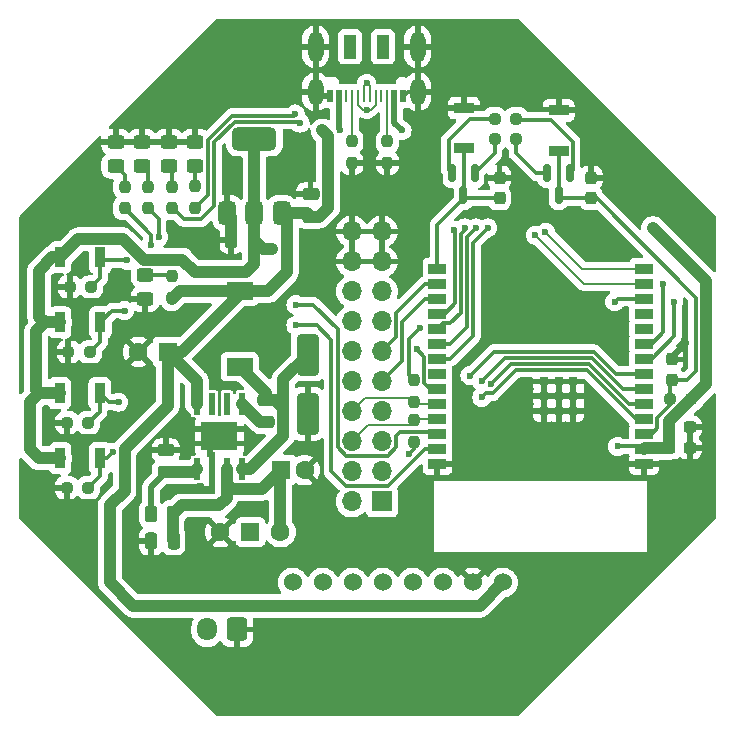
<source format=gbr>
%TF.GenerationSoftware,KiCad,Pcbnew,8.0.1*%
%TF.CreationDate,2024-04-19T02:29:26-07:00*%
%TF.ProjectId,ESP32C3_Upper,45535033-3243-4335-9f55-707065722e6b,rev?*%
%TF.SameCoordinates,Original*%
%TF.FileFunction,Copper,L1,Top*%
%TF.FilePolarity,Positive*%
%FSLAX46Y46*%
G04 Gerber Fmt 4.6, Leading zero omitted, Abs format (unit mm)*
G04 Created by KiCad (PCBNEW 8.0.1) date 2024-04-19 02:29:26*
%MOMM*%
%LPD*%
G01*
G04 APERTURE LIST*
G04 Aperture macros list*
%AMRoundRect*
0 Rectangle with rounded corners*
0 $1 Rounding radius*
0 $2 $3 $4 $5 $6 $7 $8 $9 X,Y pos of 4 corners*
0 Add a 4 corners polygon primitive as box body*
4,1,4,$2,$3,$4,$5,$6,$7,$8,$9,$2,$3,0*
0 Add four circle primitives for the rounded corners*
1,1,$1+$1,$2,$3*
1,1,$1+$1,$4,$5*
1,1,$1+$1,$6,$7*
1,1,$1+$1,$8,$9*
0 Add four rect primitives between the rounded corners*
20,1,$1+$1,$2,$3,$4,$5,0*
20,1,$1+$1,$4,$5,$6,$7,0*
20,1,$1+$1,$6,$7,$8,$9,0*
20,1,$1+$1,$8,$9,$2,$3,0*%
G04 Aperture macros list end*
%TA.AperFunction,SMDPad,CuDef*%
%ADD10RoundRect,0.237500X-0.237500X0.250000X-0.237500X-0.250000X0.237500X-0.250000X0.237500X0.250000X0*%
%TD*%
%TA.AperFunction,SMDPad,CuDef*%
%ADD11RoundRect,0.375000X0.375000X-0.625000X0.375000X0.625000X-0.375000X0.625000X-0.375000X-0.625000X0*%
%TD*%
%TA.AperFunction,SMDPad,CuDef*%
%ADD12RoundRect,0.500000X1.400000X-0.500000X1.400000X0.500000X-1.400000X0.500000X-1.400000X-0.500000X0*%
%TD*%
%TA.AperFunction,SMDPad,CuDef*%
%ADD13RoundRect,0.237500X0.237500X-0.250000X0.237500X0.250000X-0.237500X0.250000X-0.237500X-0.250000X0*%
%TD*%
%TA.AperFunction,SMDPad,CuDef*%
%ADD14RoundRect,0.250000X0.475000X-0.250000X0.475000X0.250000X-0.475000X0.250000X-0.475000X-0.250000X0*%
%TD*%
%TA.AperFunction,SMDPad,CuDef*%
%ADD15R,1.700000X0.900000*%
%TD*%
%TA.AperFunction,SMDPad,CuDef*%
%ADD16RoundRect,0.237500X-0.300000X-0.237500X0.300000X-0.237500X0.300000X0.237500X-0.300000X0.237500X0*%
%TD*%
%TA.AperFunction,SMDPad,CuDef*%
%ADD17RoundRect,0.250000X0.250000X0.475000X-0.250000X0.475000X-0.250000X-0.475000X0.250000X-0.475000X0*%
%TD*%
%TA.AperFunction,SMDPad,CuDef*%
%ADD18RoundRect,0.237500X0.250000X0.237500X-0.250000X0.237500X-0.250000X-0.237500X0.250000X-0.237500X0*%
%TD*%
%TA.AperFunction,SMDPad,CuDef*%
%ADD19RoundRect,0.250000X-0.450000X0.325000X-0.450000X-0.325000X0.450000X-0.325000X0.450000X0.325000X0*%
%TD*%
%TA.AperFunction,SMDPad,CuDef*%
%ADD20RoundRect,0.250000X0.450000X-0.262500X0.450000X0.262500X-0.450000X0.262500X-0.450000X-0.262500X0*%
%TD*%
%TA.AperFunction,ComponentPad*%
%ADD21C,1.524000*%
%TD*%
%TA.AperFunction,SMDPad,CuDef*%
%ADD22R,0.900000X1.700000*%
%TD*%
%TA.AperFunction,SMDPad,CuDef*%
%ADD23RoundRect,0.250000X-0.650000X1.500000X-0.650000X-1.500000X0.650000X-1.500000X0.650000X1.500000X0*%
%TD*%
%TA.AperFunction,SMDPad,CuDef*%
%ADD24RoundRect,0.150000X-0.150000X0.587500X-0.150000X-0.587500X0.150000X-0.587500X0.150000X0.587500X0*%
%TD*%
%TA.AperFunction,ComponentPad*%
%ADD25R,1.700000X1.700000*%
%TD*%
%TA.AperFunction,ComponentPad*%
%ADD26O,1.700000X1.700000*%
%TD*%
%TA.AperFunction,SMDPad,CuDef*%
%ADD27RoundRect,0.237500X0.237500X-0.300000X0.237500X0.300000X-0.237500X0.300000X-0.237500X-0.300000X0*%
%TD*%
%TA.AperFunction,SMDPad,CuDef*%
%ADD28R,0.610000X1.910000*%
%TD*%
%TA.AperFunction,SMDPad,CuDef*%
%ADD29R,1.550000X1.205000*%
%TD*%
%TA.AperFunction,SMDPad,CuDef*%
%ADD30R,2.200000X1.500000*%
%TD*%
%TA.AperFunction,ComponentPad*%
%ADD31R,1.600000X1.600000*%
%TD*%
%TA.AperFunction,ComponentPad*%
%ADD32C,1.600000*%
%TD*%
%TA.AperFunction,SMDPad,CuDef*%
%ADD33RoundRect,0.237500X-0.250000X-0.237500X0.250000X-0.237500X0.250000X0.237500X-0.250000X0.237500X0*%
%TD*%
%TA.AperFunction,SMDPad,CuDef*%
%ADD34RoundRect,0.250000X0.262500X0.450000X-0.262500X0.450000X-0.262500X-0.450000X0.262500X-0.450000X0*%
%TD*%
%TA.AperFunction,SMDPad,CuDef*%
%ADD35R,1.000000X2.000000*%
%TD*%
%TA.AperFunction,SMDPad,CuDef*%
%ADD36R,0.520000X1.000000*%
%TD*%
%TA.AperFunction,SMDPad,CuDef*%
%ADD37R,0.270000X1.000000*%
%TD*%
%TA.AperFunction,ComponentPad*%
%ADD38O,1.300000X2.300000*%
%TD*%
%TA.AperFunction,ComponentPad*%
%ADD39O,1.300000X2.600000*%
%TD*%
%TA.AperFunction,ComponentPad*%
%ADD40RoundRect,0.250000X0.600000X0.725000X-0.600000X0.725000X-0.600000X-0.725000X0.600000X-0.725000X0*%
%TD*%
%TA.AperFunction,ComponentPad*%
%ADD41O,1.700000X1.950000*%
%TD*%
%TA.AperFunction,SMDPad,CuDef*%
%ADD42R,1.500000X0.900000*%
%TD*%
%TA.AperFunction,SMDPad,CuDef*%
%ADD43R,0.800000X0.800000*%
%TD*%
%TA.AperFunction,SMDPad,CuDef*%
%ADD44RoundRect,0.250000X0.450000X-0.325000X0.450000X0.325000X-0.450000X0.325000X-0.450000X-0.325000X0*%
%TD*%
%TA.AperFunction,ComponentPad*%
%ADD45R,1.500000X1.500000*%
%TD*%
%TA.AperFunction,ViaPad*%
%ADD46C,0.600000*%
%TD*%
%TA.AperFunction,Conductor*%
%ADD47C,1.000000*%
%TD*%
%TA.AperFunction,Conductor*%
%ADD48C,0.300000*%
%TD*%
%TA.AperFunction,Conductor*%
%ADD49C,0.500000*%
%TD*%
%TA.AperFunction,Conductor*%
%ADD50C,0.200000*%
%TD*%
G04 APERTURE END LIST*
D10*
%TO.P,R12,1*%
%TO.N,Net-(J3-CC2)*%
X148660000Y-80875000D03*
%TO.P,R12,2*%
%TO.N,GND*%
X148660000Y-82700000D03*
%TD*%
D11*
%TO.P,U1,1,GND*%
%TO.N,GND*%
X138110000Y-86950000D03*
%TO.P,U1,2,VO*%
%TO.N,+3.3V*%
X140410000Y-86950000D03*
D12*
X140410000Y-80650000D03*
D11*
%TO.P,U1,3,VI*%
%TO.N,+5V*%
X142710000Y-86950000D03*
%TD*%
D13*
%TO.P,R4,1*%
%TO.N,+3.3V*%
X153905000Y-106322500D03*
%TO.P,R4,2*%
%TO.N,/SDA*%
X153905000Y-104497500D03*
%TD*%
D14*
%TO.P,C8,1*%
%TO.N,Net-(U2-BOOT)*%
X141410000Y-104650000D03*
%TO.P,C8,2*%
%TO.N,Net-(D1-K)*%
X141410000Y-102750000D03*
%TD*%
D15*
%TO.P,SW3,1,A*%
%TO.N,GND*%
X158160000Y-78050000D03*
%TO.P,SW3,2,B*%
%TO.N,/BOOT0*%
X158160000Y-81450000D03*
%TD*%
D16*
%TO.P,C1,1*%
%TO.N,+3.3V*%
X175542500Y-106825000D03*
%TO.P,C1,2*%
%TO.N,GND*%
X177267500Y-106825000D03*
%TD*%
D17*
%TO.P,C6,1*%
%TO.N,/12V_5V*%
X133560000Y-114700000D03*
%TO.P,C6,2*%
%TO.N,GND*%
X131660000Y-114700000D03*
%TD*%
D18*
%TO.P,R23,1*%
%TO.N,/BTN11*%
X126597500Y-93200000D03*
%TO.P,R23,2*%
%TO.N,GND*%
X124772500Y-93200000D03*
%TD*%
D19*
%TO.P,D2,1,K*%
%TO.N,GND*%
X135410000Y-80900000D03*
%TO.P,D2,2,A*%
%TO.N,Net-(D2-A)*%
X135410000Y-82950000D03*
%TD*%
D20*
%TO.P,R3,1*%
%TO.N,Net-(U2-EN)*%
X132910000Y-108862500D03*
%TO.P,R3,2*%
%TO.N,GND*%
X132910000Y-107037500D03*
%TD*%
D13*
%TO.P,R13,1*%
%TO.N,+5V*%
X133410000Y-94112500D03*
%TO.P,R13,2*%
%TO.N,Net-(D6-A)*%
X133410000Y-92287500D03*
%TD*%
%TO.P,R10,1*%
%TO.N,/LED10*%
X131410000Y-86525000D03*
%TO.P,R10,2*%
%TO.N,Net-(D4-A)*%
X131410000Y-84700000D03*
%TD*%
D21*
%TO.P,U4,ADC,ADC*%
%TO.N,unconnected-(U4-PadADC)*%
X151290000Y-118220000D03*
%TO.P,U4,BOOT,BOOT*%
%TO.N,unconnected-(U4-PadBOOT)*%
X146210000Y-118220000D03*
%TO.P,U4,GND,GND*%
%TO.N,GND*%
X158910000Y-118220000D03*
%TO.P,U4,INT,INT*%
%TO.N,unconnected-(U4-PadINT)*%
X148750000Y-118220000D03*
%TO.P,U4,RST,RST*%
%TO.N,unconnected-(U4-PadRST)*%
X143670000Y-118220000D03*
%TO.P,U4,SCL,SCL*%
%TO.N,/SCL*%
X156370000Y-118220000D03*
%TO.P,U4,SDA,SDA*%
%TO.N,/SDA*%
X153830000Y-118220000D03*
%TO.P,U4,VIN,VIN*%
%TO.N,+5V*%
X161450000Y-118220000D03*
%TD*%
D22*
%TO.P,SW7,1,1*%
%TO.N,/BTN11*%
X127360000Y-90700000D03*
%TO.P,SW7,2,2*%
%TO.N,+3.3V*%
X123960000Y-90700000D03*
%TD*%
D23*
%TO.P,D1,1,K*%
%TO.N,Net-(D1-K)*%
X144910000Y-98950000D03*
%TO.P,D1,2,A*%
%TO.N,GND*%
X144910000Y-103950000D03*
%TD*%
D24*
%TO.P,Q1,1,B*%
%TO.N,Net-(Q1-B)*%
X167110000Y-83575000D03*
%TO.P,Q1,2,E*%
%TO.N,/RTS0*%
X165210000Y-83575000D03*
%TO.P,Q1,3,C*%
%TO.N,/EN0*%
X166160000Y-85450000D03*
%TD*%
D22*
%TO.P,SW6,1,1*%
%TO.N,/BTN10*%
X127360000Y-96200000D03*
%TO.P,SW6,2,2*%
%TO.N,+3.3V*%
X123960000Y-96200000D03*
%TD*%
D25*
%TO.P,J2,1,Pin_1*%
%TO.N,+12V*%
X151200000Y-111360000D03*
D26*
%TO.P,J2,2,Pin_2*%
%TO.N,+3.3V*%
X148660000Y-111360000D03*
%TO.P,J2,3,Pin_3*%
%TO.N,+12V*%
X151200000Y-108820000D03*
%TO.P,J2,4,Pin_4*%
%TO.N,+3.3V*%
X148660000Y-108820000D03*
%TO.P,J2,5,Pin_5*%
%TO.N,unconnected-(J2-Pin_5-Pad5)*%
X151200000Y-106280000D03*
%TO.P,J2,6,Pin_6*%
%TO.N,/SDA*%
X148660000Y-106280000D03*
%TO.P,J2,7,Pin_7*%
%TO.N,unconnected-(J2-Pin_7-Pad7)*%
X151200000Y-103740000D03*
%TO.P,J2,8,Pin_8*%
%TO.N,/SCL*%
X148660000Y-103740000D03*
%TO.P,J2,9,Pin_9*%
%TO.N,/FPGA3*%
X151200000Y-101200000D03*
%TO.P,J2,10,Pin_10*%
%TO.N,/FPGA9*%
X148660000Y-101200000D03*
%TO.P,J2,11,Pin_11*%
%TO.N,/FPGA2*%
X151200000Y-98660000D03*
%TO.P,J2,12,Pin_12*%
%TO.N,/FPGA8*%
X148660000Y-98660000D03*
%TO.P,J2,13,Pin_13*%
%TO.N,/FPGA1*%
X151200000Y-96120000D03*
%TO.P,J2,14,Pin_14*%
%TO.N,/FPGA7*%
X148660000Y-96120000D03*
%TO.P,J2,15,Pin_15*%
%TO.N,/FPGA0*%
X151200000Y-93580000D03*
%TO.P,J2,16,Pin_16*%
%TO.N,/FPGA6*%
X148660000Y-93580000D03*
%TO.P,J2,17,Pin_17*%
%TO.N,GND*%
X151200000Y-91040000D03*
%TO.P,J2,18,Pin_18*%
X148660000Y-91040000D03*
%TO.P,J2,19,Pin_19*%
X151200000Y-88500000D03*
%TO.P,J2,20,Pin_20*%
X148660000Y-88500000D03*
%TD*%
D27*
%TO.P,C5,1*%
%TO.N,/EN0*%
X175747500Y-101062500D03*
%TO.P,C5,2*%
%TO.N,GND*%
X175747500Y-99337500D03*
%TD*%
D28*
%TO.P,U2,1,BOOT*%
%TO.N,Net-(U2-BOOT)*%
X139340000Y-103067500D03*
%TO.P,U2,2,NC*%
%TO.N,unconnected-(U2-NC-Pad2)*%
X138070000Y-103067500D03*
%TO.P,U2,3,NC*%
%TO.N,unconnected-(U2-NC-Pad3)*%
X136800000Y-103067500D03*
%TO.P,U2,4,FB*%
%TO.N,+5V*%
X135530000Y-103067500D03*
%TO.P,U2,5,EN*%
%TO.N,Net-(U2-EN)*%
X135530000Y-108627500D03*
%TO.P,U2,6,GND*%
%TO.N,GND*%
X136800000Y-108627500D03*
%TO.P,U2,7,VIN*%
%TO.N,/12V_5V*%
X138070000Y-108627500D03*
%TO.P,U2,8,SW*%
%TO.N,Net-(D1-K)*%
X139340000Y-108627500D03*
D29*
%TO.P,U2,9,EP*%
%TO.N,GND*%
X138210000Y-105245000D03*
X136660000Y-105245000D03*
X138210000Y-106450000D03*
X136660000Y-106450000D03*
%TD*%
D18*
%TO.P,R21,1*%
%TO.N,/BTN01*%
X126360000Y-104700000D03*
%TO.P,R21,2*%
%TO.N,GND*%
X124535000Y-104700000D03*
%TD*%
D30*
%TO.P,L1,1,1*%
%TO.N,Net-(D1-K)*%
X139160000Y-99950000D03*
%TO.P,L1,2,2*%
%TO.N,+5V*%
X139160000Y-93550000D03*
%TD*%
D18*
%TO.P,R22,1*%
%TO.N,/BTN10*%
X126485000Y-98700000D03*
%TO.P,R22,2*%
%TO.N,GND*%
X124660000Y-98700000D03*
%TD*%
D27*
%TO.P,C10,1*%
%TO.N,/EN0*%
X168910000Y-85675000D03*
%TO.P,C10,2*%
%TO.N,GND*%
X168910000Y-83950000D03*
%TD*%
D17*
%TO.P,C7,1*%
%TO.N,+3.3V*%
X140360000Y-89200000D03*
%TO.P,C7,2*%
%TO.N,GND*%
X138460000Y-89200000D03*
%TD*%
D10*
%TO.P,R14,1*%
%TO.N,Net-(J3-CC1)*%
X151660000Y-80875000D03*
%TO.P,R14,2*%
%TO.N,GND*%
X151660000Y-82700000D03*
%TD*%
D27*
%TO.P,C11,1*%
%TO.N,/BOOT0*%
X161160000Y-85675000D03*
%TO.P,C11,2*%
%TO.N,GND*%
X161160000Y-83950000D03*
%TD*%
D22*
%TO.P,SW5,1,1*%
%TO.N,/BTN00*%
X127360000Y-107700000D03*
%TO.P,SW5,2,2*%
%TO.N,+3.3V*%
X123960000Y-107700000D03*
%TD*%
D13*
%TO.P,R9,1*%
%TO.N,/LED01*%
X133410000Y-86525000D03*
%TO.P,R9,2*%
%TO.N,Net-(D3-A)*%
X133410000Y-84700000D03*
%TD*%
D31*
%TO.P,C4,1*%
%TO.N,/12V_5V*%
X142660000Y-108700000D03*
D32*
%TO.P,C4,2*%
%TO.N,GND*%
X144660000Y-108700000D03*
%TD*%
D15*
%TO.P,SW2,1,A*%
%TO.N,GND*%
X166160000Y-78250000D03*
%TO.P,SW2,2,B*%
%TO.N,/EN0*%
X166160000Y-81650000D03*
%TD*%
D18*
%TO.P,R1,1*%
%TO.N,+3.3V*%
X177410000Y-102700000D03*
%TO.P,R1,2*%
%TO.N,/EN0*%
X175585000Y-102700000D03*
%TD*%
D19*
%TO.P,D4,1,K*%
%TO.N,GND*%
X130910000Y-80900000D03*
%TO.P,D4,2,A*%
%TO.N,Net-(D4-A)*%
X130910000Y-82950000D03*
%TD*%
D33*
%TO.P,R6,1*%
%TO.N,/DTR0*%
X160747500Y-78950000D03*
%TO.P,R6,2*%
%TO.N,Net-(Q1-B)*%
X162572500Y-78950000D03*
%TD*%
D34*
%TO.P,R2,1*%
%TO.N,/12V_5V*%
X133485000Y-112450000D03*
%TO.P,R2,2*%
%TO.N,Net-(U2-EN)*%
X131660000Y-112450000D03*
%TD*%
D35*
%TO.P,J3,*%
%TO.N,*%
X151310000Y-72850000D03*
X148510000Y-72850000D03*
D36*
%TO.P,J3,A1,GND*%
%TO.N,GND*%
X153010000Y-77050000D03*
%TO.P,J3,A4,VBUS*%
%TO.N,+5V*%
X152260000Y-77050000D03*
D37*
%TO.P,J3,A5,CC1*%
%TO.N,Net-(J3-CC1)*%
X151660000Y-77050000D03*
%TO.P,J3,A6,D+*%
%TO.N,/USB_DP0*%
X150160000Y-77050000D03*
%TO.P,J3,A7,D-*%
%TO.N,/USB_DM0*%
X149160000Y-77050000D03*
%TO.P,J3,A8*%
%TO.N,N/C*%
X148160000Y-77050000D03*
D36*
%TO.P,J3,A9,VBUS*%
%TO.N,+5V*%
X147560000Y-77050000D03*
%TO.P,J3,A12,GND*%
%TO.N,GND*%
X146810000Y-77050000D03*
%TO.P,J3,B1,GND*%
X146810000Y-77050000D03*
%TO.P,J3,B4,VBUS*%
%TO.N,+5V*%
X147560000Y-77050000D03*
D37*
%TO.P,J3,B5,CC2*%
%TO.N,Net-(J3-CC2)*%
X148660000Y-77050000D03*
%TO.P,J3,B6,D+*%
%TO.N,/USB_DP0*%
X149660000Y-77050000D03*
%TO.P,J3,B7,D-*%
%TO.N,/USB_DM0*%
X150660000Y-77050000D03*
%TO.P,J3,B8*%
%TO.N,N/C*%
X151160000Y-77050000D03*
D36*
%TO.P,J3,B9,VBUS*%
%TO.N,+5V*%
X152260000Y-77050000D03*
%TO.P,J3,B12,GND*%
%TO.N,GND*%
X153010000Y-77050000D03*
D38*
%TO.P,J3,S1,SHIELD*%
X154230000Y-76675000D03*
D39*
X154230000Y-72850000D03*
D38*
X145590000Y-76675000D03*
D39*
X145590000Y-72850000D03*
%TD*%
D24*
%TO.P,Q2,1,B*%
%TO.N,Net-(Q2-B)*%
X159060000Y-83575000D03*
%TO.P,Q2,2,E*%
%TO.N,/DTR0*%
X157160000Y-83575000D03*
%TO.P,Q2,3,C*%
%TO.N,/BOOT0*%
X158110000Y-85450000D03*
%TD*%
D19*
%TO.P,D3,1,K*%
%TO.N,GND*%
X133160000Y-80900000D03*
%TO.P,D3,2,A*%
%TO.N,Net-(D3-A)*%
X133160000Y-82950000D03*
%TD*%
D18*
%TO.P,R7,1*%
%TO.N,/RTS0*%
X162572500Y-80700000D03*
%TO.P,R7,2*%
%TO.N,Net-(Q2-B)*%
X160747500Y-80700000D03*
%TD*%
D14*
%TO.P,C2,1*%
%TO.N,+5V*%
X145160000Y-87250000D03*
%TO.P,C2,2*%
%TO.N,GND*%
X145160000Y-85350000D03*
%TD*%
D40*
%TO.P,J1,1,Pin_1*%
%TO.N,GND*%
X138910000Y-122200000D03*
D41*
%TO.P,J1,2,Pin_2*%
%TO.N,+12V*%
X136410000Y-122200000D03*
%TD*%
D22*
%TO.P,SW4,1,1*%
%TO.N,/BTN01*%
X127310000Y-102200000D03*
%TO.P,SW4,2,2*%
%TO.N,+3.3V*%
X123910000Y-102200000D03*
%TD*%
D42*
%TO.P,U3,1,GND*%
%TO.N,GND*%
X173405000Y-108170000D03*
%TO.P,U3,2,3V3*%
%TO.N,+3.3V*%
X173405000Y-106900000D03*
%TO.P,U3,3,EN/CHIP_PU*%
%TO.N,/EN0*%
X173405000Y-105630000D03*
%TO.P,U3,4,MTMS/GPIO4/ADC1_CH4*%
%TO.N,/FPGA9*%
X173405000Y-104360000D03*
%TO.P,U3,5,MTDI/GPIO5/ADC1_CH5*%
%TO.N,/FPGA8*%
X173405000Y-103090000D03*
%TO.P,U3,6,MTCK/GPIO6/ADC1_CH6*%
%TO.N,/FPGA7*%
X173405000Y-101820000D03*
%TO.P,U3,7,MTDO/GPIO7*%
%TO.N,/FPGA6*%
X173405000Y-100550000D03*
%TO.P,U3,8,GPIO0/ADC1_CH0/XTAL_32K_P*%
%TO.N,/LED00*%
X173405000Y-99280000D03*
%TO.P,U3,9,GPIO1/ADC1_CH1/XTAL_32K_N*%
%TO.N,/LED01*%
X173405000Y-98010000D03*
%TO.P,U3,10,GPIO8*%
%TO.N,unconnected-(U3-GPIO8-Pad10)*%
X173405000Y-96740000D03*
%TO.P,U3,11,GPIO10*%
%TO.N,unconnected-(U3-GPIO10-Pad11)*%
X173405000Y-95470000D03*
%TO.P,U3,12,GPIO11*%
%TO.N,/FPGA0*%
X173405000Y-94200000D03*
%TO.P,U3,13,GPIO12/USB_D-*%
%TO.N,/USB_DM0*%
X173405000Y-92930000D03*
%TO.P,U3,14,GPIO13/USB_D+*%
%TO.N,/USB_DP0*%
X173405000Y-91660000D03*
%TO.P,U3,15,GPIO9*%
%TO.N,/BOOT0*%
X155905000Y-91660000D03*
%TO.P,U3,16,GPIO18*%
%TO.N,/FPGA2*%
X155905000Y-92930000D03*
%TO.P,U3,17,GPIO19*%
%TO.N,/FPGA3*%
X155905000Y-94200000D03*
%TO.P,U3,18,GPIO20*%
%TO.N,/BTN11*%
X155905000Y-95470000D03*
%TO.P,U3,19,GPIO21*%
%TO.N,/BTN10*%
X155905000Y-96740000D03*
%TO.P,U3,20,GPIO22*%
%TO.N,/BTN01*%
X155905000Y-98010000D03*
%TO.P,U3,21,GPIO23*%
%TO.N,/BTN00*%
X155905000Y-99280000D03*
%TO.P,U3,22,NC*%
%TO.N,unconnected-(U3-NC-Pad22)*%
X155905000Y-100550000D03*
%TO.P,U3,23,GPIO15*%
%TO.N,/FPGA1*%
X155905000Y-101820000D03*
%TO.P,U3,24,U0RXD/GPIO17*%
%TO.N,/SCL*%
X155905000Y-103090000D03*
%TO.P,U3,25,U0TXD/GPIO16*%
%TO.N,/SDA*%
X155905000Y-104360000D03*
%TO.P,U3,26,GPIO3/ADC1_CH3*%
%TO.N,/LED11*%
X155905000Y-105630000D03*
%TO.P,U3,27,GPIO2/ADC1_CH2*%
%TO.N,/LED10*%
X155905000Y-106900000D03*
%TO.P,U3,28,GND*%
%TO.N,GND*%
X155905000Y-108170000D03*
D43*
%TO.P,U3,29,GND*%
X167410000Y-103700000D03*
X167410000Y-102450000D03*
X167410000Y-101200000D03*
X166160000Y-103700000D03*
X166160000Y-102450000D03*
X166160000Y-101200000D03*
X164910000Y-103700000D03*
X164910000Y-102450000D03*
X164910000Y-101200000D03*
%TD*%
D16*
%TO.P,C3,1*%
%TO.N,+3.3V*%
X175542500Y-105075000D03*
%TO.P,C3,2*%
%TO.N,GND*%
X177267500Y-105075000D03*
%TD*%
D44*
%TO.P,D6,1,K*%
%TO.N,GND*%
X131160000Y-94225000D03*
%TO.P,D6,2,A*%
%TO.N,Net-(D6-A)*%
X131160000Y-92175000D03*
%TD*%
D13*
%TO.P,R8,1*%
%TO.N,/LED00*%
X135410000Y-86500000D03*
%TO.P,R8,2*%
%TO.N,Net-(D2-A)*%
X135410000Y-84675000D03*
%TD*%
D10*
%TO.P,R5,1*%
%TO.N,+3.3V*%
X153905000Y-101085000D03*
%TO.P,R5,2*%
%TO.N,/SCL*%
X153905000Y-102910000D03*
%TD*%
D18*
%TO.P,R20,1*%
%TO.N,/BTN00*%
X126347500Y-110200000D03*
%TO.P,R20,2*%
%TO.N,GND*%
X124522500Y-110200000D03*
%TD*%
D45*
%TO.P,SW1,1,A*%
%TO.N,+12V*%
X140070000Y-113950000D03*
D32*
%TO.P,SW1,2,B*%
%TO.N,/12V_5V*%
X142610000Y-113950000D03*
%TO.P,SW1,3,C*%
%TO.N,GND*%
X137530000Y-113950000D03*
%TD*%
D31*
%TO.P,C9,1*%
%TO.N,+5V*%
X133092380Y-98700000D03*
D32*
%TO.P,C9,2*%
%TO.N,GND*%
X130592380Y-98700000D03*
%TD*%
D19*
%TO.P,D5,1,K*%
%TO.N,GND*%
X128660000Y-80900000D03*
%TO.P,D5,2,A*%
%TO.N,Net-(D5-A)*%
X128660000Y-82950000D03*
%TD*%
D13*
%TO.P,R11,1*%
%TO.N,/LED11*%
X129410000Y-86525000D03*
%TO.P,R11,2*%
%TO.N,Net-(D5-A)*%
X129410000Y-84700000D03*
%TD*%
D46*
%TO.N,GND*%
X146410000Y-111200000D03*
X177410000Y-87950000D03*
X176910000Y-97950000D03*
X122910000Y-105950000D03*
X153910000Y-83950000D03*
X132910000Y-96450000D03*
X170660000Y-97450000D03*
X138410000Y-83450000D03*
X141160000Y-97950000D03*
X142660000Y-83200000D03*
X133160000Y-105450000D03*
X144910000Y-91950000D03*
X123410000Y-100200000D03*
X132410000Y-116700000D03*
X123410000Y-93950000D03*
X130410000Y-103450000D03*
X160660000Y-91950000D03*
%TO.N,+3.3V*%
X154410000Y-96700000D03*
X153522880Y-107312880D03*
X174160000Y-88200000D03*
X141910000Y-89950000D03*
X171160000Y-106700000D03*
%TO.N,+5V*%
X146160000Y-79950000D03*
X152910000Y-79950000D03*
X147660000Y-79950000D03*
%TO.N,/FPGA9*%
X159660000Y-102550000D03*
%TO.N,/FPGA7*%
X159640233Y-101180233D03*
%TO.N,/FPGA0*%
X170910000Y-94450000D03*
%TO.N,/FPGA8*%
X160410000Y-101450000D03*
%TO.N,/FPGA1*%
X154160000Y-98450000D03*
%TO.N,/FPGA6*%
X158660000Y-100700000D03*
%TO.N,/USB_DM0*%
X164179578Y-88818107D03*
X149910000Y-78200000D03*
%TO.N,/USB_DP0*%
X165051422Y-88558578D03*
X149910000Y-75950000D03*
%TO.N,/LED00*%
X175922500Y-94450000D03*
X143873402Y-78550000D03*
%TO.N,/LED01*%
X175010000Y-92950000D03*
X144285000Y-79325000D03*
%TO.N,/LED10*%
X143910000Y-96450000D03*
X132310000Y-88975000D03*
%TO.N,/LED11*%
X143910000Y-94700000D03*
X131660000Y-89625000D03*
%TO.N,/BTN00*%
X160160000Y-88200000D03*
X128410000Y-107200000D03*
%TO.N,/BTN01*%
X128910000Y-102950000D03*
X159160000Y-88200000D03*
%TO.N,/BTN10*%
X129410000Y-95200000D03*
X158210003Y-88200000D03*
%TO.N,/BTN11*%
X129660000Y-90950000D03*
X157294312Y-88410842D03*
%TD*%
D47*
%TO.N,GND*%
X138460000Y-89200000D02*
X138460000Y-87300000D01*
D48*
X145590000Y-76675000D02*
X145965000Y-77050000D01*
X154230000Y-76675000D02*
X153385000Y-76675000D01*
D49*
X175747500Y-99112500D02*
X176910000Y-97950000D01*
D48*
X145965000Y-77050000D02*
X146810000Y-77050000D01*
D49*
X175747500Y-99337500D02*
X175747500Y-99112500D01*
D48*
X153855000Y-77050000D02*
X154230000Y-76675000D01*
D47*
X138460000Y-87300000D02*
X138110000Y-86950000D01*
D48*
X153385000Y-76675000D02*
X153010000Y-77050000D01*
D47*
%TO.N,+3.3V*%
X131049214Y-90875000D02*
X134285430Y-90875000D01*
X175542500Y-106825000D02*
X175542500Y-105075000D01*
X121410000Y-102950000D02*
X122160000Y-102200000D01*
X122660000Y-96200000D02*
X122160000Y-95700000D01*
X140410000Y-86950000D02*
X140410000Y-89150000D01*
X174160000Y-88200000D02*
X178660000Y-92700000D01*
D48*
X153510000Y-97600000D02*
X154410000Y-96700000D01*
D47*
X173480000Y-106825000D02*
X173405000Y-106900000D01*
X135360430Y-91950000D02*
X139660000Y-91950000D01*
X125510000Y-89150000D02*
X129274214Y-89150000D01*
X178660000Y-92700000D02*
X178660000Y-101450000D01*
D48*
X153905000Y-101085000D02*
X153510000Y-100690000D01*
D47*
X122160000Y-107700000D02*
X121410000Y-106950000D01*
X122160000Y-102200000D02*
X123910000Y-102200000D01*
X122160000Y-95700000D02*
X122160000Y-91850000D01*
D48*
X175542500Y-105075000D02*
X175567500Y-105075000D01*
D47*
X140410000Y-89150000D02*
X140360000Y-89200000D01*
X122160000Y-102200000D02*
X121910000Y-101950000D01*
D48*
X153510000Y-100690000D02*
X153510000Y-97600000D01*
X171160000Y-106700000D02*
X173205000Y-106700000D01*
D47*
X141910000Y-89950000D02*
X141110000Y-89950000D01*
X141110000Y-89950000D02*
X140360000Y-89200000D01*
X140410000Y-86950000D02*
X140410000Y-80650000D01*
D48*
X153905000Y-106930760D02*
X153905000Y-106322500D01*
D47*
X123310000Y-90700000D02*
X123960000Y-90700000D01*
X121910000Y-96950000D02*
X122660000Y-96200000D01*
X123960000Y-90700000D02*
X125510000Y-89150000D01*
X140360000Y-91250000D02*
X140360000Y-89200000D01*
X175542500Y-104567500D02*
X175542500Y-105075000D01*
X123960000Y-107700000D02*
X122160000Y-107700000D01*
X177410000Y-102700000D02*
X175542500Y-104567500D01*
X131024214Y-90900000D02*
X131049214Y-90875000D01*
X121410000Y-106950000D02*
X121410000Y-102950000D01*
D48*
X153522880Y-107312880D02*
X153905000Y-106930760D01*
D47*
X121910000Y-101950000D02*
X121910000Y-96950000D01*
D48*
X173205000Y-106700000D02*
X173405000Y-106900000D01*
D47*
X122160000Y-91850000D02*
X123310000Y-90700000D01*
X122660000Y-96200000D02*
X123960000Y-96200000D01*
X134285430Y-90875000D02*
X135360430Y-91950000D01*
X129274214Y-89150000D02*
X131024214Y-90900000D01*
X139660000Y-91950000D02*
X140360000Y-91250000D01*
X178660000Y-101450000D02*
X177410000Y-102700000D01*
X175542500Y-106825000D02*
X173480000Y-106825000D01*
D48*
X173415000Y-106910000D02*
X173405000Y-106900000D01*
D47*
%TO.N,+5V*%
X134260000Y-98700000D02*
X139160000Y-93800000D01*
X133092380Y-98700000D02*
X134260000Y-98700000D01*
X145160000Y-87250000D02*
X145885000Y-87250000D01*
X133092380Y-98700000D02*
X133092380Y-103267620D01*
X143160000Y-91950000D02*
X141560000Y-93550000D01*
X141560000Y-93550000D02*
X134097500Y-93550000D01*
X130160000Y-120200000D02*
X159470000Y-120200000D01*
X135530000Y-103067500D02*
X135530000Y-101137620D01*
D49*
X147660000Y-79950000D02*
X147560000Y-79850000D01*
D47*
X143160000Y-87400000D02*
X143160000Y-91950000D01*
X145885000Y-87250000D02*
X146660000Y-86475000D01*
X146660000Y-80450000D02*
X146160000Y-79950000D01*
X134097500Y-93550000D02*
X133410000Y-94237500D01*
X133092380Y-103267620D02*
X129410000Y-106950000D01*
X129410000Y-110450000D02*
X128160000Y-111700000D01*
X142710000Y-86950000D02*
X143160000Y-87400000D01*
X135530000Y-101137620D02*
X133092380Y-98700000D01*
X142710000Y-86950000D02*
X144860000Y-86950000D01*
X128160000Y-111700000D02*
X128160000Y-118200000D01*
D49*
X152260000Y-79300000D02*
X152260000Y-77050000D01*
D47*
X159470000Y-120200000D02*
X161450000Y-118220000D01*
X129410000Y-106950000D02*
X129410000Y-110450000D01*
D49*
X152910000Y-79950000D02*
X152260000Y-79300000D01*
D47*
X128160000Y-118200000D02*
X130160000Y-120200000D01*
X146660000Y-86475000D02*
X146660000Y-80450000D01*
D49*
X147560000Y-79850000D02*
X147560000Y-77050000D01*
D47*
X139160000Y-93800000D02*
X139160000Y-93550000D01*
X144860000Y-86950000D02*
X145160000Y-87250000D01*
%TO.N,/12V_5V*%
X138070000Y-109860000D02*
X138492500Y-110282500D01*
X138070000Y-108627500D02*
X138070000Y-111040000D01*
X138070000Y-108627500D02*
X138070000Y-109860000D01*
X142610000Y-108750000D02*
X142660000Y-108700000D01*
X142610000Y-113950000D02*
X142610000Y-108750000D01*
X137410000Y-111700000D02*
X134235000Y-111700000D01*
X138070000Y-111040000D02*
X137410000Y-111700000D01*
X134235000Y-111700000D02*
X133485000Y-112450000D01*
X133485000Y-112450000D02*
X133485000Y-114625000D01*
X133485000Y-114625000D02*
X133560000Y-114700000D01*
X141077500Y-110282500D02*
X142660000Y-108700000D01*
X138492500Y-110282500D02*
X141077500Y-110282500D01*
D48*
%TO.N,/EN0*%
X174505000Y-104312500D02*
X175585000Y-103232500D01*
X174035000Y-105630000D02*
X173405000Y-105630000D01*
X175585000Y-102700000D02*
X175585000Y-101225000D01*
X168910000Y-85675000D02*
X166385000Y-85675000D01*
X166385000Y-85675000D02*
X166160000Y-85450000D01*
X177810000Y-100300000D02*
X177810000Y-94100000D01*
X175585000Y-101225000D02*
X175747500Y-101062500D01*
X177047500Y-101062500D02*
X177810000Y-100300000D01*
X174505000Y-104312500D02*
X174505000Y-105160000D01*
X177810000Y-94100000D02*
X169385000Y-85675000D01*
X175747500Y-101062500D02*
X177047500Y-101062500D01*
X166160000Y-81650000D02*
X166160000Y-85450000D01*
X174505000Y-105160000D02*
X174035000Y-105630000D01*
X175585000Y-103232500D02*
X175585000Y-102700000D01*
X169385000Y-85675000D02*
X168910000Y-85675000D01*
D47*
%TO.N,Net-(D1-K)*%
X142835000Y-101025000D02*
X144910000Y-98950000D01*
X139340000Y-108627500D02*
X140005444Y-108627500D01*
X144910000Y-98950000D02*
X145160000Y-98950000D01*
X142835000Y-105797944D02*
X142835000Y-103450000D01*
X141410000Y-102200000D02*
X139160000Y-99950000D01*
X142835000Y-103450000D02*
X142135000Y-102750000D01*
X140005444Y-108627500D02*
X142835000Y-105797944D01*
X141410000Y-102750000D02*
X141410000Y-102200000D01*
X142135000Y-102750000D02*
X141410000Y-102750000D01*
X142835000Y-103450000D02*
X142835000Y-101025000D01*
%TO.N,Net-(U2-BOOT)*%
X140922500Y-104650000D02*
X141410000Y-104650000D01*
X139340000Y-103067500D02*
X140922500Y-104650000D01*
D48*
%TO.N,/BOOT0*%
X155905000Y-87955000D02*
X155905000Y-91660000D01*
X158160000Y-85400000D02*
X158110000Y-85450000D01*
X161160000Y-85675000D02*
X158335000Y-85675000D01*
X158110000Y-85450000D02*
X158110000Y-85750000D01*
X158160000Y-81450000D02*
X158160000Y-85400000D01*
X158335000Y-85675000D02*
X158110000Y-85450000D01*
X158110000Y-85750000D02*
X155905000Y-87955000D01*
%TO.N,Net-(D2-A)*%
X135410000Y-84675000D02*
X135410000Y-82950000D01*
%TO.N,Net-(D3-A)*%
X133410000Y-83200000D02*
X133160000Y-82950000D01*
X133410000Y-84700000D02*
X133410000Y-83200000D01*
%TO.N,Net-(D4-A)*%
X131410000Y-83450000D02*
X130910000Y-82950000D01*
X131410000Y-84700000D02*
X131410000Y-83450000D01*
%TO.N,Net-(D5-A)*%
X129410000Y-84700000D02*
X129410000Y-83700000D01*
X129410000Y-83700000D02*
X128660000Y-82950000D01*
%TO.N,Net-(D6-A)*%
X131172500Y-92162500D02*
X131160000Y-92175000D01*
X133410000Y-92162500D02*
X131172500Y-92162500D01*
%TO.N,/FPGA9*%
X160579239Y-102200000D02*
X162579239Y-100200000D01*
X159660000Y-102550000D02*
X160010000Y-102200000D01*
X162579239Y-100200000D02*
X168538682Y-100200000D01*
X168538682Y-100200000D02*
X172698682Y-104360000D01*
X172698682Y-104360000D02*
X173405000Y-104360000D01*
X160010000Y-102200000D02*
X160579239Y-102200000D01*
D50*
%TO.N,/SCL*%
X153905000Y-102910000D02*
X153585000Y-102590000D01*
X155905000Y-103090000D02*
X154085000Y-103090000D01*
X149810000Y-102590000D02*
X148660000Y-103740000D01*
X154085000Y-103090000D02*
X153905000Y-102910000D01*
X153585000Y-102590000D02*
X149810000Y-102590000D01*
X153905000Y-102910000D02*
X153545000Y-102550000D01*
D48*
%TO.N,/FPGA7*%
X168952894Y-99200000D02*
X171572894Y-101820000D01*
X161620466Y-99200000D02*
X168952894Y-99200000D01*
X159640233Y-101180233D02*
X161620466Y-99200000D01*
X171572894Y-101820000D02*
X173405000Y-101820000D01*
%TO.N,/FPGA0*%
X171160000Y-94200000D02*
X170910000Y-94450000D01*
X173405000Y-94200000D02*
X171160000Y-94200000D01*
%TO.N,/FPGA8*%
X168745788Y-99700000D02*
X172135788Y-103090000D01*
X162160000Y-99700000D02*
X168745788Y-99700000D01*
X172135788Y-103090000D02*
X173405000Y-103090000D01*
X160410000Y-101450000D02*
X162160000Y-99700000D01*
%TO.N,/FPGA2*%
X155905000Y-92930000D02*
X154855000Y-92930000D01*
X152400000Y-97460000D02*
X151200000Y-98660000D01*
X152400000Y-95385000D02*
X152400000Y-97460000D01*
X154855000Y-92930000D02*
X152400000Y-95385000D01*
D50*
%TO.N,/SDA*%
X155905000Y-104360000D02*
X154042500Y-104360000D01*
X150050000Y-104890000D02*
X148660000Y-106280000D01*
X154042500Y-104360000D02*
X153905000Y-104497500D01*
X153905000Y-104497500D02*
X153567500Y-104497500D01*
X153905000Y-104497500D02*
X153512500Y-104890000D01*
X153512500Y-104890000D02*
X150050000Y-104890000D01*
D48*
%TO.N,/FPGA3*%
X155905000Y-94200000D02*
X154855000Y-94200000D01*
X152910000Y-96145000D02*
X152910000Y-99490000D01*
X152910000Y-99490000D02*
X151200000Y-101200000D01*
X154855000Y-94200000D02*
X152910000Y-96145000D01*
%TO.N,/FPGA1*%
X154805000Y-101350000D02*
X154805000Y-99095000D01*
X154805000Y-99095000D02*
X154160000Y-98450000D01*
X155275000Y-101820000D02*
X154805000Y-101350000D01*
X155905000Y-101820000D02*
X155275000Y-101820000D01*
%TO.N,/FPGA6*%
X171010000Y-100550000D02*
X173405000Y-100550000D01*
X158660000Y-100700000D02*
X160660000Y-98700000D01*
X169160000Y-98700000D02*
X171010000Y-100550000D01*
X160660000Y-98700000D02*
X169160000Y-98700000D01*
D50*
%TO.N,Net-(J3-CC2)*%
X148660000Y-77050000D02*
X148660000Y-80875000D01*
%TO.N,/USB_DM0*%
X149910000Y-78200000D02*
X149575000Y-78200000D01*
X149160000Y-77785000D02*
X149160000Y-77050000D01*
X149575000Y-78200000D02*
X149160000Y-77785000D01*
X149910000Y-78200000D02*
X150245000Y-78200000D01*
X150660000Y-77785000D02*
X150660000Y-77050000D01*
X150245000Y-78200000D02*
X150660000Y-77785000D01*
X168291471Y-92930000D02*
X173405000Y-92930000D01*
X164179578Y-88818107D02*
X168291471Y-92930000D01*
%TO.N,Net-(J3-CC1)*%
X151660000Y-77050000D02*
X151660000Y-80875000D01*
%TO.N,/USB_DP0*%
X149910000Y-75950000D02*
X150160000Y-76200000D01*
X149660000Y-76200000D02*
X149660000Y-77050000D01*
X149910000Y-75950000D02*
X149660000Y-76200000D01*
X165051422Y-88558578D02*
X168152844Y-91660000D01*
X168152844Y-91660000D02*
X173405000Y-91660000D01*
X150160000Y-76200000D02*
X150160000Y-77050000D01*
D48*
%TO.N,Net-(Q1-B)*%
X167360000Y-80900000D02*
X165510000Y-79050000D01*
X167360000Y-83325000D02*
X167360000Y-80900000D01*
X167110000Y-83575000D02*
X167360000Y-83325000D01*
X165510000Y-79050000D02*
X162672500Y-79050000D01*
X162672500Y-79050000D02*
X162572500Y-78950000D01*
%TO.N,/RTS0*%
X162572500Y-80700000D02*
X162572500Y-81862500D01*
X162572500Y-81862500D02*
X164285000Y-83575000D01*
X164285000Y-83575000D02*
X165210000Y-83575000D01*
%TO.N,Net-(Q2-B)*%
X160747500Y-80700000D02*
X160747500Y-81887500D01*
X160747500Y-81887500D02*
X159060000Y-83575000D01*
%TO.N,/DTR0*%
X158660000Y-78950000D02*
X160747500Y-78950000D01*
X156860000Y-83275000D02*
X156860000Y-80750000D01*
X157160000Y-83575000D02*
X156860000Y-83275000D01*
X156860000Y-80750000D02*
X158660000Y-78950000D01*
D49*
%TO.N,Net-(U2-EN)*%
X132910000Y-108862500D02*
X131660000Y-110112500D01*
D47*
X135295000Y-108862500D02*
X135530000Y-108627500D01*
D49*
X131660000Y-110112500D02*
X131660000Y-112450000D01*
D47*
X132910000Y-108862500D02*
X135295000Y-108862500D01*
D48*
%TO.N,/LED00*%
X175922500Y-97392500D02*
X174035000Y-99280000D01*
X174035000Y-99280000D02*
X173405000Y-99280000D01*
X143723402Y-78700000D02*
X138543540Y-78700000D01*
X138543540Y-78700000D02*
X136510000Y-80733540D01*
X136510000Y-80733540D02*
X136510000Y-85400000D01*
X175922500Y-94450000D02*
X175922500Y-97392500D01*
X143873402Y-78550000D02*
X143723402Y-78700000D01*
X136510000Y-85400000D02*
X135410000Y-86500000D01*
%TO.N,/LED01*%
X137010000Y-80940646D02*
X137010000Y-86350000D01*
X174035000Y-98010000D02*
X173405000Y-98010000D01*
X137010000Y-86350000D02*
X135910000Y-87450000D01*
X144285000Y-79325000D02*
X144160000Y-79200000D01*
X138750646Y-79200000D02*
X137010000Y-80940646D01*
X134410000Y-87450000D02*
X133485000Y-86525000D01*
X144160000Y-79200000D02*
X138750646Y-79200000D01*
X175010000Y-97035000D02*
X174035000Y-98010000D01*
X135910000Y-87450000D02*
X134410000Y-87450000D01*
X133485000Y-86525000D02*
X133410000Y-86525000D01*
X175010000Y-92950000D02*
X175010000Y-97035000D01*
%TO.N,/LED10*%
X148162943Y-110020000D02*
X151735000Y-110020000D01*
X154855000Y-106900000D02*
X155905000Y-106900000D01*
X143910000Y-96450000D02*
X145665456Y-96450000D01*
X132310000Y-87425000D02*
X131410000Y-86525000D01*
X151735000Y-110020000D02*
X154855000Y-106900000D01*
X146910000Y-97694544D02*
X146910000Y-108767057D01*
X132310000Y-88975000D02*
X132310000Y-87425000D01*
X146910000Y-108767057D02*
X148162943Y-110020000D01*
X145665456Y-96450000D02*
X146910000Y-97694544D01*
%TO.N,/LED11*%
X155905000Y-105630000D02*
X155725000Y-105450000D01*
X145410000Y-94700000D02*
X143910000Y-94700000D01*
X152400000Y-105782943D02*
X152400000Y-106777057D01*
X147460000Y-96750000D02*
X145410000Y-94700000D01*
X148162943Y-107480000D02*
X147460000Y-106777057D01*
X151697057Y-107480000D02*
X148162943Y-107480000D01*
X131660000Y-88775000D02*
X129410000Y-86525000D01*
X155725000Y-105450000D02*
X152732943Y-105450000D01*
X152400000Y-106777057D02*
X151697057Y-107480000D01*
X131660000Y-89625000D02*
X131660000Y-88775000D01*
X147460000Y-106777057D02*
X147460000Y-96750000D01*
X152732943Y-105450000D02*
X152400000Y-105782943D01*
%TO.N,/BTN00*%
X158910000Y-89450000D02*
X158910000Y-97325000D01*
X127910000Y-107700000D02*
X127360000Y-107700000D01*
X160160000Y-88200000D02*
X158910000Y-89450000D01*
X127360000Y-109187500D02*
X126347500Y-110200000D01*
X127360000Y-107700000D02*
X127360000Y-109187500D01*
X156955000Y-99280000D02*
X155905000Y-99280000D01*
X128410000Y-107200000D02*
X127910000Y-107700000D01*
X158910000Y-97325000D02*
X156955000Y-99280000D01*
%TO.N,/BTN01*%
X128910000Y-102950000D02*
X128060000Y-102950000D01*
X127310000Y-103750000D02*
X126360000Y-104700000D01*
X156955000Y-98010000D02*
X155905000Y-98010000D01*
X128060000Y-102950000D02*
X127310000Y-102200000D01*
X158410000Y-88950000D02*
X158410000Y-96555000D01*
X127310000Y-102200000D02*
X127310000Y-103750000D01*
X158410000Y-96555000D02*
X156955000Y-98010000D01*
X159160000Y-88200000D02*
X158410000Y-88950000D01*
%TO.N,/BTN10*%
X128360000Y-95200000D02*
X127360000Y-96200000D01*
X157005000Y-96270000D02*
X156375000Y-96270000D01*
X158210003Y-88200000D02*
X158210003Y-88414390D01*
X158210003Y-88414390D02*
X157910000Y-88714393D01*
X127360000Y-96200000D02*
X127360000Y-97825000D01*
X129410000Y-95200000D02*
X128360000Y-95200000D01*
X127360000Y-97825000D02*
X126485000Y-98700000D01*
X156375000Y-96270000D02*
X155905000Y-96740000D01*
X157910000Y-88714393D02*
X157910000Y-95365000D01*
X157910000Y-95365000D02*
X157005000Y-96270000D01*
%TO.N,/BTN11*%
X127610000Y-90950000D02*
X127360000Y-90700000D01*
X157294312Y-88410842D02*
X157410000Y-88526530D01*
X127360000Y-90700000D02*
X127360000Y-92437500D01*
X156535000Y-95470000D02*
X155905000Y-95470000D01*
X129660000Y-90950000D02*
X127610000Y-90950000D01*
X157410000Y-88526530D02*
X157410000Y-94595000D01*
X127360000Y-92437500D02*
X126597500Y-93200000D01*
X157410000Y-94595000D02*
X156535000Y-95470000D01*
%TD*%
%TA.AperFunction,Conductor*%
%TO.N,GND*%
G36*
X161703334Y-81377870D02*
G01*
X161747681Y-81406371D01*
X161861650Y-81520340D01*
X161863098Y-81521233D01*
X161863882Y-81522104D01*
X161867317Y-81524821D01*
X161866852Y-81525407D01*
X161909821Y-81573180D01*
X161922000Y-81626771D01*
X161922000Y-81926569D01*
X161922000Y-81926571D01*
X161921999Y-81926571D01*
X161946997Y-82052238D01*
X161946999Y-82052244D01*
X161986609Y-82147872D01*
X161996035Y-82170627D01*
X162048001Y-82248401D01*
X162067226Y-82277173D01*
X163870325Y-84080272D01*
X163870332Y-84080278D01*
X163953704Y-84135985D01*
X163953705Y-84135985D01*
X163976873Y-84151465D01*
X164095256Y-84200501D01*
X164095260Y-84200501D01*
X164095261Y-84200502D01*
X164220928Y-84225500D01*
X164220931Y-84225500D01*
X164307804Y-84225500D01*
X164374843Y-84245185D01*
X164420598Y-84297989D01*
X164426880Y-84314905D01*
X164458253Y-84422893D01*
X164458255Y-84422896D01*
X164538522Y-84558622D01*
X164541918Y-84564364D01*
X164541923Y-84564370D01*
X164658129Y-84680576D01*
X164658133Y-84680579D01*
X164658135Y-84680581D01*
X164799602Y-84764244D01*
X164799609Y-84764246D01*
X164957426Y-84810097D01*
X164957429Y-84810097D01*
X164957431Y-84810098D01*
X164994306Y-84813000D01*
X165235500Y-84813000D01*
X165302539Y-84832685D01*
X165348294Y-84885489D01*
X165359500Y-84937000D01*
X165359500Y-86103201D01*
X165362401Y-86140067D01*
X165362402Y-86140073D01*
X165408254Y-86297893D01*
X165408255Y-86297896D01*
X165491917Y-86439362D01*
X165491923Y-86439370D01*
X165608129Y-86555576D01*
X165608133Y-86555579D01*
X165608135Y-86555581D01*
X165749602Y-86639244D01*
X165791224Y-86651336D01*
X165907426Y-86685097D01*
X165907429Y-86685097D01*
X165907431Y-86685098D01*
X165944306Y-86688000D01*
X165944314Y-86688000D01*
X166375686Y-86688000D01*
X166375694Y-86688000D01*
X166412569Y-86685098D01*
X166412571Y-86685097D01*
X166412573Y-86685097D01*
X166454191Y-86673005D01*
X166570398Y-86639244D01*
X166711865Y-86555581D01*
X166828081Y-86439365D01*
X166859417Y-86386379D01*
X166910486Y-86338695D01*
X166966149Y-86325500D01*
X167952389Y-86325500D01*
X168019428Y-86345185D01*
X168057928Y-86384404D01*
X168089660Y-86435850D01*
X168211650Y-86557840D01*
X168358484Y-86648408D01*
X168522247Y-86702674D01*
X168623323Y-86713000D01*
X169196676Y-86712999D01*
X169196684Y-86712998D01*
X169196687Y-86712998D01*
X169220165Y-86710599D01*
X169297753Y-86702674D01*
X169371596Y-86678203D01*
X169441424Y-86675801D01*
X169498282Y-86708228D01*
X173287873Y-90497819D01*
X173321358Y-90559142D01*
X173316374Y-90628834D01*
X173274502Y-90684767D01*
X173209038Y-90709184D01*
X173200192Y-90709500D01*
X172607129Y-90709500D01*
X172607123Y-90709501D01*
X172547516Y-90715908D01*
X172412671Y-90766202D01*
X172412664Y-90766206D01*
X172297455Y-90852452D01*
X172297452Y-90852455D01*
X172211206Y-90967664D01*
X172211204Y-90967668D01*
X172211204Y-90967669D01*
X172207039Y-90978834D01*
X172165171Y-91034766D01*
X172099707Y-91059184D01*
X172090859Y-91059500D01*
X168452941Y-91059500D01*
X168385902Y-91039815D01*
X168365260Y-91023181D01*
X165882122Y-88540043D01*
X165848637Y-88478720D01*
X165846585Y-88466264D01*
X165836790Y-88379323D01*
X165777211Y-88209056D01*
X165681238Y-88056316D01*
X165553684Y-87928762D01*
X165520901Y-87908163D01*
X165400945Y-87832789D01*
X165230676Y-87773209D01*
X165230671Y-87773208D01*
X165051426Y-87753013D01*
X165051418Y-87753013D01*
X164872172Y-87773208D01*
X164872167Y-87773209D01*
X164701898Y-87832789D01*
X164549159Y-87928762D01*
X164477595Y-88000326D01*
X164416271Y-88033810D01*
X164362318Y-88033534D01*
X164358830Y-88032737D01*
X164179582Y-88012542D01*
X164179574Y-88012542D01*
X164000328Y-88032737D01*
X164000323Y-88032738D01*
X163830054Y-88092318D01*
X163677315Y-88188291D01*
X163549762Y-88315844D01*
X163453789Y-88468583D01*
X163394209Y-88638852D01*
X163394208Y-88638857D01*
X163374013Y-88818103D01*
X163374013Y-88818110D01*
X163394208Y-88997356D01*
X163394209Y-88997361D01*
X163453789Y-89167630D01*
X163465271Y-89185903D01*
X163549762Y-89320369D01*
X163677316Y-89447923D01*
X163830056Y-89543896D01*
X164000323Y-89603475D01*
X164087247Y-89613268D01*
X164151658Y-89640333D01*
X164161043Y-89648807D01*
X167806610Y-93294374D01*
X167806620Y-93294385D01*
X167810950Y-93298715D01*
X167810951Y-93298716D01*
X167922755Y-93410520D01*
X167990271Y-93449500D01*
X168059686Y-93489577D01*
X168212414Y-93530501D01*
X168212417Y-93530501D01*
X168378124Y-93530501D01*
X168378140Y-93530500D01*
X170438353Y-93530500D01*
X170505392Y-93550185D01*
X170551147Y-93602989D01*
X170561091Y-93672147D01*
X170532066Y-93735703D01*
X170504325Y-93759493D01*
X170407743Y-93820179D01*
X170407737Y-93820184D01*
X170280184Y-93947737D01*
X170184211Y-94100476D01*
X170124631Y-94270745D01*
X170124630Y-94270750D01*
X170104435Y-94449996D01*
X170104435Y-94450003D01*
X170124630Y-94629249D01*
X170124631Y-94629254D01*
X170184211Y-94799523D01*
X170269246Y-94934855D01*
X170280184Y-94952262D01*
X170407738Y-95079816D01*
X170560478Y-95175789D01*
X170684588Y-95219217D01*
X170730745Y-95235368D01*
X170730750Y-95235369D01*
X170909996Y-95255565D01*
X170910000Y-95255565D01*
X170910004Y-95255565D01*
X171089249Y-95235369D01*
X171089252Y-95235368D01*
X171089255Y-95235368D01*
X171259522Y-95175789D01*
X171412262Y-95079816D01*
X171539816Y-94952262D01*
X171547972Y-94939280D01*
X171567297Y-94908527D01*
X171619631Y-94862237D01*
X171672290Y-94850500D01*
X172030500Y-94850500D01*
X172097539Y-94870185D01*
X172143294Y-94922989D01*
X172154500Y-94974500D01*
X172154500Y-95967870D01*
X172154501Y-95967876D01*
X172160908Y-96027479D01*
X172160907Y-96027479D01*
X172173659Y-96061669D01*
X172178642Y-96131361D01*
X172173659Y-96148331D01*
X172160908Y-96182518D01*
X172154501Y-96242116D01*
X172154500Y-96242135D01*
X172154500Y-97237870D01*
X172154501Y-97237876D01*
X172160908Y-97297481D01*
X172173659Y-97331669D01*
X172178642Y-97401361D01*
X172173659Y-97418331D01*
X172160908Y-97452518D01*
X172154501Y-97512115D01*
X172154500Y-97512135D01*
X172154500Y-98507870D01*
X172154501Y-98507876D01*
X172160908Y-98567481D01*
X172173659Y-98601669D01*
X172178642Y-98671361D01*
X172173659Y-98688331D01*
X172160908Y-98722518D01*
X172154501Y-98782116D01*
X172154500Y-98782135D01*
X172154501Y-99775500D01*
X172134817Y-99842539D01*
X172082013Y-99888294D01*
X172030501Y-99899500D01*
X171330808Y-99899500D01*
X171263769Y-99879815D01*
X171243127Y-99863181D01*
X169574674Y-98194727D01*
X169574673Y-98194726D01*
X169564557Y-98187967D01*
X169505772Y-98148688D01*
X169468123Y-98123532D01*
X169349749Y-98074501D01*
X169349748Y-98074500D01*
X169349744Y-98074499D01*
X169349737Y-98074497D01*
X169349735Y-98074497D01*
X169347573Y-98074067D01*
X169224071Y-98049500D01*
X169224069Y-98049500D01*
X160595931Y-98049500D01*
X160595929Y-98049500D01*
X160472426Y-98074066D01*
X160472427Y-98074067D01*
X160470264Y-98074497D01*
X160470259Y-98074498D01*
X160470256Y-98074499D01*
X160470253Y-98074499D01*
X160470250Y-98074501D01*
X160351879Y-98123531D01*
X160351866Y-98123538D01*
X160245331Y-98194723D01*
X160245327Y-98194726D01*
X158561775Y-99878277D01*
X158500452Y-99911762D01*
X158487988Y-99913815D01*
X158480752Y-99914630D01*
X158480744Y-99914632D01*
X158310478Y-99974210D01*
X158157737Y-100070184D01*
X158030184Y-100197737D01*
X157934211Y-100350476D01*
X157874631Y-100520745D01*
X157874630Y-100520750D01*
X157854435Y-100699996D01*
X157854435Y-100700003D01*
X157874630Y-100879249D01*
X157874631Y-100879254D01*
X157934211Y-101049523D01*
X158022478Y-101189998D01*
X158030184Y-101202262D01*
X158157738Y-101329816D01*
X158310478Y-101425789D01*
X158427595Y-101466770D01*
X158480745Y-101485368D01*
X158480750Y-101485369D01*
X158659996Y-101505565D01*
X158660000Y-101505565D01*
X158660003Y-101505565D01*
X158806001Y-101489115D01*
X158874823Y-101501169D01*
X158924879Y-101546363D01*
X159010417Y-101682495D01*
X159115241Y-101787319D01*
X159148726Y-101848642D01*
X159143742Y-101918334D01*
X159115241Y-101962681D01*
X159030184Y-102047737D01*
X158934211Y-102200476D01*
X158874631Y-102370745D01*
X158874630Y-102370750D01*
X158854435Y-102549996D01*
X158854435Y-102550003D01*
X158874630Y-102729249D01*
X158874631Y-102729254D01*
X158934211Y-102899523D01*
X159017243Y-103031666D01*
X159030184Y-103052262D01*
X159157738Y-103179816D01*
X159195167Y-103203334D01*
X159306021Y-103272989D01*
X159310478Y-103275789D01*
X159459977Y-103328101D01*
X159480745Y-103335368D01*
X159480750Y-103335369D01*
X159659996Y-103355565D01*
X159660000Y-103355565D01*
X159660004Y-103355565D01*
X159839249Y-103335369D01*
X159839252Y-103335368D01*
X159839255Y-103335368D01*
X160009522Y-103275789D01*
X160162262Y-103179816D01*
X160289816Y-103052262D01*
X160380130Y-102908527D01*
X160432465Y-102862237D01*
X160485124Y-102850500D01*
X160643310Y-102850500D01*
X160727854Y-102833682D01*
X160768983Y-102825501D01*
X160887366Y-102776465D01*
X160911625Y-102760256D01*
X160993908Y-102705277D01*
X160999185Y-102700000D01*
X164010000Y-102700000D01*
X164010000Y-102897844D01*
X164016401Y-102957372D01*
X164016403Y-102957382D01*
X164044110Y-103031668D01*
X164049094Y-103101359D01*
X164044110Y-103118332D01*
X164016403Y-103192617D01*
X164016401Y-103192627D01*
X164010000Y-103252155D01*
X164010000Y-103450000D01*
X164660000Y-103450000D01*
X164660000Y-102700000D01*
X165160000Y-102700000D01*
X165160000Y-103450000D01*
X165910000Y-103450000D01*
X165910000Y-102700000D01*
X166410000Y-102700000D01*
X166410000Y-103450000D01*
X167160000Y-103450000D01*
X167160000Y-102700000D01*
X167660000Y-102700000D01*
X167660000Y-103450000D01*
X168310000Y-103450000D01*
X168310000Y-103252172D01*
X168309999Y-103252155D01*
X168303598Y-103192628D01*
X168275888Y-103118334D01*
X168270904Y-103048642D01*
X168275888Y-103031666D01*
X168303598Y-102957371D01*
X168309999Y-102897844D01*
X168310000Y-102897827D01*
X168310000Y-102700000D01*
X167660000Y-102700000D01*
X167160000Y-102700000D01*
X166410000Y-102700000D01*
X165910000Y-102700000D01*
X165160000Y-102700000D01*
X164660000Y-102700000D01*
X164010000Y-102700000D01*
X160999185Y-102700000D01*
X162249184Y-101450000D01*
X164010000Y-101450000D01*
X164010000Y-101647844D01*
X164016401Y-101707372D01*
X164016403Y-101707382D01*
X164044110Y-101781668D01*
X164049094Y-101851359D01*
X164044110Y-101868332D01*
X164016403Y-101942617D01*
X164016401Y-101942627D01*
X164010000Y-102002155D01*
X164010000Y-102200000D01*
X164660000Y-102200000D01*
X164660000Y-101450000D01*
X165160000Y-101450000D01*
X165160000Y-102200000D01*
X165910000Y-102200000D01*
X165910000Y-101450000D01*
X166410000Y-101450000D01*
X166410000Y-102200000D01*
X167160000Y-102200000D01*
X167160000Y-101450000D01*
X167660000Y-101450000D01*
X167660000Y-102200000D01*
X168310000Y-102200000D01*
X168310000Y-102002172D01*
X168309999Y-102002155D01*
X168303598Y-101942628D01*
X168275888Y-101868334D01*
X168270904Y-101798642D01*
X168275888Y-101781666D01*
X168303598Y-101707371D01*
X168309999Y-101647844D01*
X168310000Y-101647827D01*
X168310000Y-101450000D01*
X167660000Y-101450000D01*
X167160000Y-101450000D01*
X166410000Y-101450000D01*
X165910000Y-101450000D01*
X165160000Y-101450000D01*
X164660000Y-101450000D01*
X164010000Y-101450000D01*
X162249184Y-101450000D01*
X162812365Y-100886818D01*
X162873688Y-100853334D01*
X162900046Y-100850500D01*
X163886000Y-100850500D01*
X163953039Y-100870185D01*
X163998794Y-100922989D01*
X164003188Y-100943188D01*
X164010000Y-100950000D01*
X168317374Y-100950000D01*
X168384413Y-100969685D01*
X168405055Y-100986319D01*
X172118181Y-104699445D01*
X172151666Y-104760768D01*
X172154500Y-104787124D01*
X172154500Y-104857869D01*
X172154501Y-104857876D01*
X172160908Y-104917481D01*
X172173659Y-104951669D01*
X172178642Y-105021361D01*
X172173659Y-105038331D01*
X172160908Y-105072518D01*
X172154501Y-105132116D01*
X172154500Y-105132127D01*
X172154500Y-105574670D01*
X172154501Y-105925500D01*
X172134817Y-105992539D01*
X172082013Y-106038294D01*
X172030501Y-106049500D01*
X171665068Y-106049500D01*
X171599096Y-106030494D01*
X171509522Y-105974210D01*
X171509518Y-105974209D01*
X171339262Y-105914633D01*
X171339249Y-105914630D01*
X171160004Y-105894435D01*
X171159996Y-105894435D01*
X170980750Y-105914630D01*
X170980745Y-105914631D01*
X170810476Y-105974211D01*
X170657737Y-106070184D01*
X170530184Y-106197737D01*
X170434211Y-106350476D01*
X170374631Y-106520745D01*
X170374630Y-106520750D01*
X170354435Y-106699996D01*
X170354435Y-106700000D01*
X170374630Y-106879249D01*
X170374631Y-106879254D01*
X170434211Y-107049523D01*
X170503553Y-107159879D01*
X170530184Y-107202262D01*
X170657738Y-107329816D01*
X170720904Y-107369506D01*
X170806021Y-107422989D01*
X170810478Y-107425789D01*
X170942833Y-107472102D01*
X170980745Y-107485368D01*
X170980750Y-107485369D01*
X171159996Y-107505565D01*
X171160000Y-107505565D01*
X171160004Y-107505565D01*
X171339249Y-107485369D01*
X171339251Y-107485368D01*
X171339255Y-107485368D01*
X171339258Y-107485366D01*
X171339262Y-107485366D01*
X171440525Y-107449932D01*
X171509522Y-107425789D01*
X171599096Y-107369505D01*
X171665068Y-107350500D01*
X172038023Y-107350500D01*
X172105062Y-107370185D01*
X172150817Y-107422989D01*
X172158266Y-107450134D01*
X172159124Y-107449932D01*
X172160907Y-107457479D01*
X172173925Y-107492381D01*
X172178909Y-107562072D01*
X172173925Y-107579047D01*
X172161403Y-107612619D01*
X172161401Y-107612627D01*
X172155000Y-107672155D01*
X172155000Y-107920000D01*
X174655000Y-107920000D01*
X174667263Y-107907736D01*
X174674685Y-107882461D01*
X174727489Y-107836706D01*
X174779000Y-107825500D01*
X175641043Y-107825500D01*
X175754747Y-107802882D01*
X175778939Y-107800499D01*
X175891670Y-107800499D01*
X175891676Y-107800499D01*
X175992753Y-107790174D01*
X176156516Y-107735908D01*
X176303350Y-107645340D01*
X176317671Y-107631018D01*
X176378989Y-107597533D01*
X176448681Y-107602514D01*
X176493034Y-107631017D01*
X176506961Y-107644944D01*
X176506965Y-107644947D01*
X176653688Y-107735448D01*
X176653699Y-107735453D01*
X176817347Y-107789680D01*
X176918351Y-107799999D01*
X177017500Y-107799998D01*
X177017500Y-107075000D01*
X177517500Y-107075000D01*
X177517500Y-107799999D01*
X177616640Y-107799999D01*
X177616654Y-107799998D01*
X177717652Y-107789680D01*
X177881300Y-107735453D01*
X177881311Y-107735448D01*
X178028034Y-107644947D01*
X178028038Y-107644944D01*
X178149944Y-107523038D01*
X178149947Y-107523034D01*
X178240448Y-107376311D01*
X178240453Y-107376300D01*
X178294680Y-107212652D01*
X178304999Y-107111654D01*
X178305000Y-107111641D01*
X178305000Y-107075000D01*
X177517500Y-107075000D01*
X177017500Y-107075000D01*
X177017500Y-105325000D01*
X177517500Y-105325000D01*
X177517500Y-106575000D01*
X178304999Y-106575000D01*
X178304999Y-106538360D01*
X178304998Y-106538345D01*
X178294680Y-106437347D01*
X178240453Y-106273699D01*
X178240448Y-106273688D01*
X178149947Y-106126965D01*
X178149944Y-106126961D01*
X178060664Y-106037681D01*
X178027179Y-105976358D01*
X178032163Y-105906666D01*
X178060664Y-105862319D01*
X178149944Y-105773038D01*
X178149947Y-105773034D01*
X178240448Y-105626311D01*
X178240453Y-105626300D01*
X178294680Y-105462652D01*
X178304999Y-105361654D01*
X178305000Y-105361641D01*
X178305000Y-105325000D01*
X177517500Y-105325000D01*
X177017500Y-105325000D01*
X177017500Y-104949000D01*
X177037185Y-104881961D01*
X177089989Y-104836206D01*
X177141500Y-104825000D01*
X178304999Y-104825000D01*
X178304999Y-104788360D01*
X178304998Y-104788345D01*
X178294680Y-104687347D01*
X178240453Y-104523699D01*
X178240448Y-104523688D01*
X178149947Y-104376965D01*
X178149944Y-104376961D01*
X178028038Y-104255055D01*
X178028034Y-104255052D01*
X177881311Y-104164551D01*
X177881300Y-104164546D01*
X177717652Y-104110319D01*
X177702285Y-104108749D01*
X177637594Y-104082352D01*
X177597443Y-104025171D01*
X177594580Y-103955360D01*
X177627206Y-103897712D01*
X177863494Y-103661424D01*
X177912169Y-103631401D01*
X177974016Y-103610908D01*
X178120850Y-103520340D01*
X178242840Y-103398350D01*
X178333408Y-103251516D01*
X178353901Y-103189669D01*
X178383924Y-103140994D01*
X179287819Y-102237100D01*
X179349142Y-102203615D01*
X179418834Y-102208599D01*
X179474767Y-102250471D01*
X179499184Y-102315935D01*
X179499500Y-102324781D01*
X179499500Y-112741324D01*
X179479815Y-112808363D01*
X179463181Y-112829005D01*
X162829005Y-129463181D01*
X162767682Y-129496666D01*
X162741324Y-129499500D01*
X137258676Y-129499500D01*
X137191637Y-129479815D01*
X137170995Y-129463181D01*
X120536819Y-112829005D01*
X120503334Y-112767682D01*
X120500500Y-112741324D01*
X120500500Y-110450000D01*
X123535001Y-110450000D01*
X123535001Y-110486654D01*
X123545319Y-110587652D01*
X123599546Y-110751300D01*
X123599551Y-110751311D01*
X123690052Y-110898034D01*
X123690055Y-110898038D01*
X123811961Y-111019944D01*
X123811965Y-111019947D01*
X123958688Y-111110448D01*
X123958699Y-111110453D01*
X124122347Y-111164680D01*
X124223351Y-111174999D01*
X124272499Y-111174998D01*
X124272500Y-111174998D01*
X124272500Y-110450000D01*
X123535001Y-110450000D01*
X120500500Y-110450000D01*
X120500500Y-107754784D01*
X120520185Y-107687745D01*
X120572989Y-107641990D01*
X120642147Y-107632046D01*
X120705703Y-107661071D01*
X120712181Y-107667103D01*
X120776537Y-107731459D01*
X120776559Y-107731479D01*
X121379735Y-108334655D01*
X121379764Y-108334686D01*
X121522214Y-108477136D01*
X121522218Y-108477139D01*
X121686079Y-108586628D01*
X121686092Y-108586635D01*
X121814833Y-108639961D01*
X121855163Y-108656666D01*
X121868164Y-108662051D01*
X121964812Y-108681275D01*
X122013135Y-108690887D01*
X122061458Y-108700500D01*
X122061459Y-108700500D01*
X122061460Y-108700500D01*
X122258540Y-108700500D01*
X122945859Y-108700500D01*
X123012898Y-108720185D01*
X123058653Y-108772989D01*
X123062030Y-108781140D01*
X123066204Y-108792331D01*
X123066205Y-108792332D01*
X123066206Y-108792335D01*
X123152452Y-108907544D01*
X123152455Y-108907547D01*
X123267664Y-108993793D01*
X123267671Y-108993797D01*
X123402517Y-109044091D01*
X123402516Y-109044091D01*
X123409444Y-109044835D01*
X123462127Y-109050500D01*
X123912009Y-109050499D01*
X123979047Y-109070183D01*
X124024802Y-109122987D01*
X124034746Y-109192146D01*
X124005721Y-109255702D01*
X123964417Y-109286879D01*
X123958696Y-109289546D01*
X123811965Y-109380052D01*
X123811961Y-109380055D01*
X123690055Y-109501961D01*
X123690052Y-109501965D01*
X123599551Y-109648688D01*
X123599546Y-109648699D01*
X123545319Y-109812347D01*
X123535000Y-109913345D01*
X123535000Y-109950000D01*
X124648500Y-109950000D01*
X124715539Y-109969685D01*
X124761294Y-110022489D01*
X124772500Y-110074000D01*
X124772500Y-111174999D01*
X124821640Y-111174999D01*
X124821654Y-111174998D01*
X124922652Y-111164680D01*
X125086300Y-111110453D01*
X125086311Y-111110448D01*
X125233033Y-111019948D01*
X125346964Y-110906017D01*
X125408287Y-110872532D01*
X125477979Y-110877516D01*
X125522327Y-110906017D01*
X125636650Y-111020340D01*
X125783484Y-111110908D01*
X125947247Y-111165174D01*
X126048323Y-111175500D01*
X126646676Y-111175499D01*
X126646684Y-111175498D01*
X126646687Y-111175498D01*
X126709006Y-111169132D01*
X126747753Y-111165174D01*
X126911516Y-111110908D01*
X127058350Y-111020340D01*
X127180340Y-110898350D01*
X127270908Y-110751516D01*
X127325174Y-110587753D01*
X127335500Y-110486677D01*
X127335499Y-110183306D01*
X127355183Y-110116268D01*
X127371809Y-110095635D01*
X127865276Y-109602170D01*
X127908874Y-109536921D01*
X127936464Y-109495629D01*
X127937146Y-109493982D01*
X127985501Y-109377244D01*
X127993351Y-109337781D01*
X128003476Y-109286879D01*
X128010500Y-109251571D01*
X128010500Y-109087180D01*
X128030185Y-109020141D01*
X128060187Y-108987914D01*
X128167546Y-108907546D01*
X128186233Y-108882582D01*
X128242166Y-108840711D01*
X128311858Y-108835727D01*
X128373181Y-108869212D01*
X128406666Y-108930535D01*
X128409500Y-108956893D01*
X128409500Y-109984217D01*
X128389815Y-110051256D01*
X128373181Y-110071898D01*
X127958425Y-110486654D01*
X127522221Y-110922858D01*
X127522218Y-110922861D01*
X127382861Y-111062218D01*
X127382860Y-111062218D01*
X127273371Y-111226079D01*
X127273364Y-111226092D01*
X127197950Y-111408160D01*
X127197947Y-111408170D01*
X127159500Y-111601456D01*
X127159500Y-118298544D01*
X127197947Y-118491833D01*
X127197949Y-118491837D01*
X127220038Y-118545164D01*
X127273366Y-118673911D01*
X127273371Y-118673920D01*
X127382860Y-118837781D01*
X127382863Y-118837785D01*
X127526537Y-118981459D01*
X127526559Y-118981479D01*
X129379735Y-120834655D01*
X129379764Y-120834686D01*
X129522214Y-120977136D01*
X129522218Y-120977139D01*
X129686079Y-121086628D01*
X129686092Y-121086635D01*
X129814833Y-121139961D01*
X129857744Y-121157735D01*
X129868164Y-121162051D01*
X129964812Y-121181275D01*
X130013135Y-121190887D01*
X130061458Y-121200500D01*
X130061459Y-121200500D01*
X130061460Y-121200500D01*
X130258540Y-121200500D01*
X135137529Y-121200500D01*
X135204568Y-121220185D01*
X135250323Y-121272989D01*
X135260267Y-121342147D01*
X135248014Y-121380795D01*
X135158444Y-121556585D01*
X135092753Y-121758760D01*
X135083069Y-121819905D01*
X135059500Y-121968713D01*
X135059500Y-122431287D01*
X135092754Y-122641243D01*
X135103722Y-122675000D01*
X135158444Y-122843414D01*
X135254951Y-123032820D01*
X135379890Y-123204786D01*
X135530213Y-123355109D01*
X135702179Y-123480048D01*
X135702181Y-123480049D01*
X135702184Y-123480051D01*
X135891588Y-123576557D01*
X136093757Y-123642246D01*
X136303713Y-123675500D01*
X136303714Y-123675500D01*
X136516286Y-123675500D01*
X136516287Y-123675500D01*
X136726243Y-123642246D01*
X136928412Y-123576557D01*
X137117816Y-123480051D01*
X137175141Y-123438402D01*
X137289784Y-123355110D01*
X137289784Y-123355109D01*
X137289792Y-123355104D01*
X137428967Y-123215928D01*
X137490286Y-123182446D01*
X137559978Y-123187430D01*
X137615912Y-123229301D01*
X137622184Y-123238515D01*
X137717684Y-123393345D01*
X137841654Y-123517315D01*
X137990875Y-123609356D01*
X137990880Y-123609358D01*
X138157302Y-123664505D01*
X138157309Y-123664506D01*
X138260019Y-123674999D01*
X138659999Y-123674999D01*
X138660000Y-123674998D01*
X138660000Y-122604145D01*
X138726657Y-122642630D01*
X138847465Y-122675000D01*
X138972535Y-122675000D01*
X139093343Y-122642630D01*
X139160000Y-122604145D01*
X139160000Y-123674999D01*
X139559972Y-123674999D01*
X139559986Y-123674998D01*
X139662697Y-123664505D01*
X139829119Y-123609358D01*
X139829124Y-123609356D01*
X139978345Y-123517315D01*
X140102315Y-123393345D01*
X140194356Y-123244124D01*
X140194358Y-123244119D01*
X140249505Y-123077697D01*
X140249506Y-123077690D01*
X140259999Y-122974986D01*
X140260000Y-122974973D01*
X140260000Y-122450000D01*
X139314146Y-122450000D01*
X139352630Y-122383343D01*
X139385000Y-122262535D01*
X139385000Y-122137465D01*
X139352630Y-122016657D01*
X139314146Y-121950000D01*
X140259999Y-121950000D01*
X140259999Y-121425028D01*
X140259998Y-121425010D01*
X140251018Y-121337101D01*
X140263788Y-121268408D01*
X140311669Y-121217524D01*
X140374376Y-121200500D01*
X159568542Y-121200500D01*
X159587870Y-121196655D01*
X159665188Y-121181275D01*
X159761836Y-121162051D01*
X159815165Y-121139961D01*
X159943914Y-121086632D01*
X160107782Y-120977139D01*
X160247139Y-120837782D01*
X160247140Y-120837779D01*
X160254206Y-120830714D01*
X160254209Y-120830710D01*
X161579835Y-119505083D01*
X161641156Y-119471600D01*
X161656690Y-119469240D01*
X161670068Y-119468070D01*
X161883450Y-119410894D01*
X162083662Y-119317534D01*
X162264620Y-119190826D01*
X162420826Y-119034620D01*
X162547534Y-118853662D01*
X162640894Y-118653450D01*
X162698070Y-118440068D01*
X162717323Y-118220000D01*
X162698070Y-117999932D01*
X162640894Y-117786550D01*
X162547534Y-117586339D01*
X162420826Y-117405380D01*
X162264620Y-117249174D01*
X162264616Y-117249171D01*
X162264615Y-117249170D01*
X162083666Y-117122468D01*
X162083662Y-117122466D01*
X162083660Y-117122465D01*
X161883450Y-117029106D01*
X161883447Y-117029105D01*
X161883445Y-117029104D01*
X161670070Y-116971930D01*
X161670062Y-116971929D01*
X161450002Y-116952677D01*
X161449998Y-116952677D01*
X161229937Y-116971929D01*
X161229929Y-116971930D01*
X161016554Y-117029104D01*
X161016548Y-117029107D01*
X160816340Y-117122465D01*
X160816338Y-117122466D01*
X160635377Y-117249175D01*
X160479175Y-117405377D01*
X160352467Y-117586337D01*
X160292105Y-117715782D01*
X160245932Y-117768221D01*
X160178738Y-117787372D01*
X160111857Y-117767156D01*
X160067341Y-117715780D01*
X160007098Y-117586589D01*
X160007097Y-117586587D01*
X159961741Y-117521811D01*
X159961740Y-117521810D01*
X159291000Y-118192550D01*
X159291000Y-118169840D01*
X159265036Y-118072939D01*
X159214876Y-117986060D01*
X159143940Y-117915124D01*
X159057061Y-117864964D01*
X158960160Y-117839000D01*
X158937448Y-117839000D01*
X159608188Y-117168259D01*
X159608187Y-117168258D01*
X159543411Y-117122901D01*
X159543405Y-117122898D01*
X159343284Y-117029580D01*
X159343270Y-117029575D01*
X159129986Y-116972426D01*
X159129976Y-116972424D01*
X158910001Y-116953179D01*
X158909999Y-116953179D01*
X158690023Y-116972424D01*
X158690013Y-116972426D01*
X158476729Y-117029575D01*
X158476720Y-117029579D01*
X158276590Y-117122901D01*
X158211811Y-117168258D01*
X158882553Y-117839000D01*
X158859840Y-117839000D01*
X158762939Y-117864964D01*
X158676060Y-117915124D01*
X158605124Y-117986060D01*
X158554964Y-118072939D01*
X158529000Y-118169840D01*
X158529000Y-118192553D01*
X157858258Y-117521811D01*
X157812901Y-117586590D01*
X157752658Y-117715781D01*
X157706485Y-117768220D01*
X157639292Y-117787372D01*
X157572411Y-117767156D01*
X157527894Y-117715781D01*
X157467651Y-117586590D01*
X157467534Y-117586339D01*
X157340826Y-117405380D01*
X157184620Y-117249174D01*
X157184616Y-117249171D01*
X157184615Y-117249170D01*
X157003666Y-117122468D01*
X157003662Y-117122466D01*
X157003660Y-117122465D01*
X156803450Y-117029106D01*
X156803447Y-117029105D01*
X156803445Y-117029104D01*
X156590070Y-116971930D01*
X156590062Y-116971929D01*
X156370002Y-116952677D01*
X156369998Y-116952677D01*
X156149937Y-116971929D01*
X156149929Y-116971930D01*
X155936554Y-117029104D01*
X155936548Y-117029107D01*
X155736340Y-117122465D01*
X155736338Y-117122466D01*
X155555377Y-117249175D01*
X155399175Y-117405377D01*
X155272466Y-117586338D01*
X155272465Y-117586340D01*
X155212382Y-117715189D01*
X155166209Y-117767628D01*
X155099016Y-117786780D01*
X155032135Y-117766564D01*
X154987618Y-117715189D01*
X154927651Y-117586590D01*
X154927534Y-117586339D01*
X154800826Y-117405380D01*
X154644620Y-117249174D01*
X154644616Y-117249171D01*
X154644615Y-117249170D01*
X154463666Y-117122468D01*
X154463662Y-117122466D01*
X154463660Y-117122465D01*
X154263450Y-117029106D01*
X154263447Y-117029105D01*
X154263445Y-117029104D01*
X154050070Y-116971930D01*
X154050062Y-116971929D01*
X153830002Y-116952677D01*
X153829998Y-116952677D01*
X153609937Y-116971929D01*
X153609929Y-116971930D01*
X153396554Y-117029104D01*
X153396548Y-117029107D01*
X153196340Y-117122465D01*
X153196338Y-117122466D01*
X153015377Y-117249175D01*
X152859175Y-117405377D01*
X152732466Y-117586338D01*
X152732465Y-117586340D01*
X152672382Y-117715189D01*
X152626209Y-117767628D01*
X152559016Y-117786780D01*
X152492135Y-117766564D01*
X152447618Y-117715189D01*
X152387651Y-117586590D01*
X152387534Y-117586339D01*
X152260826Y-117405380D01*
X152104620Y-117249174D01*
X152104616Y-117249171D01*
X152104615Y-117249170D01*
X151923666Y-117122468D01*
X151923662Y-117122466D01*
X151923660Y-117122465D01*
X151723450Y-117029106D01*
X151723447Y-117029105D01*
X151723445Y-117029104D01*
X151510070Y-116971930D01*
X151510062Y-116971929D01*
X151290002Y-116952677D01*
X151289998Y-116952677D01*
X151069937Y-116971929D01*
X151069929Y-116971930D01*
X150856554Y-117029104D01*
X150856548Y-117029107D01*
X150656340Y-117122465D01*
X150656338Y-117122466D01*
X150475377Y-117249175D01*
X150319175Y-117405377D01*
X150192466Y-117586338D01*
X150192465Y-117586340D01*
X150132382Y-117715189D01*
X150086209Y-117767628D01*
X150019016Y-117786780D01*
X149952135Y-117766564D01*
X149907618Y-117715189D01*
X149847651Y-117586590D01*
X149847534Y-117586339D01*
X149720826Y-117405380D01*
X149564620Y-117249174D01*
X149564616Y-117249171D01*
X149564615Y-117249170D01*
X149383666Y-117122468D01*
X149383662Y-117122466D01*
X149383660Y-117122465D01*
X149183450Y-117029106D01*
X149183447Y-117029105D01*
X149183445Y-117029104D01*
X148970070Y-116971930D01*
X148970062Y-116971929D01*
X148750002Y-116952677D01*
X148749998Y-116952677D01*
X148529937Y-116971929D01*
X148529929Y-116971930D01*
X148316554Y-117029104D01*
X148316548Y-117029107D01*
X148116340Y-117122465D01*
X148116338Y-117122466D01*
X147935377Y-117249175D01*
X147779175Y-117405377D01*
X147652466Y-117586338D01*
X147652465Y-117586340D01*
X147592382Y-117715189D01*
X147546209Y-117767628D01*
X147479016Y-117786780D01*
X147412135Y-117766564D01*
X147367618Y-117715189D01*
X147307651Y-117586590D01*
X147307534Y-117586339D01*
X147180826Y-117405380D01*
X147024620Y-117249174D01*
X147024616Y-117249171D01*
X147024615Y-117249170D01*
X146843666Y-117122468D01*
X146843662Y-117122466D01*
X146843660Y-117122465D01*
X146643450Y-117029106D01*
X146643447Y-117029105D01*
X146643445Y-117029104D01*
X146430070Y-116971930D01*
X146430062Y-116971929D01*
X146210002Y-116952677D01*
X146209998Y-116952677D01*
X145989937Y-116971929D01*
X145989929Y-116971930D01*
X145776554Y-117029104D01*
X145776548Y-117029107D01*
X145576340Y-117122465D01*
X145576338Y-117122466D01*
X145395377Y-117249175D01*
X145239175Y-117405377D01*
X145112466Y-117586338D01*
X145112465Y-117586340D01*
X145052382Y-117715189D01*
X145006209Y-117767628D01*
X144939016Y-117786780D01*
X144872135Y-117766564D01*
X144827618Y-117715189D01*
X144767651Y-117586590D01*
X144767534Y-117586339D01*
X144640826Y-117405380D01*
X144484620Y-117249174D01*
X144484616Y-117249171D01*
X144484615Y-117249170D01*
X144303666Y-117122468D01*
X144303662Y-117122466D01*
X144303660Y-117122465D01*
X144103450Y-117029106D01*
X144103447Y-117029105D01*
X144103445Y-117029104D01*
X143890070Y-116971930D01*
X143890062Y-116971929D01*
X143670002Y-116952677D01*
X143669998Y-116952677D01*
X143449937Y-116971929D01*
X143449929Y-116971930D01*
X143236554Y-117029104D01*
X143236548Y-117029107D01*
X143036340Y-117122465D01*
X143036338Y-117122466D01*
X142855377Y-117249175D01*
X142699175Y-117405377D01*
X142572466Y-117586338D01*
X142572465Y-117586340D01*
X142479107Y-117786548D01*
X142479104Y-117786554D01*
X142421930Y-117999929D01*
X142421929Y-117999937D01*
X142402677Y-118219997D01*
X142402677Y-118220002D01*
X142421929Y-118440062D01*
X142421930Y-118440070D01*
X142479104Y-118653445D01*
X142479105Y-118653447D01*
X142479106Y-118653450D01*
X142572347Y-118853407D01*
X142572466Y-118853662D01*
X142572468Y-118853666D01*
X142677997Y-119004377D01*
X142700324Y-119070583D01*
X142683314Y-119138350D01*
X142632366Y-119186163D01*
X142576422Y-119199500D01*
X130625782Y-119199500D01*
X130558743Y-119179815D01*
X130538101Y-119163181D01*
X129196819Y-117821899D01*
X129163334Y-117760576D01*
X129160500Y-117734218D01*
X129160500Y-114950000D01*
X130660001Y-114950000D01*
X130660001Y-115224986D01*
X130670494Y-115327697D01*
X130725641Y-115494119D01*
X130725643Y-115494124D01*
X130817684Y-115643345D01*
X130941654Y-115767315D01*
X131090875Y-115859356D01*
X131090880Y-115859358D01*
X131257302Y-115914505D01*
X131257309Y-115914506D01*
X131360019Y-115924999D01*
X131409999Y-115924998D01*
X131410000Y-115924998D01*
X131410000Y-114950000D01*
X130660001Y-114950000D01*
X129160500Y-114950000D01*
X129160500Y-112165781D01*
X129180185Y-112098742D01*
X129196815Y-112078104D01*
X130047778Y-111227141D01*
X130047782Y-111227139D01*
X130187139Y-111087782D01*
X130296632Y-110923914D01*
X130349961Y-110795165D01*
X130372051Y-110741836D01*
X130410500Y-110548540D01*
X130410500Y-110351460D01*
X130410500Y-107415782D01*
X130430185Y-107348743D01*
X130446819Y-107328101D01*
X130987420Y-106787500D01*
X131710000Y-106787500D01*
X132660000Y-106787500D01*
X132660000Y-106025000D01*
X133160000Y-106025000D01*
X133160000Y-106787500D01*
X134109999Y-106787500D01*
X134109999Y-106725028D01*
X134109998Y-106725013D01*
X134099505Y-106622302D01*
X134044358Y-106455880D01*
X134044356Y-106455875D01*
X133952315Y-106306654D01*
X133828345Y-106182684D01*
X133679124Y-106090643D01*
X133679119Y-106090641D01*
X133512697Y-106035494D01*
X133512690Y-106035493D01*
X133409986Y-106025000D01*
X133160000Y-106025000D01*
X132660000Y-106025000D01*
X132410029Y-106025000D01*
X132410012Y-106025001D01*
X132307302Y-106035494D01*
X132140880Y-106090641D01*
X132140875Y-106090643D01*
X131991654Y-106182684D01*
X131867684Y-106306654D01*
X131775643Y-106455875D01*
X131775641Y-106455880D01*
X131720494Y-106622302D01*
X131720493Y-106622309D01*
X131710000Y-106725013D01*
X131710000Y-106787500D01*
X130987420Y-106787500D01*
X132143646Y-105631275D01*
X132279921Y-105495000D01*
X135385000Y-105495000D01*
X135385000Y-106200000D01*
X136410000Y-106200000D01*
X136410000Y-105495000D01*
X136910000Y-105495000D01*
X136910000Y-106200000D01*
X137960000Y-106200000D01*
X137960000Y-105495000D01*
X138460000Y-105495000D01*
X138460000Y-106200000D01*
X139485000Y-106200000D01*
X139485000Y-105495000D01*
X138460000Y-105495000D01*
X137960000Y-105495000D01*
X136910000Y-105495000D01*
X136410000Y-105495000D01*
X135385000Y-105495000D01*
X132279921Y-105495000D01*
X133869520Y-103905401D01*
X133903381Y-103854724D01*
X133979012Y-103741534D01*
X134042660Y-103587873D01*
X134054431Y-103559456D01*
X134092880Y-103366160D01*
X134092880Y-103169080D01*
X134092880Y-101414782D01*
X134112565Y-101347743D01*
X134165369Y-101301988D01*
X134234527Y-101292044D01*
X134298083Y-101321069D01*
X134304561Y-101327101D01*
X134493181Y-101515721D01*
X134526666Y-101577044D01*
X134529500Y-101603402D01*
X134529500Y-103166041D01*
X134529500Y-103166043D01*
X134529499Y-103166043D01*
X134567947Y-103359329D01*
X134567950Y-103359339D01*
X134643364Y-103541407D01*
X134643371Y-103541420D01*
X134752860Y-103705281D01*
X134752863Y-103705285D01*
X134892212Y-103844634D01*
X134892215Y-103844636D01*
X134892218Y-103844639D01*
X134969392Y-103896204D01*
X135014195Y-103949814D01*
X135024500Y-103999305D01*
X135024500Y-104042252D01*
X135036131Y-104100729D01*
X135036132Y-104100730D01*
X135080447Y-104167052D01*
X135146769Y-104211367D01*
X135146770Y-104211368D01*
X135205247Y-104222999D01*
X135205250Y-104223000D01*
X135329529Y-104223000D01*
X135396568Y-104242685D01*
X135442323Y-104295489D01*
X135452267Y-104364647D01*
X135443310Y-104391565D01*
X135444746Y-104392101D01*
X135391403Y-104535120D01*
X135391401Y-104535127D01*
X135385000Y-104594655D01*
X135385000Y-104995000D01*
X139485000Y-104995000D01*
X139485000Y-104926782D01*
X139504685Y-104859743D01*
X139557489Y-104813988D01*
X139626647Y-104804044D01*
X139690203Y-104833069D01*
X139696681Y-104839101D01*
X140142235Y-105284655D01*
X140142264Y-105284686D01*
X140284717Y-105427139D01*
X140424200Y-105520338D01*
X140448586Y-105536632D01*
X140540419Y-105574670D01*
X140630664Y-105612051D01*
X140727312Y-105631275D01*
X140775635Y-105640887D01*
X140823958Y-105650500D01*
X141268160Y-105650500D01*
X141335199Y-105670185D01*
X141380954Y-105722989D01*
X141390898Y-105792147D01*
X141361873Y-105855703D01*
X141355841Y-105862181D01*
X139779405Y-107438617D01*
X139718082Y-107472102D01*
X139670820Y-107472524D01*
X139670813Y-107472597D01*
X139670139Y-107472530D01*
X139667536Y-107472554D01*
X139664750Y-107472000D01*
X139664748Y-107472000D01*
X139540471Y-107472000D01*
X139473432Y-107452315D01*
X139427677Y-107399511D01*
X139417733Y-107330353D01*
X139426689Y-107303434D01*
X139425254Y-107302899D01*
X139478596Y-107159879D01*
X139478598Y-107159872D01*
X139484999Y-107100344D01*
X139485000Y-107100327D01*
X139485000Y-106700000D01*
X136910000Y-106700000D01*
X136910000Y-107129500D01*
X136926000Y-107129500D01*
X136993039Y-107149185D01*
X137038794Y-107201989D01*
X137050000Y-107253500D01*
X137050000Y-110096482D01*
X137066666Y-110127004D01*
X137069500Y-110153362D01*
X137069500Y-110574218D01*
X137049815Y-110641257D01*
X137033181Y-110661899D01*
X137031899Y-110663181D01*
X136970576Y-110696666D01*
X136944218Y-110699500D01*
X134136455Y-110699500D01*
X134039812Y-110718724D01*
X133943170Y-110737946D01*
X133943161Y-110737949D01*
X133910409Y-110751515D01*
X133910410Y-110751516D01*
X133761088Y-110813366D01*
X133761079Y-110813371D01*
X133597219Y-110922859D01*
X133527540Y-110992538D01*
X133457861Y-111062218D01*
X133457858Y-111062221D01*
X133355399Y-111164680D01*
X133306897Y-111213182D01*
X133245574Y-111246666D01*
X133219218Y-111249500D01*
X133172500Y-111249500D01*
X133172480Y-111249501D01*
X133069703Y-111260000D01*
X133069700Y-111260001D01*
X132903168Y-111315185D01*
X132903163Y-111315187D01*
X132753842Y-111407289D01*
X132660181Y-111500951D01*
X132598858Y-111534436D01*
X132529166Y-111529452D01*
X132484819Y-111500951D01*
X132446819Y-111462951D01*
X132413334Y-111401628D01*
X132410500Y-111375270D01*
X132410500Y-110474729D01*
X132430185Y-110407690D01*
X132446815Y-110387052D01*
X132922049Y-109911817D01*
X132983372Y-109878333D01*
X133009730Y-109875499D01*
X133410002Y-109875499D01*
X133410008Y-109875499D01*
X133512797Y-109864999D01*
X133512797Y-109864998D01*
X133519532Y-109864311D01*
X133519567Y-109864660D01*
X133535258Y-109863000D01*
X135393543Y-109863000D01*
X135477329Y-109846333D01*
X135519223Y-109838000D01*
X135586836Y-109824551D01*
X135640165Y-109802461D01*
X135664366Y-109792437D01*
X135711813Y-109783000D01*
X135854750Y-109783000D01*
X135922511Y-109769521D01*
X135992102Y-109775748D01*
X136046079Y-109817677D01*
X136046331Y-109817489D01*
X136047017Y-109818406D01*
X136047280Y-109818610D01*
X136047866Y-109819540D01*
X136137809Y-109939687D01*
X136137812Y-109939690D01*
X136252906Y-110025850D01*
X136252913Y-110025854D01*
X136387620Y-110076096D01*
X136387627Y-110076098D01*
X136447155Y-110082499D01*
X136447172Y-110082500D01*
X136550000Y-110082500D01*
X136550000Y-107595500D01*
X136534000Y-107595500D01*
X136466961Y-107575815D01*
X136421206Y-107523011D01*
X136410000Y-107471500D01*
X136410000Y-106700000D01*
X135385000Y-106700000D01*
X135385000Y-107100344D01*
X135391401Y-107159872D01*
X135391403Y-107159879D01*
X135444746Y-107302899D01*
X135441726Y-107304025D01*
X135453212Y-107356868D01*
X135428783Y-107422328D01*
X135372842Y-107464189D01*
X135329529Y-107472000D01*
X135205247Y-107472000D01*
X135146770Y-107483631D01*
X135146769Y-107483632D01*
X135080447Y-107527947D01*
X135036132Y-107594269D01*
X135036131Y-107594270D01*
X135024500Y-107652747D01*
X135024500Y-107695694D01*
X135004815Y-107762733D01*
X134969391Y-107798796D01*
X134906076Y-107841102D01*
X134839399Y-107861980D01*
X134837185Y-107862000D01*
X134116724Y-107862000D01*
X134049685Y-107842315D01*
X134003930Y-107789511D01*
X133993986Y-107720353D01*
X134011185Y-107672903D01*
X134044356Y-107619124D01*
X134044358Y-107619119D01*
X134099505Y-107452697D01*
X134099506Y-107452690D01*
X134109999Y-107349986D01*
X134110000Y-107349973D01*
X134110000Y-107287500D01*
X131710001Y-107287500D01*
X131710001Y-107349986D01*
X131720494Y-107452697D01*
X131775641Y-107619119D01*
X131775643Y-107619124D01*
X131867684Y-107768345D01*
X131961304Y-107861965D01*
X131994789Y-107923288D01*
X131989805Y-107992980D01*
X131961305Y-108037327D01*
X131867287Y-108131345D01*
X131775187Y-108280663D01*
X131775185Y-108280668D01*
X131752885Y-108347967D01*
X131720001Y-108447203D01*
X131720001Y-108447204D01*
X131720000Y-108447204D01*
X131709500Y-108549983D01*
X131709500Y-108950269D01*
X131689815Y-109017308D01*
X131673181Y-109037950D01*
X131077045Y-109634086D01*
X131051141Y-109672858D01*
X131051139Y-109672861D01*
X130994914Y-109757007D01*
X130938343Y-109893582D01*
X130938340Y-109893592D01*
X130909500Y-110038579D01*
X130909500Y-111375270D01*
X130889815Y-111442309D01*
X130873181Y-111462951D01*
X130804789Y-111531342D01*
X130712687Y-111680663D01*
X130712686Y-111680666D01*
X130657501Y-111847203D01*
X130657501Y-111847204D01*
X130657500Y-111847204D01*
X130647000Y-111949983D01*
X130647000Y-112950001D01*
X130647001Y-112950019D01*
X130657500Y-113052796D01*
X130657501Y-113052799D01*
X130712685Y-113219331D01*
X130712687Y-113219336D01*
X130804789Y-113368657D01*
X130917554Y-113481422D01*
X130951039Y-113542745D01*
X130946055Y-113612437D01*
X130917555Y-113656784D01*
X130817682Y-113756657D01*
X130725643Y-113905875D01*
X130725641Y-113905880D01*
X130670494Y-114072302D01*
X130670493Y-114072309D01*
X130660000Y-114175013D01*
X130660000Y-114450000D01*
X131786000Y-114450000D01*
X131853039Y-114469685D01*
X131898794Y-114522489D01*
X131910000Y-114574000D01*
X131910000Y-115924999D01*
X131959972Y-115924999D01*
X131959986Y-115924998D01*
X132062697Y-115914505D01*
X132229119Y-115859358D01*
X132229124Y-115859356D01*
X132378345Y-115767315D01*
X132502318Y-115643342D01*
X132504165Y-115640348D01*
X132505969Y-115638724D01*
X132506798Y-115637677D01*
X132506976Y-115637818D01*
X132556110Y-115593621D01*
X132625073Y-115582396D01*
X132689156Y-115610236D01*
X132715243Y-115640341D01*
X132717288Y-115643656D01*
X132841344Y-115767712D01*
X132990666Y-115859814D01*
X133157203Y-115914999D01*
X133259991Y-115925500D01*
X133860008Y-115925499D01*
X133860016Y-115925498D01*
X133860019Y-115925498D01*
X133916302Y-115919748D01*
X133962797Y-115914999D01*
X134129334Y-115859814D01*
X134278656Y-115767712D01*
X134402712Y-115643656D01*
X134494814Y-115494334D01*
X134549999Y-115327797D01*
X134560500Y-115225009D01*
X134560500Y-114723540D01*
X134560500Y-114601460D01*
X134560500Y-114591471D01*
X134560499Y-114591457D01*
X134560499Y-114174998D01*
X134560498Y-114174981D01*
X134549999Y-114072203D01*
X134549998Y-114072200D01*
X134526955Y-114002661D01*
X134494814Y-113905666D01*
X134494813Y-113905664D01*
X134492542Y-113898811D01*
X134494364Y-113898207D01*
X134485500Y-113858202D01*
X134485500Y-113075259D01*
X134487161Y-113059567D01*
X134486811Y-113059532D01*
X134497999Y-112950015D01*
X134498000Y-112950009D01*
X134497999Y-112903282D01*
X134517682Y-112836245D01*
X134534319Y-112815600D01*
X134613103Y-112736818D01*
X134674426Y-112703333D01*
X134700783Y-112700500D01*
X136684119Y-112700500D01*
X136751158Y-112720185D01*
X136796913Y-112772989D01*
X136807647Y-112835307D01*
X136804526Y-112870974D01*
X137483553Y-113550000D01*
X137477339Y-113550000D01*
X137375606Y-113577259D01*
X137284394Y-113629920D01*
X137209920Y-113704394D01*
X137157259Y-113795606D01*
X137130000Y-113897339D01*
X137130000Y-113903552D01*
X136450974Y-113224526D01*
X136450973Y-113224526D01*
X136399868Y-113297512D01*
X136399866Y-113297516D01*
X136303734Y-113503673D01*
X136303730Y-113503682D01*
X136244860Y-113723389D01*
X136244858Y-113723400D01*
X136225034Y-113949997D01*
X136225034Y-113950002D01*
X136244858Y-114176599D01*
X136244860Y-114176610D01*
X136303730Y-114396317D01*
X136303735Y-114396331D01*
X136399863Y-114602478D01*
X136450974Y-114675472D01*
X137130000Y-113996446D01*
X137130000Y-114002661D01*
X137157259Y-114104394D01*
X137209920Y-114195606D01*
X137284394Y-114270080D01*
X137375606Y-114322741D01*
X137477339Y-114350000D01*
X137483553Y-114350000D01*
X136804526Y-115029025D01*
X136877513Y-115080132D01*
X136877521Y-115080136D01*
X137083668Y-115176264D01*
X137083682Y-115176269D01*
X137303389Y-115235139D01*
X137303400Y-115235141D01*
X137529998Y-115254966D01*
X137530002Y-115254966D01*
X137756599Y-115235141D01*
X137756610Y-115235139D01*
X137976317Y-115176269D01*
X137976331Y-115176264D01*
X138182478Y-115080136D01*
X138255471Y-115029024D01*
X137576447Y-114350000D01*
X137582661Y-114350000D01*
X137684394Y-114322741D01*
X137775606Y-114270080D01*
X137850080Y-114195606D01*
X137902741Y-114104394D01*
X137930000Y-114002661D01*
X137930000Y-113996447D01*
X138609024Y-114675472D01*
X138621237Y-114674403D01*
X138649772Y-114651595D01*
X138719270Y-114644401D01*
X138781625Y-114675923D01*
X138817040Y-114736153D01*
X138820061Y-114753088D01*
X138825909Y-114807483D01*
X138876202Y-114942328D01*
X138876206Y-114942335D01*
X138962452Y-115057544D01*
X138962455Y-115057547D01*
X139077664Y-115143793D01*
X139077671Y-115143797D01*
X139212517Y-115194091D01*
X139212516Y-115194091D01*
X139219444Y-115194835D01*
X139272127Y-115200500D01*
X140867872Y-115200499D01*
X140927483Y-115194091D01*
X141062331Y-115143796D01*
X141177546Y-115057546D01*
X141263796Y-114942331D01*
X141314091Y-114807483D01*
X141319858Y-114753842D01*
X141346593Y-114689296D01*
X141403985Y-114649447D01*
X141473810Y-114646952D01*
X141533900Y-114682604D01*
X141544721Y-114695978D01*
X141609954Y-114789141D01*
X141770858Y-114950045D01*
X141770861Y-114950047D01*
X141957266Y-115080568D01*
X142163504Y-115176739D01*
X142383308Y-115235635D01*
X142545230Y-115249801D01*
X142609998Y-115255468D01*
X142610000Y-115255468D01*
X142610002Y-115255468D01*
X142666673Y-115250509D01*
X142836692Y-115235635D01*
X143056496Y-115176739D01*
X143262734Y-115080568D01*
X143449139Y-114950047D01*
X143610047Y-114789139D01*
X143740568Y-114602734D01*
X143836739Y-114396496D01*
X143895635Y-114176692D01*
X143915468Y-113950000D01*
X143895635Y-113723308D01*
X143836739Y-113503504D01*
X143740568Y-113297266D01*
X143632924Y-113143532D01*
X143610597Y-113077326D01*
X143610500Y-113072410D01*
X143610500Y-110064141D01*
X143630185Y-109997102D01*
X143682989Y-109951347D01*
X143691149Y-109947966D01*
X143702331Y-109943796D01*
X143817546Y-109857546D01*
X143824350Y-109848455D01*
X143880280Y-109806584D01*
X143949971Y-109801597D01*
X143994740Y-109821188D01*
X144007512Y-109830130D01*
X144007518Y-109830134D01*
X144213673Y-109926265D01*
X144213682Y-109926269D01*
X144433389Y-109985139D01*
X144433400Y-109985141D01*
X144659998Y-110004966D01*
X144660002Y-110004966D01*
X144886599Y-109985141D01*
X144886610Y-109985139D01*
X145106317Y-109926269D01*
X145106331Y-109926264D01*
X145312478Y-109830136D01*
X145385471Y-109779024D01*
X144706447Y-109100000D01*
X144712661Y-109100000D01*
X144814394Y-109072741D01*
X144905606Y-109020080D01*
X144980080Y-108945606D01*
X145032741Y-108854394D01*
X145060000Y-108752661D01*
X145060000Y-108746447D01*
X145739024Y-109425471D01*
X145790136Y-109352478D01*
X145886264Y-109146331D01*
X145886269Y-109146317D01*
X145945139Y-108926610D01*
X145945141Y-108926599D01*
X145964966Y-108700002D01*
X145964966Y-108699997D01*
X145945141Y-108473400D01*
X145945139Y-108473389D01*
X145886269Y-108253682D01*
X145886264Y-108253668D01*
X145790136Y-108047521D01*
X145790132Y-108047513D01*
X145739025Y-107974526D01*
X145060000Y-108653551D01*
X145060000Y-108647339D01*
X145032741Y-108545606D01*
X144980080Y-108454394D01*
X144905606Y-108379920D01*
X144814394Y-108327259D01*
X144712661Y-108300000D01*
X144706447Y-108300000D01*
X145385472Y-107620974D01*
X145312478Y-107569863D01*
X145106331Y-107473735D01*
X145106317Y-107473730D01*
X144886610Y-107414860D01*
X144886599Y-107414858D01*
X144660002Y-107395034D01*
X144659998Y-107395034D01*
X144433400Y-107414858D01*
X144433389Y-107414860D01*
X144213682Y-107473730D01*
X144213673Y-107473734D01*
X144007512Y-107569868D01*
X144007507Y-107569871D01*
X143994736Y-107578813D01*
X143928529Y-107601138D01*
X143860763Y-107584124D01*
X143824352Y-107551546D01*
X143817546Y-107542454D01*
X143817544Y-107542453D01*
X143817544Y-107542452D01*
X143702335Y-107456206D01*
X143702328Y-107456202D01*
X143567482Y-107405908D01*
X143567483Y-107405908D01*
X143507883Y-107399501D01*
X143507881Y-107399500D01*
X143507873Y-107399500D01*
X143507865Y-107399500D01*
X142947726Y-107399500D01*
X142880687Y-107379815D01*
X142834932Y-107327011D01*
X142824988Y-107257853D01*
X142854013Y-107194297D01*
X142860045Y-107187819D01*
X143168610Y-106879255D01*
X143612139Y-106435726D01*
X143661142Y-106362388D01*
X143721632Y-106271858D01*
X143755888Y-106189155D01*
X143799728Y-106134752D01*
X143866022Y-106112687D01*
X143933722Y-106129966D01*
X143935544Y-106131068D01*
X143940873Y-106134354D01*
X143940880Y-106134358D01*
X144107302Y-106189505D01*
X144107309Y-106189506D01*
X144210019Y-106199999D01*
X144659999Y-106199999D01*
X144660000Y-106199998D01*
X144660000Y-101700000D01*
X144210028Y-101700000D01*
X144210012Y-101700001D01*
X144107301Y-101710494D01*
X143998503Y-101746546D01*
X143928675Y-101748948D01*
X143868633Y-101713216D01*
X143837441Y-101650695D01*
X143835500Y-101628840D01*
X143835500Y-101490781D01*
X143855185Y-101423742D01*
X143871815Y-101403104D01*
X144045320Y-101229598D01*
X144106643Y-101196114D01*
X144145603Y-101193922D01*
X144209991Y-101200500D01*
X145610008Y-101200499D01*
X145712797Y-101189999D01*
X145879334Y-101134814D01*
X146028656Y-101042712D01*
X146047819Y-101023549D01*
X146109142Y-100990064D01*
X146178834Y-100995048D01*
X146234767Y-101036920D01*
X146259184Y-101102384D01*
X146259500Y-101111230D01*
X146259500Y-101789477D01*
X146239815Y-101856516D01*
X146187011Y-101902271D01*
X146117853Y-101912215D01*
X146054297Y-101883190D01*
X146047819Y-101877158D01*
X146028345Y-101857684D01*
X145879124Y-101765643D01*
X145879119Y-101765641D01*
X145712697Y-101710494D01*
X145712690Y-101710493D01*
X145609986Y-101700000D01*
X145160000Y-101700000D01*
X145160000Y-106199999D01*
X145609972Y-106199999D01*
X145609986Y-106199998D01*
X145712697Y-106189505D01*
X145879119Y-106134358D01*
X145879124Y-106134356D01*
X146028345Y-106042315D01*
X146047819Y-106022842D01*
X146109142Y-105989357D01*
X146178834Y-105994341D01*
X146234767Y-106036213D01*
X146259184Y-106101677D01*
X146259500Y-106110523D01*
X146259500Y-108831128D01*
X146277046Y-108919333D01*
X146277046Y-108919334D01*
X146284497Y-108956794D01*
X146284498Y-108956798D01*
X146284499Y-108956801D01*
X146293809Y-108979278D01*
X146331463Y-109070183D01*
X146333535Y-109075184D01*
X146404723Y-109181726D01*
X146404726Y-109181730D01*
X146404727Y-109181731D01*
X147585034Y-110362037D01*
X147618519Y-110423360D01*
X147613535Y-110493052D01*
X147598928Y-110520841D01*
X147485965Y-110682169D01*
X147485964Y-110682171D01*
X147386098Y-110896335D01*
X147386094Y-110896344D01*
X147324938Y-111124586D01*
X147324936Y-111124596D01*
X147304341Y-111359999D01*
X147304341Y-111360000D01*
X147324936Y-111595403D01*
X147324938Y-111595413D01*
X147386094Y-111823655D01*
X147386096Y-111823659D01*
X147386097Y-111823663D01*
X147445001Y-111949983D01*
X147485965Y-112037830D01*
X147485967Y-112037834D01*
X147514162Y-112078100D01*
X147621505Y-112231401D01*
X147788599Y-112398495D01*
X147885384Y-112466265D01*
X147982165Y-112534032D01*
X147982167Y-112534033D01*
X147982170Y-112534035D01*
X148196337Y-112633903D01*
X148424592Y-112695063D01*
X148601034Y-112710500D01*
X148659999Y-112715659D01*
X148660000Y-112715659D01*
X148660001Y-112715659D01*
X148718966Y-112710500D01*
X148895408Y-112695063D01*
X149123663Y-112633903D01*
X149337830Y-112534035D01*
X149531401Y-112398495D01*
X149653329Y-112276566D01*
X149714648Y-112243084D01*
X149784340Y-112248068D01*
X149840274Y-112289939D01*
X149857189Y-112320917D01*
X149906202Y-112452328D01*
X149906206Y-112452335D01*
X149992452Y-112567544D01*
X149992455Y-112567547D01*
X150107664Y-112653793D01*
X150107671Y-112653797D01*
X150242517Y-112704091D01*
X150242516Y-112704091D01*
X150249444Y-112704835D01*
X150302127Y-112710500D01*
X152097872Y-112710499D01*
X152157483Y-112704091D01*
X152292331Y-112653796D01*
X152407546Y-112567546D01*
X152493796Y-112452331D01*
X152544091Y-112317483D01*
X152550500Y-112257873D01*
X152550499Y-110462128D01*
X152544091Y-110402517D01*
X152498139Y-110279315D01*
X152493156Y-110209626D01*
X152526639Y-110148305D01*
X153014944Y-109660000D01*
X155655000Y-109660000D01*
X155655000Y-115660000D01*
X173655000Y-115660000D01*
X173655000Y-109660000D01*
X155655000Y-109660000D01*
X153014944Y-109660000D01*
X154443319Y-108231626D01*
X154504642Y-108198141D01*
X154574334Y-108203125D01*
X154630267Y-108244997D01*
X154654684Y-108310461D01*
X154655000Y-108319307D01*
X154655000Y-108667844D01*
X154661401Y-108727372D01*
X154661403Y-108727379D01*
X154711645Y-108862086D01*
X154711649Y-108862093D01*
X154797809Y-108977187D01*
X154797812Y-108977190D01*
X154912906Y-109063350D01*
X154912913Y-109063354D01*
X155047620Y-109113596D01*
X155047627Y-109113598D01*
X155107155Y-109119999D01*
X155107172Y-109120000D01*
X155655000Y-109120000D01*
X155655000Y-108420000D01*
X156155000Y-108420000D01*
X156155000Y-109120000D01*
X156702828Y-109120000D01*
X156702844Y-109119999D01*
X156762372Y-109113598D01*
X156762379Y-109113596D01*
X156897086Y-109063354D01*
X156897093Y-109063350D01*
X157012187Y-108977190D01*
X157012190Y-108977187D01*
X157098350Y-108862093D01*
X157098354Y-108862086D01*
X157148596Y-108727379D01*
X157148598Y-108727372D01*
X157154999Y-108667844D01*
X157155000Y-108667827D01*
X157155000Y-108420000D01*
X172155000Y-108420000D01*
X172155000Y-108667844D01*
X172161401Y-108727372D01*
X172161403Y-108727379D01*
X172211645Y-108862086D01*
X172211649Y-108862093D01*
X172297809Y-108977187D01*
X172297812Y-108977190D01*
X172412906Y-109063350D01*
X172412913Y-109063354D01*
X172547620Y-109113596D01*
X172547627Y-109113598D01*
X172607155Y-109119999D01*
X172607172Y-109120000D01*
X173155000Y-109120000D01*
X173155000Y-108420000D01*
X173655000Y-108420000D01*
X173655000Y-109120000D01*
X174202828Y-109120000D01*
X174202844Y-109119999D01*
X174262372Y-109113598D01*
X174262379Y-109113596D01*
X174397086Y-109063354D01*
X174397093Y-109063350D01*
X174512187Y-108977190D01*
X174512190Y-108977187D01*
X174598350Y-108862093D01*
X174598354Y-108862086D01*
X174648596Y-108727379D01*
X174648598Y-108727372D01*
X174654999Y-108667844D01*
X174655000Y-108667827D01*
X174655000Y-108420000D01*
X173655000Y-108420000D01*
X173155000Y-108420000D01*
X172155000Y-108420000D01*
X157155000Y-108420000D01*
X156155000Y-108420000D01*
X155655000Y-108420000D01*
X155655000Y-108044000D01*
X155674685Y-107976961D01*
X155727489Y-107931206D01*
X155779000Y-107920000D01*
X157155000Y-107920000D01*
X157155000Y-107672172D01*
X157154999Y-107672155D01*
X157148597Y-107612622D01*
X157148597Y-107612620D01*
X157136075Y-107579048D01*
X157131089Y-107509356D01*
X157136071Y-107492390D01*
X157149091Y-107457483D01*
X157155500Y-107397873D01*
X157155499Y-106402128D01*
X157149091Y-106342517D01*
X157136340Y-106308332D01*
X157131357Y-106238642D01*
X157136338Y-106221672D01*
X157149091Y-106187483D01*
X157155500Y-106127873D01*
X157155499Y-105132128D01*
X157149091Y-105072517D01*
X157136340Y-105038332D01*
X157131357Y-104968642D01*
X157136340Y-104951669D01*
X157149091Y-104917483D01*
X157155500Y-104857873D01*
X157155499Y-103950000D01*
X164010000Y-103950000D01*
X164010000Y-104147844D01*
X164016401Y-104207372D01*
X164016403Y-104207379D01*
X164066645Y-104342086D01*
X164066649Y-104342093D01*
X164152809Y-104457187D01*
X164152812Y-104457190D01*
X164267906Y-104543350D01*
X164267913Y-104543354D01*
X164402620Y-104593596D01*
X164402627Y-104593598D01*
X164462155Y-104599999D01*
X164462172Y-104600000D01*
X164660000Y-104600000D01*
X164660000Y-103950000D01*
X165160000Y-103950000D01*
X165160000Y-104600000D01*
X165357828Y-104600000D01*
X165357844Y-104599999D01*
X165417371Y-104593598D01*
X165491666Y-104565888D01*
X165561358Y-104560904D01*
X165578334Y-104565888D01*
X165652628Y-104593598D01*
X165652627Y-104593598D01*
X165712155Y-104599999D01*
X165712172Y-104600000D01*
X165910000Y-104600000D01*
X165910000Y-103950000D01*
X166410000Y-103950000D01*
X166410000Y-104600000D01*
X166607828Y-104600000D01*
X166607844Y-104599999D01*
X166667371Y-104593598D01*
X166741666Y-104565888D01*
X166811358Y-104560904D01*
X166828334Y-104565888D01*
X166902628Y-104593598D01*
X166902627Y-104593598D01*
X166962155Y-104599999D01*
X166962172Y-104600000D01*
X167160000Y-104600000D01*
X167160000Y-103950000D01*
X167660000Y-103950000D01*
X167660000Y-104600000D01*
X167857828Y-104600000D01*
X167857844Y-104599999D01*
X167917372Y-104593598D01*
X167917379Y-104593596D01*
X168052086Y-104543354D01*
X168052093Y-104543350D01*
X168167187Y-104457190D01*
X168167190Y-104457187D01*
X168253350Y-104342093D01*
X168253354Y-104342086D01*
X168303596Y-104207379D01*
X168303598Y-104207372D01*
X168309999Y-104147844D01*
X168310000Y-104147827D01*
X168310000Y-103950000D01*
X167660000Y-103950000D01*
X167160000Y-103950000D01*
X166410000Y-103950000D01*
X165910000Y-103950000D01*
X165160000Y-103950000D01*
X164660000Y-103950000D01*
X164010000Y-103950000D01*
X157155499Y-103950000D01*
X157155499Y-103862128D01*
X157149091Y-103802517D01*
X157136340Y-103768332D01*
X157131357Y-103698642D01*
X157136338Y-103681672D01*
X157149091Y-103647483D01*
X157155500Y-103587873D01*
X157155499Y-102592128D01*
X157149091Y-102532517D01*
X157136340Y-102498332D01*
X157131357Y-102428642D01*
X157136338Y-102411672D01*
X157149091Y-102377483D01*
X157155500Y-102317873D01*
X157155499Y-101322128D01*
X157149091Y-101262517D01*
X157136340Y-101228332D01*
X157131357Y-101158642D01*
X157136338Y-101141672D01*
X157149091Y-101107483D01*
X157155500Y-101047873D01*
X157155499Y-100052128D01*
X157149871Y-99999777D01*
X157162277Y-99931020D01*
X157209888Y-99879883D01*
X157225702Y-99871966D01*
X157263127Y-99856465D01*
X157291536Y-99837483D01*
X157296697Y-99834035D01*
X157317580Y-99820081D01*
X157369669Y-99785277D01*
X159415277Y-97739669D01*
X159486466Y-97633126D01*
X159535501Y-97514743D01*
X159536022Y-97512127D01*
X159550966Y-97436998D01*
X159560500Y-97389071D01*
X159560500Y-89770807D01*
X159580185Y-89703768D01*
X159596815Y-89683130D01*
X160258224Y-89021720D01*
X160319545Y-88988237D01*
X160332019Y-88986183D01*
X160339255Y-88985368D01*
X160509522Y-88925789D01*
X160662262Y-88829816D01*
X160789816Y-88702262D01*
X160885789Y-88549522D01*
X160945368Y-88379255D01*
X160945369Y-88379249D01*
X160965565Y-88200003D01*
X160965565Y-88199996D01*
X160945369Y-88020750D01*
X160945368Y-88020745D01*
X160913182Y-87928762D01*
X160885789Y-87850478D01*
X160789816Y-87697738D01*
X160662262Y-87570184D01*
X160649586Y-87562219D01*
X160509523Y-87474211D01*
X160339254Y-87414631D01*
X160339249Y-87414630D01*
X160160004Y-87394435D01*
X160159996Y-87394435D01*
X159980750Y-87414630D01*
X159980737Y-87414633D01*
X159810479Y-87474209D01*
X159725971Y-87527309D01*
X159658734Y-87546309D01*
X159594029Y-87527309D01*
X159509520Y-87474209D01*
X159339262Y-87414633D01*
X159339249Y-87414630D01*
X159160004Y-87394435D01*
X159159996Y-87394435D01*
X158980750Y-87414630D01*
X158980737Y-87414633D01*
X158810479Y-87474209D01*
X158750972Y-87511600D01*
X158683735Y-87530600D01*
X158619028Y-87511599D01*
X158559527Y-87474211D01*
X158389257Y-87414631D01*
X158389252Y-87414630D01*
X158210007Y-87394435D01*
X158209999Y-87394435D01*
X158030753Y-87414630D01*
X158030748Y-87414631D01*
X157860479Y-87474211D01*
X157707737Y-87570186D01*
X157661173Y-87616750D01*
X157599850Y-87650234D01*
X157532538Y-87646109D01*
X157473569Y-87625474D01*
X157473559Y-87625472D01*
X157442652Y-87621990D01*
X157378238Y-87594923D01*
X157338683Y-87537328D01*
X157336546Y-87467491D01*
X157368853Y-87411091D01*
X158055627Y-86724319D01*
X158116950Y-86690834D01*
X158143308Y-86688000D01*
X158325686Y-86688000D01*
X158325694Y-86688000D01*
X158362569Y-86685098D01*
X158362571Y-86685097D01*
X158362573Y-86685097D01*
X158404191Y-86673005D01*
X158520398Y-86639244D01*
X158661865Y-86555581D01*
X158778081Y-86439365D01*
X158809417Y-86386379D01*
X158860486Y-86338695D01*
X158916149Y-86325500D01*
X160202389Y-86325500D01*
X160269428Y-86345185D01*
X160307928Y-86384404D01*
X160339660Y-86435850D01*
X160461650Y-86557840D01*
X160608484Y-86648408D01*
X160772247Y-86702674D01*
X160873323Y-86713000D01*
X161446676Y-86712999D01*
X161446684Y-86712998D01*
X161446687Y-86712998D01*
X161502030Y-86707344D01*
X161547753Y-86702674D01*
X161711516Y-86648408D01*
X161858350Y-86557840D01*
X161980340Y-86435850D01*
X162070908Y-86289016D01*
X162125174Y-86125253D01*
X162135500Y-86024177D01*
X162135499Y-85325824D01*
X162125174Y-85224747D01*
X162070908Y-85060984D01*
X161980340Y-84914150D01*
X161966017Y-84899827D01*
X161932532Y-84838504D01*
X161937516Y-84768812D01*
X161966021Y-84724460D01*
X161979947Y-84710535D01*
X162070448Y-84563811D01*
X162070453Y-84563800D01*
X162124680Y-84400152D01*
X162134999Y-84299154D01*
X162135000Y-84299141D01*
X162135000Y-84200000D01*
X160185001Y-84200000D01*
X160185001Y-84299154D01*
X160195319Y-84400152D01*
X160249546Y-84563800D01*
X160249551Y-84563811D01*
X160340052Y-84710534D01*
X160340055Y-84710538D01*
X160353981Y-84724464D01*
X160387466Y-84785787D01*
X160382482Y-84855479D01*
X160353986Y-84899822D01*
X160339661Y-84914148D01*
X160339660Y-84914148D01*
X160307927Y-84965597D01*
X160255979Y-85012322D01*
X160202389Y-85024500D01*
X159445862Y-85024500D01*
X159378823Y-85004815D01*
X159333068Y-84952011D01*
X159323124Y-84882853D01*
X159352149Y-84819297D01*
X159410927Y-84781523D01*
X159411267Y-84781424D01*
X159470393Y-84764246D01*
X159470394Y-84764245D01*
X159470398Y-84764244D01*
X159611865Y-84680581D01*
X159728081Y-84564365D01*
X159811744Y-84422898D01*
X159857598Y-84265069D01*
X159860500Y-84228194D01*
X159860500Y-83745807D01*
X159880185Y-83678768D01*
X159896814Y-83658131D01*
X159973321Y-83581624D01*
X160034642Y-83548141D01*
X160104334Y-83553125D01*
X160160267Y-83594997D01*
X160184684Y-83660461D01*
X160185000Y-83669307D01*
X160185000Y-83700000D01*
X160910000Y-83700000D01*
X160910000Y-82912500D01*
X161410000Y-82912500D01*
X161410000Y-83700000D01*
X162134999Y-83700000D01*
X162134999Y-83600860D01*
X162134998Y-83600845D01*
X162124680Y-83499847D01*
X162070453Y-83336199D01*
X162070448Y-83336188D01*
X161979947Y-83189465D01*
X161979944Y-83189461D01*
X161858038Y-83067555D01*
X161858034Y-83067552D01*
X161711311Y-82977051D01*
X161711300Y-82977046D01*
X161547652Y-82922819D01*
X161446654Y-82912500D01*
X161410000Y-82912500D01*
X160910000Y-82912500D01*
X160896775Y-82899275D01*
X160874769Y-82892814D01*
X160829014Y-82840010D01*
X160819070Y-82770852D01*
X160848095Y-82707296D01*
X160854113Y-82700832D01*
X161252776Y-82302170D01*
X161323965Y-82195627D01*
X161373001Y-82077244D01*
X161377974Y-82052244D01*
X161389784Y-81992872D01*
X161398000Y-81951571D01*
X161398000Y-81626771D01*
X161417685Y-81559732D01*
X161452929Y-81525132D01*
X161452683Y-81524821D01*
X161455582Y-81522528D01*
X161456901Y-81521233D01*
X161458350Y-81520340D01*
X161572319Y-81406371D01*
X161633642Y-81372886D01*
X161703334Y-81377870D01*
G37*
%TD.AperFunction*%
%TA.AperFunction,Conductor*%
G36*
X141570000Y-111239899D02*
G01*
X141605650Y-111299990D01*
X141609500Y-111330650D01*
X141609500Y-113072410D01*
X141589815Y-113139449D01*
X141587075Y-113143533D01*
X141544721Y-113204021D01*
X141490144Y-113247646D01*
X141420646Y-113254840D01*
X141358291Y-113223317D01*
X141322877Y-113163087D01*
X141319856Y-113146150D01*
X141314091Y-113092516D01*
X141263797Y-112957671D01*
X141263793Y-112957664D01*
X141177547Y-112842455D01*
X141177544Y-112842452D01*
X141062335Y-112756206D01*
X141062328Y-112756202D01*
X140927482Y-112705908D01*
X140927483Y-112705908D01*
X140867883Y-112699501D01*
X140867881Y-112699500D01*
X140867873Y-112699500D01*
X140867864Y-112699500D01*
X139272129Y-112699500D01*
X139272123Y-112699501D01*
X139212516Y-112705908D01*
X139077671Y-112756202D01*
X139077664Y-112756206D01*
X138962455Y-112842452D01*
X138962452Y-112842455D01*
X138876206Y-112957664D01*
X138876202Y-112957671D01*
X138825908Y-113092516D01*
X138820060Y-113146911D01*
X138793321Y-113211462D01*
X138735928Y-113251309D01*
X138666103Y-113253802D01*
X138618103Y-113225321D01*
X138609025Y-113224526D01*
X137930000Y-113903551D01*
X137930000Y-113897339D01*
X137902741Y-113795606D01*
X137850080Y-113704394D01*
X137775606Y-113629920D01*
X137684394Y-113577259D01*
X137582661Y-113550000D01*
X137576448Y-113550000D01*
X138255472Y-112870974D01*
X138182480Y-112819864D01*
X138000698Y-112735098D01*
X137948259Y-112688926D01*
X137929107Y-112621732D01*
X137949323Y-112554851D01*
X137984211Y-112519615D01*
X138047782Y-112477139D01*
X138187139Y-112337782D01*
X138187140Y-112337780D01*
X138194206Y-112330714D01*
X138194209Y-112330710D01*
X138707778Y-111817141D01*
X138707782Y-111817139D01*
X138847139Y-111677782D01*
X138956632Y-111513914D01*
X138962002Y-111500951D01*
X139020572Y-111359548D01*
X139064412Y-111305144D01*
X139130706Y-111283079D01*
X139135133Y-111283000D01*
X141176043Y-111283000D01*
X141248236Y-111268639D01*
X141284334Y-111261459D01*
X141369336Y-111244551D01*
X141422665Y-111222461D01*
X141438053Y-111216086D01*
X141507522Y-111208621D01*
X141570000Y-111239899D01*
G37*
%TD.AperFunction*%
%TA.AperFunction,Conductor*%
G36*
X126352539Y-90170185D02*
G01*
X126398294Y-90222989D01*
X126409500Y-90274500D01*
X126409500Y-91597870D01*
X126409501Y-91597876D01*
X126415908Y-91657483D01*
X126466202Y-91792328D01*
X126466206Y-91792335D01*
X126512651Y-91854376D01*
X126552454Y-91907546D01*
X126659811Y-91987914D01*
X126701682Y-92043847D01*
X126709500Y-92087180D01*
X126709500Y-92100500D01*
X126689815Y-92167539D01*
X126637011Y-92213294D01*
X126585500Y-92224500D01*
X126298331Y-92224500D01*
X126298312Y-92224501D01*
X126197247Y-92234825D01*
X126033484Y-92289092D01*
X126033481Y-92289093D01*
X125886651Y-92379659D01*
X125772327Y-92493983D01*
X125711004Y-92527467D01*
X125641312Y-92522483D01*
X125596965Y-92493982D01*
X125483038Y-92380055D01*
X125483034Y-92380052D01*
X125336311Y-92289551D01*
X125336300Y-92289546D01*
X125172652Y-92235319D01*
X125071654Y-92225000D01*
X125022500Y-92225000D01*
X125022500Y-94174999D01*
X125071640Y-94174999D01*
X125071654Y-94174998D01*
X125172652Y-94164680D01*
X125336300Y-94110453D01*
X125336311Y-94110448D01*
X125483033Y-94019948D01*
X125596964Y-93906017D01*
X125658287Y-93872532D01*
X125727979Y-93877516D01*
X125772327Y-93906017D01*
X125886650Y-94020340D01*
X126033484Y-94110908D01*
X126197247Y-94165174D01*
X126298323Y-94175500D01*
X126896676Y-94175499D01*
X126896684Y-94175498D01*
X126896687Y-94175498D01*
X126952030Y-94169844D01*
X126997753Y-94165174D01*
X127161516Y-94110908D01*
X127308350Y-94020340D01*
X127430340Y-93898350D01*
X127520908Y-93751516D01*
X127575174Y-93587753D01*
X127585500Y-93486677D01*
X127585499Y-93183307D01*
X127605183Y-93116269D01*
X127621813Y-93095631D01*
X127865277Y-92852169D01*
X127936465Y-92745627D01*
X127985501Y-92627244D01*
X127988832Y-92610499D01*
X127993351Y-92587780D01*
X128010500Y-92501571D01*
X128010500Y-92087180D01*
X128030185Y-92020141D01*
X128060187Y-91987914D01*
X128167546Y-91907546D01*
X128253796Y-91792331D01*
X128269040Y-91751459D01*
X128295258Y-91681167D01*
X128337129Y-91625233D01*
X128402593Y-91600816D01*
X128411440Y-91600500D01*
X129154932Y-91600500D01*
X129220904Y-91619506D01*
X129310477Y-91675789D01*
X129310481Y-91675790D01*
X129480737Y-91735366D01*
X129480743Y-91735367D01*
X129480745Y-91735368D01*
X129480746Y-91735368D01*
X129480750Y-91735369D01*
X129659996Y-91755565D01*
X129660000Y-91755565D01*
X129660002Y-91755565D01*
X129716478Y-91749201D01*
X129821617Y-91737355D01*
X129890438Y-91749409D01*
X129941817Y-91796758D01*
X129959500Y-91860575D01*
X129959500Y-92550001D01*
X129959501Y-92550019D01*
X129970000Y-92652796D01*
X129970001Y-92652799D01*
X129988491Y-92708597D01*
X130025186Y-92819334D01*
X130117288Y-92968656D01*
X130241344Y-93092712D01*
X130244628Y-93094737D01*
X130244653Y-93094753D01*
X130246445Y-93096746D01*
X130247011Y-93097193D01*
X130246934Y-93097289D01*
X130291379Y-93146699D01*
X130302603Y-93215661D01*
X130274761Y-93279744D01*
X130244665Y-93305826D01*
X130241660Y-93307679D01*
X130241655Y-93307683D01*
X130117684Y-93431654D01*
X130025643Y-93580875D01*
X130025641Y-93580880D01*
X129970494Y-93747302D01*
X129970493Y-93747309D01*
X129960000Y-93850013D01*
X129960000Y-93975000D01*
X131286000Y-93975000D01*
X131353039Y-93994685D01*
X131398794Y-94047489D01*
X131410000Y-94099000D01*
X131410000Y-95299999D01*
X131659972Y-95299999D01*
X131659986Y-95299998D01*
X131762697Y-95289505D01*
X131929119Y-95234358D01*
X131929124Y-95234356D01*
X132078345Y-95142315D01*
X132202315Y-95018345D01*
X132294356Y-94869124D01*
X132294359Y-94869117D01*
X132323782Y-94780324D01*
X132363554Y-94722879D01*
X132428070Y-94696055D01*
X132496846Y-94708370D01*
X132547025Y-94754228D01*
X132589660Y-94823350D01*
X132589661Y-94823351D01*
X132606643Y-94840333D01*
X132622064Y-94859122D01*
X132632863Y-94875284D01*
X132772215Y-95014636D01*
X132772219Y-95014639D01*
X132936079Y-95124127D01*
X132936083Y-95124129D01*
X132936086Y-95124131D01*
X133118164Y-95199551D01*
X133298228Y-95235368D01*
X133311455Y-95237999D01*
X133311458Y-95238000D01*
X133311460Y-95238000D01*
X133508542Y-95238000D01*
X133508543Y-95237999D01*
X133701836Y-95199551D01*
X133883914Y-95124131D01*
X134047781Y-95014639D01*
X134475601Y-94586819D01*
X134536924Y-94553334D01*
X134563282Y-94550500D01*
X136695217Y-94550500D01*
X136762256Y-94570185D01*
X136808011Y-94622989D01*
X136817955Y-94692147D01*
X136788930Y-94755703D01*
X136782898Y-94762181D01*
X134157675Y-97387403D01*
X134096352Y-97420888D01*
X134026661Y-97415904D01*
X134004244Y-97407543D01*
X133999861Y-97405908D01*
X133940263Y-97399501D01*
X133940261Y-97399500D01*
X133940253Y-97399500D01*
X133940244Y-97399500D01*
X132244509Y-97399500D01*
X132244503Y-97399501D01*
X132184896Y-97405908D01*
X132050051Y-97456202D01*
X132050044Y-97456206D01*
X131934835Y-97542452D01*
X131934832Y-97542455D01*
X131848586Y-97657664D01*
X131848582Y-97657671D01*
X131798288Y-97792517D01*
X131791881Y-97852116D01*
X131791702Y-97855452D01*
X131790227Y-97855372D01*
X131772195Y-97916784D01*
X131719391Y-97962539D01*
X131675902Y-97970029D01*
X130992380Y-98653551D01*
X130992380Y-98647339D01*
X130965121Y-98545606D01*
X130912460Y-98454394D01*
X130837986Y-98379920D01*
X130746774Y-98327259D01*
X130645041Y-98300000D01*
X130638828Y-98300000D01*
X131317852Y-97620974D01*
X131244858Y-97569863D01*
X131038711Y-97473735D01*
X131038697Y-97473730D01*
X130818990Y-97414860D01*
X130818979Y-97414858D01*
X130592382Y-97395034D01*
X130592378Y-97395034D01*
X130365780Y-97414858D01*
X130365769Y-97414860D01*
X130146062Y-97473730D01*
X130146053Y-97473734D01*
X129939896Y-97569866D01*
X129939892Y-97569868D01*
X129866906Y-97620973D01*
X129866906Y-97620974D01*
X130545933Y-98300000D01*
X130539719Y-98300000D01*
X130437986Y-98327259D01*
X130346774Y-98379920D01*
X130272300Y-98454394D01*
X130219639Y-98545606D01*
X130192380Y-98647339D01*
X130192380Y-98653552D01*
X129513354Y-97974526D01*
X129513353Y-97974526D01*
X129462248Y-98047512D01*
X129462246Y-98047516D01*
X129366114Y-98253673D01*
X129366110Y-98253682D01*
X129307240Y-98473389D01*
X129307238Y-98473400D01*
X129287414Y-98699997D01*
X129287414Y-98700002D01*
X129307238Y-98926599D01*
X129307240Y-98926610D01*
X129366110Y-99146317D01*
X129366115Y-99146331D01*
X129462243Y-99352478D01*
X129513354Y-99425472D01*
X130192380Y-98746446D01*
X130192380Y-98752661D01*
X130219639Y-98854394D01*
X130272300Y-98945606D01*
X130346774Y-99020080D01*
X130437986Y-99072741D01*
X130539719Y-99100000D01*
X130545933Y-99100000D01*
X129866906Y-99779025D01*
X129939893Y-99830132D01*
X129939901Y-99830136D01*
X130146048Y-99926264D01*
X130146062Y-99926269D01*
X130365769Y-99985139D01*
X130365780Y-99985141D01*
X130592378Y-100004966D01*
X130592382Y-100004966D01*
X130818979Y-99985141D01*
X130818990Y-99985139D01*
X131038697Y-99926269D01*
X131038711Y-99926264D01*
X131244858Y-99830136D01*
X131317851Y-99779024D01*
X130638827Y-99100000D01*
X130645041Y-99100000D01*
X130746774Y-99072741D01*
X130837986Y-99020080D01*
X130912460Y-98945606D01*
X130965121Y-98854394D01*
X130992380Y-98752661D01*
X130992380Y-98746447D01*
X131676577Y-99430644D01*
X131725572Y-99440491D01*
X131775755Y-99489106D01*
X131790429Y-99544632D01*
X131791479Y-99544576D01*
X131791526Y-99544571D01*
X131791526Y-99544573D01*
X131791704Y-99544564D01*
X131791881Y-99547876D01*
X131798288Y-99607483D01*
X131848582Y-99742328D01*
X131848586Y-99742335D01*
X131880733Y-99785277D01*
X131934834Y-99857546D01*
X132042191Y-99937914D01*
X132084062Y-99993847D01*
X132091880Y-100037180D01*
X132091880Y-102801837D01*
X132072195Y-102868876D01*
X132055561Y-102889518D01*
X128772220Y-106172859D01*
X128772218Y-106172861D01*
X128723413Y-106221666D01*
X128632860Y-106312218D01*
X128608117Y-106349248D01*
X128554503Y-106394052D01*
X128491134Y-106403575D01*
X128410005Y-106394435D01*
X128409996Y-106394435D01*
X128230750Y-106414630D01*
X128230742Y-106414632D01*
X128179202Y-106432667D01*
X128109423Y-106436228D01*
X128063938Y-106414892D01*
X128052335Y-106406206D01*
X128052328Y-106406202D01*
X127917482Y-106355908D01*
X127917483Y-106355908D01*
X127857883Y-106349501D01*
X127857881Y-106349500D01*
X127857873Y-106349500D01*
X127857864Y-106349500D01*
X126862129Y-106349500D01*
X126862123Y-106349501D01*
X126802516Y-106355908D01*
X126667671Y-106406202D01*
X126667664Y-106406206D01*
X126552455Y-106492452D01*
X126552452Y-106492455D01*
X126466206Y-106607664D01*
X126466202Y-106607671D01*
X126415908Y-106742517D01*
X126409501Y-106802116D01*
X126409501Y-106802123D01*
X126409500Y-106802135D01*
X126409500Y-108597870D01*
X126409501Y-108597876D01*
X126415908Y-108657483D01*
X126466202Y-108792328D01*
X126466206Y-108792335D01*
X126557768Y-108914645D01*
X126555489Y-108916350D01*
X126582034Y-108964964D01*
X126577050Y-109034656D01*
X126548549Y-109079003D01*
X126439371Y-109188181D01*
X126378048Y-109221666D01*
X126351690Y-109224500D01*
X126048331Y-109224500D01*
X126048312Y-109224501D01*
X125947247Y-109234825D01*
X125783484Y-109289092D01*
X125783481Y-109289093D01*
X125636651Y-109379659D01*
X125522327Y-109493983D01*
X125461004Y-109527467D01*
X125391312Y-109522483D01*
X125346965Y-109493982D01*
X125233038Y-109380055D01*
X125233034Y-109380052D01*
X125086311Y-109289551D01*
X125086300Y-109289546D01*
X124922652Y-109235319D01*
X124821654Y-109225000D01*
X124714739Y-109225000D01*
X124647700Y-109205315D01*
X124601945Y-109152511D01*
X124592001Y-109083353D01*
X124621026Y-109019797D01*
X124645782Y-108999849D01*
X124645231Y-108999112D01*
X124742080Y-108926610D01*
X124767546Y-108907546D01*
X124853796Y-108792331D01*
X124904091Y-108657483D01*
X124910500Y-108597873D01*
X124910499Y-108044387D01*
X124919937Y-107996937D01*
X124922051Y-107991835D01*
X124960500Y-107798541D01*
X124960500Y-107601459D01*
X124960500Y-107601456D01*
X124922052Y-107408170D01*
X124922051Y-107408169D01*
X124922051Y-107408165D01*
X124919938Y-107403063D01*
X124910499Y-107355611D01*
X124910499Y-106802129D01*
X124910498Y-106802123D01*
X124910497Y-106802116D01*
X124904091Y-106742517D01*
X124897562Y-106725013D01*
X124853797Y-106607671D01*
X124853793Y-106607664D01*
X124767547Y-106492455D01*
X124767544Y-106492452D01*
X124652335Y-106406206D01*
X124652328Y-106406202D01*
X124517482Y-106355908D01*
X124517483Y-106355908D01*
X124457883Y-106349501D01*
X124457881Y-106349500D01*
X124457873Y-106349500D01*
X124457864Y-106349500D01*
X123462129Y-106349500D01*
X123462123Y-106349501D01*
X123402516Y-106355908D01*
X123267671Y-106406202D01*
X123267664Y-106406206D01*
X123152455Y-106492452D01*
X123152452Y-106492455D01*
X123066206Y-106607664D01*
X123066204Y-106607668D01*
X123066204Y-106607669D01*
X123062039Y-106618834D01*
X123020171Y-106674766D01*
X122954707Y-106699184D01*
X122945859Y-106699500D01*
X122625782Y-106699500D01*
X122558743Y-106679815D01*
X122538101Y-106663181D01*
X122446819Y-106571899D01*
X122413334Y-106510576D01*
X122410500Y-106484218D01*
X122410500Y-104950000D01*
X123547501Y-104950000D01*
X123547501Y-104986654D01*
X123557819Y-105087652D01*
X123612046Y-105251300D01*
X123612051Y-105251311D01*
X123702552Y-105398034D01*
X123702555Y-105398038D01*
X123824461Y-105519944D01*
X123824465Y-105519947D01*
X123971188Y-105610448D01*
X123971199Y-105610453D01*
X124134847Y-105664680D01*
X124235851Y-105674999D01*
X124284999Y-105674998D01*
X124285000Y-105674998D01*
X124285000Y-104950000D01*
X123547501Y-104950000D01*
X122410500Y-104950000D01*
X122410500Y-103415782D01*
X122430185Y-103348743D01*
X122446819Y-103328101D01*
X122538101Y-103236819D01*
X122599424Y-103203334D01*
X122625782Y-103200500D01*
X122895859Y-103200500D01*
X122962898Y-103220185D01*
X123008653Y-103272989D01*
X123012030Y-103281140D01*
X123016204Y-103292331D01*
X123016205Y-103292332D01*
X123016206Y-103292335D01*
X123102452Y-103407544D01*
X123102455Y-103407547D01*
X123217664Y-103493793D01*
X123217671Y-103493797D01*
X123352517Y-103544091D01*
X123352516Y-103544091D01*
X123359444Y-103544835D01*
X123412127Y-103550500D01*
X123924510Y-103550499D01*
X123991548Y-103570183D01*
X124037303Y-103622987D01*
X124047247Y-103692146D01*
X124018222Y-103755702D01*
X123976915Y-103786881D01*
X123971191Y-103789550D01*
X123824465Y-103880052D01*
X123824461Y-103880055D01*
X123702555Y-104001961D01*
X123702552Y-104001965D01*
X123612051Y-104148688D01*
X123612046Y-104148699D01*
X123557819Y-104312347D01*
X123547500Y-104413345D01*
X123547500Y-104450000D01*
X124661000Y-104450000D01*
X124728039Y-104469685D01*
X124773794Y-104522489D01*
X124785000Y-104574000D01*
X124785000Y-105674999D01*
X124834140Y-105674999D01*
X124834154Y-105674998D01*
X124935152Y-105664680D01*
X125098800Y-105610453D01*
X125098811Y-105610448D01*
X125245533Y-105519948D01*
X125359464Y-105406017D01*
X125420787Y-105372532D01*
X125490479Y-105377516D01*
X125534827Y-105406017D01*
X125649150Y-105520340D01*
X125795984Y-105610908D01*
X125959747Y-105665174D01*
X126060823Y-105675500D01*
X126659176Y-105675499D01*
X126659184Y-105675498D01*
X126659187Y-105675498D01*
X126714530Y-105669844D01*
X126760253Y-105665174D01*
X126924016Y-105610908D01*
X127070850Y-105520340D01*
X127192840Y-105398350D01*
X127283408Y-105251516D01*
X127337674Y-105087753D01*
X127348000Y-104986677D01*
X127347999Y-104683307D01*
X127367683Y-104616269D01*
X127384318Y-104595627D01*
X127587845Y-104392101D01*
X127815277Y-104164669D01*
X127886465Y-104058127D01*
X127935501Y-103939744D01*
X127938650Y-103923914D01*
X127942334Y-103905396D01*
X127960500Y-103814071D01*
X127960500Y-103724500D01*
X127980185Y-103657461D01*
X128032989Y-103611706D01*
X128084500Y-103600500D01*
X128404932Y-103600500D01*
X128470904Y-103619506D01*
X128560477Y-103675789D01*
X128560481Y-103675790D01*
X128730737Y-103735366D01*
X128730743Y-103735367D01*
X128730745Y-103735368D01*
X128730746Y-103735368D01*
X128730750Y-103735369D01*
X128909996Y-103755565D01*
X128910000Y-103755565D01*
X128910004Y-103755565D01*
X129089249Y-103735369D01*
X129089252Y-103735368D01*
X129089255Y-103735368D01*
X129259522Y-103675789D01*
X129412262Y-103579816D01*
X129539816Y-103452262D01*
X129635789Y-103299522D01*
X129695368Y-103129255D01*
X129695369Y-103129249D01*
X129715565Y-102950003D01*
X129715565Y-102949996D01*
X129695369Y-102770750D01*
X129695368Y-102770745D01*
X129635788Y-102600476D01*
X129576502Y-102506123D01*
X129539816Y-102447738D01*
X129412262Y-102320184D01*
X129377821Y-102298543D01*
X129259523Y-102224211D01*
X129089254Y-102164631D01*
X129089249Y-102164630D01*
X128910004Y-102144435D01*
X128909996Y-102144435D01*
X128730750Y-102164630D01*
X128730737Y-102164633D01*
X128560481Y-102224209D01*
X128560477Y-102224210D01*
X128470904Y-102280494D01*
X128404932Y-102299500D01*
X128384499Y-102299500D01*
X128317460Y-102279815D01*
X128271705Y-102227011D01*
X128260499Y-102175500D01*
X128260499Y-101302129D01*
X128260498Y-101302123D01*
X128260497Y-101302116D01*
X128254091Y-101242517D01*
X128251965Y-101236818D01*
X128203797Y-101107671D01*
X128203793Y-101107664D01*
X128117547Y-100992455D01*
X128117544Y-100992452D01*
X128002335Y-100906206D01*
X128002328Y-100906202D01*
X127867482Y-100855908D01*
X127867483Y-100855908D01*
X127807883Y-100849501D01*
X127807881Y-100849500D01*
X127807873Y-100849500D01*
X127807864Y-100849500D01*
X126812129Y-100849500D01*
X126812123Y-100849501D01*
X126752516Y-100855908D01*
X126617671Y-100906202D01*
X126617664Y-100906206D01*
X126502455Y-100992452D01*
X126502452Y-100992455D01*
X126416206Y-101107664D01*
X126416202Y-101107671D01*
X126365908Y-101242517D01*
X126360584Y-101292044D01*
X126359501Y-101302123D01*
X126359500Y-101302135D01*
X126359500Y-103097870D01*
X126359501Y-103097876D01*
X126365908Y-103157483D01*
X126416202Y-103292328D01*
X126416206Y-103292335D01*
X126502452Y-103407544D01*
X126502453Y-103407545D01*
X126502454Y-103407546D01*
X126513456Y-103415782D01*
X126519458Y-103420275D01*
X126561330Y-103476208D01*
X126566314Y-103545900D01*
X126532829Y-103607223D01*
X126451871Y-103688181D01*
X126390548Y-103721666D01*
X126364190Y-103724500D01*
X126060831Y-103724500D01*
X126060812Y-103724501D01*
X125959747Y-103734825D01*
X125795984Y-103789092D01*
X125795981Y-103789093D01*
X125649151Y-103879659D01*
X125534827Y-103993983D01*
X125473504Y-104027467D01*
X125403812Y-104022483D01*
X125359465Y-103993982D01*
X125245538Y-103880055D01*
X125245534Y-103880052D01*
X125098811Y-103789551D01*
X125098800Y-103789546D01*
X124935152Y-103735319D01*
X124834154Y-103725000D01*
X124664739Y-103725000D01*
X124597700Y-103705315D01*
X124551945Y-103652511D01*
X124542001Y-103583353D01*
X124571026Y-103519797D01*
X124595782Y-103499849D01*
X124595231Y-103499112D01*
X124706544Y-103415782D01*
X124717546Y-103407546D01*
X124803796Y-103292331D01*
X124854091Y-103157483D01*
X124860500Y-103097873D01*
X124860499Y-102544387D01*
X124869937Y-102496937D01*
X124872051Y-102491835D01*
X124880375Y-102449991D01*
X124906195Y-102320184D01*
X124910500Y-102298541D01*
X124910500Y-102101459D01*
X124910500Y-102101456D01*
X124872052Y-101908170D01*
X124872051Y-101908169D01*
X124872051Y-101908165D01*
X124869938Y-101903063D01*
X124860499Y-101855611D01*
X124860499Y-101302129D01*
X124860498Y-101302123D01*
X124860497Y-101302116D01*
X124854091Y-101242517D01*
X124851965Y-101236818D01*
X124803797Y-101107671D01*
X124803793Y-101107664D01*
X124717547Y-100992455D01*
X124717544Y-100992452D01*
X124602335Y-100906206D01*
X124602328Y-100906202D01*
X124467482Y-100855908D01*
X124467483Y-100855908D01*
X124407883Y-100849501D01*
X124407881Y-100849500D01*
X124407873Y-100849500D01*
X124407864Y-100849500D01*
X123412129Y-100849500D01*
X123412123Y-100849501D01*
X123352516Y-100855908D01*
X123217671Y-100906202D01*
X123217669Y-100906204D01*
X123108811Y-100987695D01*
X123043347Y-101012112D01*
X122975074Y-100997260D01*
X122925668Y-100947855D01*
X122910500Y-100888428D01*
X122910500Y-98950000D01*
X123672501Y-98950000D01*
X123672501Y-98986654D01*
X123682819Y-99087652D01*
X123737046Y-99251300D01*
X123737051Y-99251311D01*
X123827552Y-99398034D01*
X123827555Y-99398038D01*
X123949461Y-99519944D01*
X123949465Y-99519947D01*
X124096188Y-99610448D01*
X124096199Y-99610453D01*
X124259847Y-99664680D01*
X124360851Y-99674999D01*
X124910000Y-99674999D01*
X124959140Y-99674999D01*
X124959154Y-99674998D01*
X125060152Y-99664680D01*
X125223800Y-99610453D01*
X125223811Y-99610448D01*
X125370533Y-99519948D01*
X125484464Y-99406017D01*
X125545787Y-99372532D01*
X125615479Y-99377516D01*
X125659827Y-99406017D01*
X125774150Y-99520340D01*
X125920984Y-99610908D01*
X126084747Y-99665174D01*
X126185823Y-99675500D01*
X126784176Y-99675499D01*
X126784184Y-99675498D01*
X126784187Y-99675498D01*
X126839530Y-99669844D01*
X126885253Y-99665174D01*
X127049016Y-99610908D01*
X127195850Y-99520340D01*
X127317840Y-99398350D01*
X127408408Y-99251516D01*
X127462674Y-99087753D01*
X127473000Y-98986677D01*
X127472999Y-98683307D01*
X127492683Y-98616269D01*
X127509318Y-98595627D01*
X127865272Y-98239674D01*
X127865273Y-98239673D01*
X127865273Y-98239672D01*
X127865277Y-98239669D01*
X127936465Y-98133127D01*
X127985501Y-98014744D01*
X127985502Y-98014736D01*
X127985504Y-98014732D01*
X127985529Y-98014606D01*
X128010500Y-97889071D01*
X128010500Y-97587180D01*
X128030185Y-97520141D01*
X128060187Y-97487914D01*
X128167546Y-97407546D01*
X128253796Y-97292331D01*
X128304091Y-97157483D01*
X128310500Y-97097873D01*
X128310499Y-96220807D01*
X128330183Y-96153769D01*
X128346818Y-96133127D01*
X128593127Y-95886819D01*
X128654450Y-95853334D01*
X128680808Y-95850500D01*
X128904932Y-95850500D01*
X128970904Y-95869506D01*
X129060477Y-95925789D01*
X129060481Y-95925790D01*
X129230737Y-95985366D01*
X129230743Y-95985367D01*
X129230745Y-95985368D01*
X129230746Y-95985368D01*
X129230750Y-95985369D01*
X129409996Y-96005565D01*
X129410000Y-96005565D01*
X129410004Y-96005565D01*
X129589249Y-95985369D01*
X129589252Y-95985368D01*
X129589255Y-95985368D01*
X129759522Y-95925789D01*
X129912262Y-95829816D01*
X130039816Y-95702262D01*
X130135789Y-95549522D01*
X130195368Y-95379255D01*
X130201444Y-95325323D01*
X130228509Y-95260912D01*
X130286103Y-95221356D01*
X130355940Y-95219217D01*
X130384313Y-95231340D01*
X130384330Y-95231304D01*
X130385447Y-95231824D01*
X130389756Y-95233666D01*
X130390872Y-95234354D01*
X130390880Y-95234358D01*
X130557302Y-95289505D01*
X130557309Y-95289506D01*
X130660019Y-95299999D01*
X130909999Y-95299999D01*
X130910000Y-95299998D01*
X130910000Y-94475000D01*
X129960000Y-94475000D01*
X129953047Y-94481953D01*
X129891724Y-94515438D01*
X129822032Y-94510452D01*
X129799394Y-94499264D01*
X129759524Y-94474211D01*
X129589254Y-94414631D01*
X129589249Y-94414630D01*
X129410004Y-94394435D01*
X129409996Y-94394435D01*
X129230750Y-94414630D01*
X129230737Y-94414633D01*
X129060481Y-94474209D01*
X129060477Y-94474210D01*
X128970904Y-94530494D01*
X128904932Y-94549500D01*
X128295929Y-94549500D01*
X128170261Y-94574497D01*
X128170251Y-94574500D01*
X128139341Y-94587303D01*
X128139342Y-94587304D01*
X128051877Y-94623532D01*
X128051863Y-94623540D01*
X127945336Y-94694719D01*
X127945333Y-94694721D01*
X127826871Y-94813182D01*
X127765547Y-94846666D01*
X127739190Y-94849500D01*
X126862129Y-94849500D01*
X126862123Y-94849501D01*
X126802516Y-94855908D01*
X126667671Y-94906202D01*
X126667664Y-94906206D01*
X126552455Y-94992452D01*
X126552452Y-94992455D01*
X126466206Y-95107664D01*
X126466202Y-95107671D01*
X126415908Y-95242517D01*
X126413931Y-95260912D01*
X126409501Y-95302123D01*
X126409500Y-95302135D01*
X126409500Y-97097870D01*
X126409501Y-97097876D01*
X126415908Y-97157483D01*
X126466202Y-97292328D01*
X126466206Y-97292335D01*
X126552452Y-97407544D01*
X126552453Y-97407544D01*
X126552454Y-97407546D01*
X126563619Y-97415904D01*
X126612351Y-97452385D01*
X126654221Y-97508319D01*
X126659205Y-97578010D01*
X126625720Y-97639332D01*
X126576871Y-97688181D01*
X126515548Y-97721666D01*
X126489190Y-97724500D01*
X126185831Y-97724500D01*
X126185812Y-97724501D01*
X126084747Y-97734825D01*
X125920984Y-97789092D01*
X125920981Y-97789093D01*
X125774151Y-97879659D01*
X125659827Y-97993983D01*
X125598504Y-98027467D01*
X125528812Y-98022483D01*
X125484465Y-97993982D01*
X125370538Y-97880055D01*
X125370534Y-97880052D01*
X125223811Y-97789551D01*
X125223800Y-97789546D01*
X125060152Y-97735319D01*
X124959154Y-97725000D01*
X124910000Y-97725000D01*
X124910000Y-99674999D01*
X124360851Y-99674999D01*
X124409999Y-99674998D01*
X124410000Y-99674998D01*
X124410000Y-98950000D01*
X123672501Y-98950000D01*
X122910500Y-98950000D01*
X122910500Y-97456893D01*
X122930185Y-97389854D01*
X122982989Y-97344099D01*
X123052147Y-97334155D01*
X123115703Y-97363180D01*
X123133767Y-97382583D01*
X123152454Y-97407546D01*
X123152455Y-97407547D01*
X123267664Y-97493793D01*
X123267671Y-97493797D01*
X123402517Y-97544091D01*
X123402516Y-97544091D01*
X123405214Y-97544381D01*
X123462127Y-97550500D01*
X124049510Y-97550499D01*
X124116548Y-97570183D01*
X124162303Y-97622987D01*
X124172247Y-97692146D01*
X124143222Y-97755702D01*
X124101915Y-97786881D01*
X124096191Y-97789550D01*
X123949465Y-97880052D01*
X123949461Y-97880055D01*
X123827555Y-98001961D01*
X123827552Y-98001965D01*
X123737051Y-98148688D01*
X123737046Y-98148699D01*
X123682819Y-98312347D01*
X123672500Y-98413345D01*
X123672500Y-98450000D01*
X124410000Y-98450000D01*
X124410000Y-97699764D01*
X124406868Y-97694029D01*
X124411852Y-97624337D01*
X124453724Y-97568404D01*
X124510021Y-97546256D01*
X124509932Y-97545876D01*
X124512576Y-97545251D01*
X124514788Y-97544381D01*
X124516763Y-97544168D01*
X124517483Y-97544091D01*
X124652331Y-97493796D01*
X124767546Y-97407546D01*
X124853796Y-97292331D01*
X124904091Y-97157483D01*
X124910500Y-97097873D01*
X124910499Y-96544387D01*
X124919937Y-96496937D01*
X124922051Y-96491835D01*
X124930374Y-96449996D01*
X124960499Y-96298545D01*
X124960500Y-96298543D01*
X124960500Y-96101456D01*
X124922052Y-95908170D01*
X124922051Y-95908169D01*
X124922051Y-95908165D01*
X124919938Y-95903063D01*
X124910499Y-95855611D01*
X124910499Y-95302129D01*
X124910498Y-95302123D01*
X124910497Y-95302116D01*
X124904091Y-95242517D01*
X124902406Y-95238000D01*
X124853797Y-95107671D01*
X124853793Y-95107664D01*
X124767547Y-94992455D01*
X124767544Y-94992452D01*
X124652335Y-94906206D01*
X124652328Y-94906202D01*
X124517482Y-94855908D01*
X124517483Y-94855908D01*
X124457883Y-94849501D01*
X124457881Y-94849500D01*
X124457873Y-94849500D01*
X124457864Y-94849500D01*
X123462129Y-94849500D01*
X123462123Y-94849501D01*
X123402514Y-94855909D01*
X123327832Y-94883763D01*
X123258140Y-94888747D01*
X123196817Y-94855261D01*
X123163333Y-94793937D01*
X123160500Y-94767581D01*
X123160500Y-93450000D01*
X123785001Y-93450000D01*
X123785001Y-93486654D01*
X123795319Y-93587652D01*
X123849546Y-93751300D01*
X123849551Y-93751311D01*
X123940052Y-93898034D01*
X123940055Y-93898038D01*
X124061961Y-94019944D01*
X124061965Y-94019947D01*
X124208688Y-94110448D01*
X124208699Y-94110453D01*
X124372347Y-94164680D01*
X124473351Y-94174999D01*
X124522499Y-94174998D01*
X124522500Y-94174998D01*
X124522500Y-93450000D01*
X123785001Y-93450000D01*
X123160500Y-93450000D01*
X123160500Y-92315781D01*
X123180185Y-92248742D01*
X123196810Y-92228109D01*
X123340986Y-92083932D01*
X123402305Y-92050450D01*
X123441917Y-92048327D01*
X123462127Y-92050500D01*
X124162010Y-92050499D01*
X124229048Y-92070183D01*
X124274803Y-92122987D01*
X124284747Y-92192146D01*
X124255722Y-92255702D01*
X124214415Y-92286881D01*
X124208691Y-92289550D01*
X124061965Y-92380052D01*
X124061961Y-92380055D01*
X123940055Y-92501961D01*
X123940052Y-92501965D01*
X123849551Y-92648688D01*
X123849546Y-92648699D01*
X123795319Y-92812347D01*
X123785000Y-92913345D01*
X123785000Y-92950000D01*
X124522500Y-92950000D01*
X124522500Y-92222250D01*
X124492323Y-92166987D01*
X124497307Y-92097295D01*
X124539177Y-92041361D01*
X124570157Y-92024445D01*
X124652326Y-91993798D01*
X124652326Y-91993797D01*
X124652331Y-91993796D01*
X124767546Y-91907546D01*
X124853796Y-91792331D01*
X124904091Y-91657483D01*
X124910500Y-91597873D01*
X124910499Y-91215780D01*
X124930183Y-91148742D01*
X124946813Y-91128105D01*
X125888101Y-90186819D01*
X125949424Y-90153334D01*
X125975782Y-90150500D01*
X126285500Y-90150500D01*
X126352539Y-90170185D01*
G37*
%TD.AperFunction*%
%TA.AperFunction,Conductor*%
G36*
X162808363Y-70520185D02*
G01*
X162829005Y-70536819D01*
X179463181Y-87170995D01*
X179496666Y-87232318D01*
X179499500Y-87258676D01*
X179499500Y-91825217D01*
X179479815Y-91892256D01*
X179427011Y-91938011D01*
X179357853Y-91947955D01*
X179294297Y-91918930D01*
X179287819Y-91912898D01*
X174797784Y-87422863D01*
X174797780Y-87422860D01*
X174633920Y-87313372D01*
X174633910Y-87313367D01*
X174451836Y-87237949D01*
X174451828Y-87237947D01*
X174258543Y-87199500D01*
X174258540Y-87199500D01*
X174061460Y-87199500D01*
X174061457Y-87199500D01*
X173868171Y-87237947D01*
X173868163Y-87237949D01*
X173686089Y-87313367D01*
X173686079Y-87313372D01*
X173522219Y-87422860D01*
X173522215Y-87422863D01*
X173382863Y-87562215D01*
X173382860Y-87562219D01*
X173273372Y-87726079D01*
X173273367Y-87726089D01*
X173197949Y-87908163D01*
X173197947Y-87908171D01*
X173159500Y-88101455D01*
X173159500Y-88230192D01*
X173139815Y-88297231D01*
X173087011Y-88342986D01*
X173017853Y-88352930D01*
X172954297Y-88323905D01*
X172947819Y-88317873D01*
X169906105Y-85276159D01*
X169876080Y-85227482D01*
X169873678Y-85220233D01*
X169820908Y-85060984D01*
X169730340Y-84914150D01*
X169716017Y-84899827D01*
X169682532Y-84838504D01*
X169687516Y-84768812D01*
X169716021Y-84724460D01*
X169729947Y-84710535D01*
X169820448Y-84563811D01*
X169820453Y-84563800D01*
X169874680Y-84400152D01*
X169884999Y-84299154D01*
X169885000Y-84299141D01*
X169885000Y-84200000D01*
X168784000Y-84200000D01*
X168716961Y-84180315D01*
X168671206Y-84127511D01*
X168660000Y-84076000D01*
X168660000Y-82912500D01*
X169160000Y-82912500D01*
X169160000Y-83700000D01*
X169884999Y-83700000D01*
X169884999Y-83600860D01*
X169884998Y-83600845D01*
X169874680Y-83499847D01*
X169820453Y-83336199D01*
X169820448Y-83336188D01*
X169729947Y-83189465D01*
X169729944Y-83189461D01*
X169608038Y-83067555D01*
X169608034Y-83067552D01*
X169461311Y-82977051D01*
X169461300Y-82977046D01*
X169297652Y-82922819D01*
X169196654Y-82912500D01*
X169160000Y-82912500D01*
X168660000Y-82912500D01*
X168623361Y-82912500D01*
X168623343Y-82912501D01*
X168522347Y-82922819D01*
X168358699Y-82977046D01*
X168358688Y-82977051D01*
X168211964Y-83067553D01*
X168211404Y-83067996D01*
X168210947Y-83068179D01*
X168205815Y-83071346D01*
X168205273Y-83070468D01*
X168146607Y-83094132D01*
X168077965Y-83081086D01*
X168027274Y-83033002D01*
X168010500Y-82970724D01*
X168010500Y-80835928D01*
X167985502Y-80710261D01*
X167985501Y-80710260D01*
X167985501Y-80710256D01*
X167936465Y-80591873D01*
X167928409Y-80579816D01*
X167928408Y-80579815D01*
X167865275Y-80485328D01*
X167865272Y-80485325D01*
X166791627Y-79411681D01*
X166758142Y-79350358D01*
X166763126Y-79280666D01*
X166804998Y-79224733D01*
X166870462Y-79200316D01*
X166879308Y-79200000D01*
X167057828Y-79200000D01*
X167057844Y-79199999D01*
X167117372Y-79193598D01*
X167117379Y-79193596D01*
X167252086Y-79143354D01*
X167252093Y-79143350D01*
X167367187Y-79057190D01*
X167367190Y-79057187D01*
X167453350Y-78942093D01*
X167453354Y-78942086D01*
X167503596Y-78807379D01*
X167503598Y-78807372D01*
X167509999Y-78747844D01*
X167510000Y-78747827D01*
X167510000Y-78500000D01*
X165895349Y-78500000D01*
X165828310Y-78480315D01*
X165826517Y-78479141D01*
X165818127Y-78473535D01*
X165818126Y-78473534D01*
X165818124Y-78473533D01*
X165699744Y-78424499D01*
X165699738Y-78424497D01*
X165574071Y-78399500D01*
X165574069Y-78399500D01*
X163565741Y-78399500D01*
X163498702Y-78379815D01*
X163460202Y-78340596D01*
X163450273Y-78324499D01*
X163405340Y-78251650D01*
X163283350Y-78129660D01*
X163186115Y-78069685D01*
X163136518Y-78039093D01*
X163136513Y-78039091D01*
X163129165Y-78036656D01*
X163018545Y-78000000D01*
X164810000Y-78000000D01*
X165910000Y-78000000D01*
X165910000Y-77300000D01*
X166410000Y-77300000D01*
X166410000Y-78000000D01*
X167510000Y-78000000D01*
X167510000Y-77752172D01*
X167509999Y-77752155D01*
X167503598Y-77692627D01*
X167503596Y-77692620D01*
X167453354Y-77557913D01*
X167453350Y-77557906D01*
X167367190Y-77442812D01*
X167367187Y-77442809D01*
X167252093Y-77356649D01*
X167252086Y-77356645D01*
X167117379Y-77306403D01*
X167117372Y-77306401D01*
X167057844Y-77300000D01*
X166410000Y-77300000D01*
X165910000Y-77300000D01*
X165262155Y-77300000D01*
X165202627Y-77306401D01*
X165202620Y-77306403D01*
X165067913Y-77356645D01*
X165067906Y-77356649D01*
X164952812Y-77442809D01*
X164952809Y-77442812D01*
X164866649Y-77557906D01*
X164866645Y-77557913D01*
X164816403Y-77692620D01*
X164816401Y-77692627D01*
X164810000Y-77752155D01*
X164810000Y-78000000D01*
X163018545Y-78000000D01*
X162972753Y-77984826D01*
X162972751Y-77984825D01*
X162871678Y-77974500D01*
X162273330Y-77974500D01*
X162273312Y-77974501D01*
X162172247Y-77984825D01*
X162008484Y-78039092D01*
X162008481Y-78039093D01*
X161861648Y-78129661D01*
X161747681Y-78243629D01*
X161686358Y-78277114D01*
X161616666Y-78272130D01*
X161572319Y-78243629D01*
X161458351Y-78129661D01*
X161458350Y-78129660D01*
X161361115Y-78069685D01*
X161311518Y-78039093D01*
X161311513Y-78039091D01*
X161304165Y-78036656D01*
X161147753Y-77984826D01*
X161147751Y-77984825D01*
X161046678Y-77974500D01*
X160448330Y-77974500D01*
X160448312Y-77974501D01*
X160347247Y-77984825D01*
X160183484Y-78039092D01*
X160183481Y-78039093D01*
X160036648Y-78129661D01*
X159914655Y-78251654D01*
X159914055Y-78252414D01*
X159913510Y-78252799D01*
X159909553Y-78256757D01*
X159908876Y-78256080D01*
X159857032Y-78292789D01*
X159816792Y-78299500D01*
X158594941Y-78299500D01*
X158584763Y-78300000D01*
X156810000Y-78300000D01*
X156810000Y-78547844D01*
X156816401Y-78607372D01*
X156816403Y-78607379D01*
X156866645Y-78742086D01*
X156866649Y-78742093D01*
X156952809Y-78857187D01*
X156952812Y-78857190D01*
X157067906Y-78943350D01*
X157067913Y-78943354D01*
X157202620Y-78993596D01*
X157202627Y-78993598D01*
X157262155Y-78999999D01*
X157262172Y-79000000D01*
X157390692Y-79000000D01*
X157457731Y-79019685D01*
X157503486Y-79072489D01*
X157513430Y-79141647D01*
X157484405Y-79205203D01*
X157478373Y-79211681D01*
X156354727Y-80335325D01*
X156354724Y-80335328D01*
X156302610Y-80413324D01*
X156283535Y-80441871D01*
X156234499Y-80560255D01*
X156234497Y-80560261D01*
X156209500Y-80685928D01*
X156209500Y-83339070D01*
X156220004Y-83391873D01*
X156220004Y-83391875D01*
X156234497Y-83464736D01*
X156234499Y-83464744D01*
X156283535Y-83583128D01*
X156338602Y-83665542D01*
X156359480Y-83732219D01*
X156359500Y-83734432D01*
X156359500Y-84228201D01*
X156362401Y-84265067D01*
X156362402Y-84265073D01*
X156408254Y-84422893D01*
X156408255Y-84422896D01*
X156488522Y-84558622D01*
X156491918Y-84564364D01*
X156491923Y-84564370D01*
X156608129Y-84680576D01*
X156608133Y-84680579D01*
X156608135Y-84680581D01*
X156749602Y-84764244D01*
X156749609Y-84764246D01*
X156907426Y-84810097D01*
X156907429Y-84810097D01*
X156907431Y-84810098D01*
X156944306Y-84813000D01*
X157185500Y-84813000D01*
X157252539Y-84832685D01*
X157298294Y-84885489D01*
X157309500Y-84937000D01*
X157309500Y-85579191D01*
X157289815Y-85646230D01*
X157273181Y-85666872D01*
X155399727Y-87540325D01*
X155399726Y-87540326D01*
X155385101Y-87562215D01*
X155344129Y-87623535D01*
X155340531Y-87628920D01*
X155328536Y-87646870D01*
X155328533Y-87646875D01*
X155279499Y-87765255D01*
X155279497Y-87765261D01*
X155254500Y-87890928D01*
X155254500Y-90585500D01*
X155234815Y-90652539D01*
X155182011Y-90698294D01*
X155130505Y-90709500D01*
X155107132Y-90709500D01*
X155107123Y-90709501D01*
X155047516Y-90715908D01*
X154912671Y-90766202D01*
X154912664Y-90766206D01*
X154797455Y-90852452D01*
X154797452Y-90852455D01*
X154711206Y-90967664D01*
X154711202Y-90967671D01*
X154660908Y-91102517D01*
X154654501Y-91162116D01*
X154654500Y-91162135D01*
X154654500Y-92157870D01*
X154654501Y-92157876D01*
X154660128Y-92210221D01*
X154647721Y-92278980D01*
X154600110Y-92330117D01*
X154584292Y-92338034D01*
X154546876Y-92353532D01*
X154546871Y-92353535D01*
X154440331Y-92424722D01*
X154440324Y-92424728D01*
X152667554Y-94197498D01*
X152606231Y-94230983D01*
X152536539Y-94225999D01*
X152480606Y-94184127D01*
X152456189Y-94118663D01*
X152467491Y-94057412D01*
X152473903Y-94043663D01*
X152535063Y-93815408D01*
X152555659Y-93580000D01*
X152535063Y-93344592D01*
X152477364Y-93129255D01*
X152473905Y-93116344D01*
X152473904Y-93116343D01*
X152473903Y-93116337D01*
X152374035Y-92902171D01*
X152368425Y-92894158D01*
X152238494Y-92708597D01*
X152071402Y-92541506D01*
X152071401Y-92541505D01*
X151885405Y-92411269D01*
X151841781Y-92356692D01*
X151834588Y-92287193D01*
X151866110Y-92224839D01*
X151885405Y-92208119D01*
X152071082Y-92078105D01*
X152238105Y-91911082D01*
X152373600Y-91717578D01*
X152473429Y-91503492D01*
X152473432Y-91503486D01*
X152530636Y-91290000D01*
X151633012Y-91290000D01*
X151665925Y-91232993D01*
X151700000Y-91105826D01*
X151700000Y-90974174D01*
X151665925Y-90847007D01*
X151633012Y-90790000D01*
X152530636Y-90790000D01*
X152530635Y-90789999D01*
X152473432Y-90576513D01*
X152473429Y-90576507D01*
X152373600Y-90362422D01*
X152373599Y-90362420D01*
X152238113Y-90168926D01*
X152238108Y-90168920D01*
X152071082Y-90001894D01*
X151884968Y-89871575D01*
X151841344Y-89816998D01*
X151834151Y-89747499D01*
X151865673Y-89685145D01*
X151884968Y-89668425D01*
X152071082Y-89538105D01*
X152238105Y-89371082D01*
X152373600Y-89177578D01*
X152473429Y-88963492D01*
X152473432Y-88963486D01*
X152530636Y-88750000D01*
X151633012Y-88750000D01*
X151665925Y-88692993D01*
X151700000Y-88565826D01*
X151700000Y-88434174D01*
X151665925Y-88307007D01*
X151633012Y-88250000D01*
X152530636Y-88250000D01*
X152530635Y-88249999D01*
X152473432Y-88036513D01*
X152473429Y-88036507D01*
X152373600Y-87822422D01*
X152373599Y-87822420D01*
X152238113Y-87628926D01*
X152238108Y-87628920D01*
X152071082Y-87461894D01*
X151877578Y-87326399D01*
X151663492Y-87226570D01*
X151663486Y-87226567D01*
X151450000Y-87169364D01*
X151450000Y-88066988D01*
X151392993Y-88034075D01*
X151265826Y-88000000D01*
X151134174Y-88000000D01*
X151007007Y-88034075D01*
X150950000Y-88066988D01*
X150950000Y-87169364D01*
X150949999Y-87169364D01*
X150736513Y-87226567D01*
X150736507Y-87226570D01*
X150522422Y-87326399D01*
X150522420Y-87326400D01*
X150328926Y-87461886D01*
X150328920Y-87461891D01*
X150161891Y-87628920D01*
X150161890Y-87628922D01*
X150031575Y-87815031D01*
X149976998Y-87858655D01*
X149907499Y-87865848D01*
X149845145Y-87834326D01*
X149828425Y-87815031D01*
X149698109Y-87628922D01*
X149698108Y-87628920D01*
X149531082Y-87461894D01*
X149337578Y-87326399D01*
X149123492Y-87226570D01*
X149123486Y-87226567D01*
X148910000Y-87169364D01*
X148910000Y-88066988D01*
X148852993Y-88034075D01*
X148725826Y-88000000D01*
X148594174Y-88000000D01*
X148467007Y-88034075D01*
X148410000Y-88066988D01*
X148410000Y-87169364D01*
X148409999Y-87169364D01*
X148196513Y-87226567D01*
X148196507Y-87226570D01*
X147982422Y-87326399D01*
X147982420Y-87326400D01*
X147788926Y-87461886D01*
X147788920Y-87461891D01*
X147621891Y-87628920D01*
X147621886Y-87628926D01*
X147486400Y-87822420D01*
X147486399Y-87822422D01*
X147386570Y-88036507D01*
X147386567Y-88036513D01*
X147329364Y-88249999D01*
X147329364Y-88250000D01*
X148226988Y-88250000D01*
X148194075Y-88307007D01*
X148160000Y-88434174D01*
X148160000Y-88565826D01*
X148194075Y-88692993D01*
X148226988Y-88750000D01*
X147329364Y-88750000D01*
X147386567Y-88963486D01*
X147386570Y-88963492D01*
X147486399Y-89177578D01*
X147621894Y-89371082D01*
X147788917Y-89538105D01*
X147975031Y-89668425D01*
X148018656Y-89723003D01*
X148025848Y-89792501D01*
X147994326Y-89854856D01*
X147975031Y-89871575D01*
X147788922Y-90001890D01*
X147788920Y-90001891D01*
X147621891Y-90168920D01*
X147621886Y-90168926D01*
X147486400Y-90362420D01*
X147486399Y-90362422D01*
X147386570Y-90576507D01*
X147386567Y-90576513D01*
X147329364Y-90789999D01*
X147329364Y-90790000D01*
X148226988Y-90790000D01*
X148194075Y-90847007D01*
X148160000Y-90974174D01*
X148160000Y-91105826D01*
X148194075Y-91232993D01*
X148226988Y-91290000D01*
X147329364Y-91290000D01*
X147386567Y-91503486D01*
X147386570Y-91503492D01*
X147486399Y-91717578D01*
X147621894Y-91911082D01*
X147788917Y-92078105D01*
X147974595Y-92208119D01*
X148018219Y-92262696D01*
X148025412Y-92332195D01*
X147993890Y-92394549D01*
X147974595Y-92411269D01*
X147788594Y-92541508D01*
X147621505Y-92708597D01*
X147485965Y-92902169D01*
X147485964Y-92902171D01*
X147386098Y-93116335D01*
X147386094Y-93116344D01*
X147324938Y-93344586D01*
X147324936Y-93344596D01*
X147304341Y-93579999D01*
X147304341Y-93580000D01*
X147324936Y-93815403D01*
X147324938Y-93815413D01*
X147386094Y-94043655D01*
X147386096Y-94043659D01*
X147386097Y-94043663D01*
X147451597Y-94184127D01*
X147485965Y-94257830D01*
X147485967Y-94257834D01*
X147540728Y-94336040D01*
X147621501Y-94451396D01*
X147621506Y-94451402D01*
X147788597Y-94618493D01*
X147788603Y-94618498D01*
X147974158Y-94748425D01*
X148017783Y-94803002D01*
X148024977Y-94872500D01*
X147993454Y-94934855D01*
X147974158Y-94951575D01*
X147788597Y-95081505D01*
X147621505Y-95248597D01*
X147485965Y-95442169D01*
X147485964Y-95442171D01*
X147429196Y-95563911D01*
X147383023Y-95616350D01*
X147315830Y-95635502D01*
X147248949Y-95615286D01*
X147229133Y-95599187D01*
X145824674Y-94194727D01*
X145824673Y-94194726D01*
X145824669Y-94194723D01*
X145718127Y-94123535D01*
X145687640Y-94110907D01*
X145599744Y-94074499D01*
X145599738Y-94074497D01*
X145474071Y-94049500D01*
X145474069Y-94049500D01*
X144415068Y-94049500D01*
X144349096Y-94030494D01*
X144259522Y-93974210D01*
X144259518Y-93974209D01*
X144089262Y-93914633D01*
X144089249Y-93914630D01*
X143910004Y-93894435D01*
X143909996Y-93894435D01*
X143730750Y-93914630D01*
X143730745Y-93914631D01*
X143560476Y-93974211D01*
X143407737Y-94070184D01*
X143280184Y-94197737D01*
X143184211Y-94350476D01*
X143124631Y-94520745D01*
X143124630Y-94520750D01*
X143104435Y-94699996D01*
X143104435Y-94700003D01*
X143124630Y-94879249D01*
X143124631Y-94879254D01*
X143184211Y-95049523D01*
X143242517Y-95142315D01*
X143280184Y-95202262D01*
X143407738Y-95329816D01*
X143471985Y-95370185D01*
X143560480Y-95425790D01*
X143652411Y-95457959D01*
X143709187Y-95498680D01*
X143734934Y-95563633D01*
X143721478Y-95632195D01*
X143673090Y-95682597D01*
X143652411Y-95692041D01*
X143560480Y-95724209D01*
X143407737Y-95820184D01*
X143280184Y-95947737D01*
X143184211Y-96100476D01*
X143124631Y-96270745D01*
X143124630Y-96270750D01*
X143104435Y-96449996D01*
X143104435Y-96450003D01*
X143124630Y-96629249D01*
X143124631Y-96629254D01*
X143184211Y-96799523D01*
X143188182Y-96805842D01*
X143280184Y-96952262D01*
X143407738Y-97079816D01*
X143436492Y-97097883D01*
X143477963Y-97123941D01*
X143524254Y-97176276D01*
X143534902Y-97245329D01*
X143529698Y-97267936D01*
X143520001Y-97297200D01*
X143509500Y-97399983D01*
X143509500Y-98884217D01*
X143489815Y-98951256D01*
X143473181Y-98971898D01*
X142197221Y-100247858D01*
X142197218Y-100247861D01*
X142157752Y-100287327D01*
X142057859Y-100387219D01*
X141948371Y-100551080D01*
X141948366Y-100551089D01*
X141909702Y-100644435D01*
X141872949Y-100733163D01*
X141872947Y-100733171D01*
X141865754Y-100769334D01*
X141862474Y-100785824D01*
X141861155Y-100792454D01*
X141833311Y-100932435D01*
X141831287Y-100932032D01*
X141808626Y-100988100D01*
X141751578Y-101028440D01*
X141681777Y-101031534D01*
X141623729Y-100998809D01*
X141237167Y-100612247D01*
X140796818Y-100171897D01*
X140763333Y-100110574D01*
X140760499Y-100084216D01*
X140760499Y-99152129D01*
X140760498Y-99152123D01*
X140760497Y-99152116D01*
X140754091Y-99092517D01*
X140752314Y-99087753D01*
X140703797Y-98957671D01*
X140703793Y-98957664D01*
X140617547Y-98842455D01*
X140617544Y-98842452D01*
X140502335Y-98756206D01*
X140502328Y-98756202D01*
X140367482Y-98705908D01*
X140367483Y-98705908D01*
X140307883Y-98699501D01*
X140307881Y-98699500D01*
X140307873Y-98699500D01*
X140307864Y-98699500D01*
X138012129Y-98699500D01*
X138012123Y-98699501D01*
X137952516Y-98705908D01*
X137817671Y-98756202D01*
X137817664Y-98756206D01*
X137702455Y-98842452D01*
X137702452Y-98842455D01*
X137616206Y-98957664D01*
X137616202Y-98957671D01*
X137565908Y-99092517D01*
X137560123Y-99146331D01*
X137559501Y-99152123D01*
X137559500Y-99152135D01*
X137559500Y-100747870D01*
X137559501Y-100747876D01*
X137565908Y-100807483D01*
X137616202Y-100942328D01*
X137616206Y-100942335D01*
X137702452Y-101057544D01*
X137702455Y-101057547D01*
X137817664Y-101143793D01*
X137817671Y-101143797D01*
X137952517Y-101194091D01*
X137952516Y-101194091D01*
X137959444Y-101194835D01*
X138012127Y-101200500D01*
X138944217Y-101200499D01*
X139011256Y-101220183D01*
X139031898Y-101236818D01*
X139495398Y-101700319D01*
X139528883Y-101761642D01*
X139523899Y-101831334D01*
X139482027Y-101887267D01*
X139416563Y-101911684D01*
X139407717Y-101912000D01*
X139015247Y-101912000D01*
X138956770Y-101923631D01*
X138956769Y-101923632D01*
X138890447Y-101967947D01*
X138846132Y-102034269D01*
X138846131Y-102034270D01*
X138834500Y-102092747D01*
X138834500Y-102135694D01*
X138814815Y-102202733D01*
X138779391Y-102238796D01*
X138768391Y-102246146D01*
X138701714Y-102267024D01*
X138634333Y-102248540D01*
X138587643Y-102196561D01*
X138575500Y-102143044D01*
X138575500Y-102092749D01*
X138575499Y-102092747D01*
X138563868Y-102034270D01*
X138563867Y-102034269D01*
X138519552Y-101967947D01*
X138453230Y-101923632D01*
X138453229Y-101923631D01*
X138394752Y-101912000D01*
X138394748Y-101912000D01*
X137745252Y-101912000D01*
X137745247Y-101912000D01*
X137686770Y-101923631D01*
X137686769Y-101923632D01*
X137620447Y-101967947D01*
X137576132Y-102034269D01*
X137576131Y-102034270D01*
X137564500Y-102092747D01*
X137564500Y-104018500D01*
X137544815Y-104085539D01*
X137492011Y-104131294D01*
X137440500Y-104142500D01*
X137429500Y-104142500D01*
X137362461Y-104122815D01*
X137316706Y-104070011D01*
X137305500Y-104018500D01*
X137305500Y-102092749D01*
X137305499Y-102092747D01*
X137293868Y-102034270D01*
X137293867Y-102034269D01*
X137249552Y-101967947D01*
X137183230Y-101923632D01*
X137183229Y-101923631D01*
X137124752Y-101912000D01*
X137124748Y-101912000D01*
X136654500Y-101912000D01*
X136587461Y-101892315D01*
X136541706Y-101839511D01*
X136530500Y-101788000D01*
X136530500Y-101039076D01*
X136497287Y-100872106D01*
X136492051Y-100845784D01*
X136482555Y-100822859D01*
X136469961Y-100792453D01*
X136416635Y-100663712D01*
X136416628Y-100663699D01*
X136307140Y-100499839D01*
X136255785Y-100448484D01*
X136167782Y-100360481D01*
X136167781Y-100360480D01*
X135178791Y-99371490D01*
X135145306Y-99310167D01*
X135150290Y-99240475D01*
X135178791Y-99196128D01*
X139538102Y-94836818D01*
X139599425Y-94803333D01*
X139625783Y-94800499D01*
X140307871Y-94800499D01*
X140307872Y-94800499D01*
X140367483Y-94794091D01*
X140502331Y-94743796D01*
X140617546Y-94657546D01*
X140644227Y-94621903D01*
X140660485Y-94600188D01*
X140716419Y-94558318D01*
X140759751Y-94550500D01*
X141658543Y-94550500D01*
X141724127Y-94537454D01*
X141756920Y-94530931D01*
X141851836Y-94512051D01*
X141905165Y-94489961D01*
X142033914Y-94436632D01*
X142197782Y-94327139D01*
X142337139Y-94187782D01*
X142337139Y-94187780D01*
X142347347Y-94177573D01*
X142347348Y-94177570D01*
X143937140Y-92587781D01*
X144046632Y-92423914D01*
X144122052Y-92241835D01*
X144160109Y-92050501D01*
X144160118Y-92050502D01*
X144160118Y-92050459D01*
X144160500Y-92048541D01*
X144160500Y-88280441D01*
X144180185Y-88213402D01*
X144232989Y-88167647D01*
X144302147Y-88157703D01*
X144349594Y-88174901D01*
X144365666Y-88184814D01*
X144532203Y-88239999D01*
X144634991Y-88250500D01*
X145051456Y-88250499D01*
X145051470Y-88250500D01*
X145061459Y-88250500D01*
X145983542Y-88250500D01*
X146002870Y-88246655D01*
X146080188Y-88231275D01*
X146176836Y-88212051D01*
X146242591Y-88184814D01*
X146358914Y-88136632D01*
X146522782Y-88027139D01*
X146662139Y-87887782D01*
X146662139Y-87887780D01*
X146672347Y-87877573D01*
X146672348Y-87877570D01*
X147437140Y-87112781D01*
X147546632Y-86948914D01*
X147622052Y-86766835D01*
X147660501Y-86573540D01*
X147660501Y-86376459D01*
X147660501Y-86371349D01*
X147660500Y-86371323D01*
X147660500Y-83530345D01*
X147680185Y-83463306D01*
X147732989Y-83417551D01*
X147802147Y-83407607D01*
X147865703Y-83436632D01*
X147872181Y-83442664D01*
X147961961Y-83532444D01*
X147961965Y-83532447D01*
X148108688Y-83622948D01*
X148108699Y-83622953D01*
X148272347Y-83677180D01*
X148373352Y-83687499D01*
X148410000Y-83687499D01*
X148410000Y-82950000D01*
X148910000Y-82950000D01*
X148910000Y-83687499D01*
X148946640Y-83687499D01*
X148946654Y-83687498D01*
X149047652Y-83677180D01*
X149211300Y-83622953D01*
X149211311Y-83622948D01*
X149358034Y-83532447D01*
X149358038Y-83532444D01*
X149479944Y-83410538D01*
X149479947Y-83410534D01*
X149570448Y-83263811D01*
X149570453Y-83263800D01*
X149624680Y-83100152D01*
X149634999Y-82999154D01*
X149635000Y-82999141D01*
X149635000Y-82950000D01*
X150685001Y-82950000D01*
X150685001Y-82999154D01*
X150695319Y-83100152D01*
X150749546Y-83263800D01*
X150749551Y-83263811D01*
X150840052Y-83410534D01*
X150840055Y-83410538D01*
X150961961Y-83532444D01*
X150961965Y-83532447D01*
X151108688Y-83622948D01*
X151108699Y-83622953D01*
X151272347Y-83677180D01*
X151373352Y-83687499D01*
X151410000Y-83687499D01*
X151410000Y-82950000D01*
X151910000Y-82950000D01*
X151910000Y-83687499D01*
X151946640Y-83687499D01*
X151946654Y-83687498D01*
X152047652Y-83677180D01*
X152211300Y-83622953D01*
X152211311Y-83622948D01*
X152358034Y-83532447D01*
X152358038Y-83532444D01*
X152479944Y-83410538D01*
X152479947Y-83410534D01*
X152570448Y-83263811D01*
X152570453Y-83263800D01*
X152624680Y-83100152D01*
X152634999Y-82999154D01*
X152635000Y-82999141D01*
X152635000Y-82950000D01*
X151910000Y-82950000D01*
X151410000Y-82950000D01*
X150685001Y-82950000D01*
X149635000Y-82950000D01*
X148910000Y-82950000D01*
X148410000Y-82950000D01*
X148410000Y-82574000D01*
X148429685Y-82506961D01*
X148482489Y-82461206D01*
X148534000Y-82450000D01*
X149634999Y-82450000D01*
X149634999Y-82400860D01*
X149634998Y-82400845D01*
X149624680Y-82299847D01*
X149570453Y-82136199D01*
X149570448Y-82136188D01*
X149479947Y-81989465D01*
X149479944Y-81989461D01*
X149366017Y-81875534D01*
X149332532Y-81814211D01*
X149337516Y-81744519D01*
X149366013Y-81700176D01*
X149480340Y-81585850D01*
X149570908Y-81439016D01*
X149625174Y-81275253D01*
X149635500Y-81174177D01*
X149635499Y-80575824D01*
X149632773Y-80549142D01*
X149625174Y-80474747D01*
X149617723Y-80452262D01*
X149570908Y-80310984D01*
X149480340Y-80164150D01*
X149358350Y-80042160D01*
X149358349Y-80042159D01*
X149319402Y-80018136D01*
X149272678Y-79966187D01*
X149260500Y-79912598D01*
X149260500Y-78961661D01*
X149280185Y-78894622D01*
X149332989Y-78848867D01*
X149402147Y-78838923D01*
X149450472Y-78856667D01*
X149471355Y-78869789D01*
X149560475Y-78925788D01*
X149730745Y-78985368D01*
X149730750Y-78985369D01*
X149909996Y-79005565D01*
X149910000Y-79005565D01*
X149910004Y-79005565D01*
X150089249Y-78985369D01*
X150089252Y-78985368D01*
X150089255Y-78985368D01*
X150259522Y-78925789D01*
X150412262Y-78829816D01*
X150478765Y-78763311D01*
X150504445Y-78743606D01*
X150550447Y-78717048D01*
X150613716Y-78680520D01*
X150725520Y-78568716D01*
X150725521Y-78568714D01*
X150847821Y-78446413D01*
X150909142Y-78412931D01*
X150978834Y-78417915D01*
X151034767Y-78459787D01*
X151059184Y-78525251D01*
X151059500Y-78534097D01*
X151059500Y-79912598D01*
X151039815Y-79979637D01*
X151000598Y-80018136D01*
X150961650Y-80042159D01*
X150839661Y-80164148D01*
X150749093Y-80310981D01*
X150749092Y-80310984D01*
X150694826Y-80474747D01*
X150694826Y-80474748D01*
X150694825Y-80474748D01*
X150684500Y-80575815D01*
X150684500Y-81174169D01*
X150684501Y-81174187D01*
X150694825Y-81275252D01*
X150728773Y-81377697D01*
X150749092Y-81439016D01*
X150823550Y-81559732D01*
X150839661Y-81585851D01*
X150953982Y-81700172D01*
X150987467Y-81761495D01*
X150982483Y-81831187D01*
X150953983Y-81875534D01*
X150840052Y-81989465D01*
X150749551Y-82136188D01*
X150749546Y-82136199D01*
X150695319Y-82299847D01*
X150685000Y-82400845D01*
X150685000Y-82450000D01*
X152634999Y-82450000D01*
X152634999Y-82400860D01*
X152634998Y-82400845D01*
X152624680Y-82299847D01*
X152570453Y-82136199D01*
X152570448Y-82136188D01*
X152479947Y-81989465D01*
X152479944Y-81989461D01*
X152366017Y-81875534D01*
X152332532Y-81814211D01*
X152337516Y-81744519D01*
X152366013Y-81700176D01*
X152480340Y-81585850D01*
X152570908Y-81439016D01*
X152625174Y-81275253D01*
X152635500Y-81174177D01*
X152635499Y-80863390D01*
X152655183Y-80796353D01*
X152707987Y-80750598D01*
X152773382Y-80740172D01*
X152805557Y-80743797D01*
X152909997Y-80755565D01*
X152910000Y-80755565D01*
X152910004Y-80755565D01*
X153089249Y-80735369D01*
X153089252Y-80735368D01*
X153089255Y-80735368D01*
X153259522Y-80675789D01*
X153412262Y-80579816D01*
X153539816Y-80452262D01*
X153635789Y-80299522D01*
X153695368Y-80129255D01*
X153697496Y-80110368D01*
X153715565Y-79950003D01*
X153715565Y-79949996D01*
X153695369Y-79770750D01*
X153695368Y-79770745D01*
X153695226Y-79770340D01*
X153635789Y-79600478D01*
X153539816Y-79447738D01*
X153412262Y-79320184D01*
X153259522Y-79224211D01*
X153259516Y-79224207D01*
X153253247Y-79221188D01*
X153254129Y-79219356D01*
X153218060Y-79196692D01*
X153046819Y-79025451D01*
X153013334Y-78964128D01*
X153010500Y-78937770D01*
X153010500Y-78174000D01*
X153030185Y-78106961D01*
X153082989Y-78061206D01*
X153134500Y-78050000D01*
X153317828Y-78050000D01*
X153317844Y-78049999D01*
X153377372Y-78043598D01*
X153384924Y-78041814D01*
X153385340Y-78043575D01*
X153445242Y-78039283D01*
X153491786Y-78060135D01*
X153627265Y-78158565D01*
X153788552Y-78240747D01*
X153788555Y-78240748D01*
X153960699Y-78296680D01*
X153960712Y-78296683D01*
X153980000Y-78299738D01*
X153980000Y-77341988D01*
X153989940Y-77359205D01*
X154045795Y-77415060D01*
X154114204Y-77454556D01*
X154190504Y-77475000D01*
X154269496Y-77475000D01*
X154345796Y-77454556D01*
X154414205Y-77415060D01*
X154470060Y-77359205D01*
X154480000Y-77341988D01*
X154480000Y-78299737D01*
X154499287Y-78296683D01*
X154499300Y-78296680D01*
X154671444Y-78240748D01*
X154671447Y-78240747D01*
X154832734Y-78158565D01*
X154979169Y-78052176D01*
X155107176Y-77924169D01*
X155197388Y-77800000D01*
X156810000Y-77800000D01*
X157910000Y-77800000D01*
X157910000Y-77100000D01*
X158410000Y-77100000D01*
X158410000Y-77800000D01*
X159510000Y-77800000D01*
X159510000Y-77552172D01*
X159509999Y-77552155D01*
X159503598Y-77492627D01*
X159503596Y-77492620D01*
X159453354Y-77357913D01*
X159453350Y-77357906D01*
X159367190Y-77242812D01*
X159367187Y-77242809D01*
X159252093Y-77156649D01*
X159252086Y-77156645D01*
X159117379Y-77106403D01*
X159117372Y-77106401D01*
X159057844Y-77100000D01*
X158410000Y-77100000D01*
X157910000Y-77100000D01*
X157262155Y-77100000D01*
X157202627Y-77106401D01*
X157202620Y-77106403D01*
X157067913Y-77156645D01*
X157067906Y-77156649D01*
X156952812Y-77242809D01*
X156952809Y-77242812D01*
X156866649Y-77357906D01*
X156866645Y-77357913D01*
X156816403Y-77492620D01*
X156816401Y-77492627D01*
X156810000Y-77552155D01*
X156810000Y-77800000D01*
X155197388Y-77800000D01*
X155213565Y-77777734D01*
X155295747Y-77616447D01*
X155295748Y-77616444D01*
X155351682Y-77444293D01*
X155380000Y-77265506D01*
X155380000Y-76925000D01*
X154530000Y-76925000D01*
X154530000Y-76425000D01*
X155380000Y-76425000D01*
X155380000Y-76084493D01*
X155351682Y-75905706D01*
X155295748Y-75733555D01*
X155295747Y-75733552D01*
X155213565Y-75572265D01*
X155107176Y-75425830D01*
X154979169Y-75297823D01*
X154832734Y-75191434D01*
X154671447Y-75109252D01*
X154671441Y-75109250D01*
X154499295Y-75053318D01*
X154499285Y-75053315D01*
X154480000Y-75050260D01*
X154480000Y-76008011D01*
X154470060Y-75990795D01*
X154414205Y-75934940D01*
X154345796Y-75895444D01*
X154269496Y-75875000D01*
X154190504Y-75875000D01*
X154114204Y-75895444D01*
X154045795Y-75934940D01*
X153989940Y-75990795D01*
X153980000Y-76008011D01*
X153980000Y-75050260D01*
X153960714Y-75053315D01*
X153960704Y-75053318D01*
X153788558Y-75109250D01*
X153788552Y-75109252D01*
X153627265Y-75191434D01*
X153480830Y-75297823D01*
X153352828Y-75425825D01*
X153344657Y-75437073D01*
X153289327Y-75479738D01*
X153219713Y-75485716D01*
X153182340Y-75471573D01*
X153122488Y-75437017D01*
X153122489Y-75437017D01*
X153111006Y-75433940D01*
X152982475Y-75399500D01*
X152837525Y-75399500D01*
X152708993Y-75433940D01*
X152697511Y-75437017D01*
X152571988Y-75509488D01*
X152571982Y-75509493D01*
X152469493Y-75611982D01*
X152469488Y-75611988D01*
X152397017Y-75737511D01*
X152397016Y-75737515D01*
X152359500Y-75877525D01*
X152359500Y-75877527D01*
X152359500Y-75925500D01*
X152339815Y-75992539D01*
X152287011Y-76038294D01*
X152235500Y-76049500D01*
X151952131Y-76049500D01*
X151952121Y-76049501D01*
X151910754Y-76053948D01*
X151884247Y-76053948D01*
X151842873Y-76049500D01*
X151477130Y-76049500D01*
X151477123Y-76049501D01*
X151423253Y-76055292D01*
X151396747Y-76055292D01*
X151381723Y-76053676D01*
X151342873Y-76049500D01*
X151342866Y-76049500D01*
X150977130Y-76049500D01*
X150977123Y-76049501D01*
X150923253Y-76055292D01*
X150896747Y-76055292D01*
X150875003Y-76052954D01*
X150842873Y-76049500D01*
X150842869Y-76049500D01*
X150837589Y-76049500D01*
X150770550Y-76029815D01*
X150724795Y-75977011D01*
X150714369Y-75939383D01*
X150695369Y-75770750D01*
X150695368Y-75770745D01*
X150682354Y-75733552D01*
X150635789Y-75600478D01*
X150539816Y-75447738D01*
X150412262Y-75320184D01*
X150376675Y-75297823D01*
X150259523Y-75224211D01*
X150089254Y-75164631D01*
X150089249Y-75164630D01*
X149910004Y-75144435D01*
X149909996Y-75144435D01*
X149730750Y-75164630D01*
X149730745Y-75164631D01*
X149560476Y-75224211D01*
X149407737Y-75320184D01*
X149280184Y-75447737D01*
X149184211Y-75600476D01*
X149124631Y-75770745D01*
X149124630Y-75770749D01*
X149105630Y-75939384D01*
X149078563Y-76003798D01*
X149020968Y-76043353D01*
X148982424Y-76049500D01*
X148977137Y-76049500D01*
X148977123Y-76049501D01*
X148923253Y-76055292D01*
X148896747Y-76055292D01*
X148881723Y-76053676D01*
X148842873Y-76049500D01*
X148842866Y-76049500D01*
X148477130Y-76049500D01*
X148477123Y-76049501D01*
X148423253Y-76055292D01*
X148396747Y-76055292D01*
X148381723Y-76053676D01*
X148342873Y-76049500D01*
X148342866Y-76049500D01*
X147977131Y-76049500D01*
X147977121Y-76049501D01*
X147935754Y-76053948D01*
X147909247Y-76053948D01*
X147867873Y-76049500D01*
X147709500Y-76049500D01*
X147642461Y-76029815D01*
X147596706Y-75977011D01*
X147585500Y-75925500D01*
X147585500Y-75877527D01*
X147585500Y-75877525D01*
X147547984Y-75737515D01*
X147475509Y-75611985D01*
X147373015Y-75509491D01*
X147373013Y-75509490D01*
X147373011Y-75509488D01*
X147247488Y-75437017D01*
X147247489Y-75437017D01*
X147236006Y-75433940D01*
X147107475Y-75399500D01*
X146712525Y-75399500D01*
X146572515Y-75437016D01*
X146572513Y-75437016D01*
X146567411Y-75438384D01*
X146497561Y-75436721D01*
X146447636Y-75406290D01*
X146339169Y-75297823D01*
X146192734Y-75191434D01*
X146031447Y-75109252D01*
X146031441Y-75109250D01*
X145859295Y-75053318D01*
X145859285Y-75053315D01*
X145840000Y-75050260D01*
X145840000Y-76008011D01*
X145830060Y-75990795D01*
X145774205Y-75934940D01*
X145705796Y-75895444D01*
X145629496Y-75875000D01*
X145550504Y-75875000D01*
X145474204Y-75895444D01*
X145405795Y-75934940D01*
X145349940Y-75990795D01*
X145340000Y-76008011D01*
X145340000Y-75050260D01*
X145320714Y-75053315D01*
X145320704Y-75053318D01*
X145148558Y-75109250D01*
X145148552Y-75109252D01*
X144987265Y-75191434D01*
X144840830Y-75297823D01*
X144712823Y-75425830D01*
X144606434Y-75572265D01*
X144524252Y-75733552D01*
X144524251Y-75733555D01*
X144468317Y-75905706D01*
X144440000Y-76084493D01*
X144440000Y-76425000D01*
X145290000Y-76425000D01*
X145290000Y-76925000D01*
X144440000Y-76925000D01*
X144440000Y-77265506D01*
X144468317Y-77444293D01*
X144524251Y-77616444D01*
X144524252Y-77616447D01*
X144606431Y-77777730D01*
X144671935Y-77867889D01*
X144687923Y-77912700D01*
X144712604Y-77924278D01*
X144718131Y-77929477D01*
X144840830Y-78052176D01*
X144987265Y-78158565D01*
X145148552Y-78240747D01*
X145148555Y-78240748D01*
X145320699Y-78296680D01*
X145320712Y-78296683D01*
X145340000Y-78299738D01*
X145340000Y-77341988D01*
X145349940Y-77359205D01*
X145405795Y-77415060D01*
X145474204Y-77454556D01*
X145550504Y-77475000D01*
X145629496Y-77475000D01*
X145705796Y-77454556D01*
X145774205Y-77415060D01*
X145830060Y-77359205D01*
X145840000Y-77341988D01*
X145840000Y-78299737D01*
X145859287Y-78296683D01*
X145859300Y-78296680D01*
X146031444Y-78240748D01*
X146031447Y-78240747D01*
X146192731Y-78158567D01*
X146328210Y-78060136D01*
X146394017Y-78036656D01*
X146434828Y-78042821D01*
X146435067Y-78041813D01*
X146442622Y-78043597D01*
X146502155Y-78049999D01*
X146502172Y-78050000D01*
X146685500Y-78050000D01*
X146752539Y-78069685D01*
X146798294Y-78122489D01*
X146809500Y-78174000D01*
X146809500Y-78950519D01*
X146789815Y-79017558D01*
X146737011Y-79063313D01*
X146667853Y-79073257D01*
X146638047Y-79065080D01*
X146451836Y-78987949D01*
X146451828Y-78987947D01*
X146258543Y-78949500D01*
X146258540Y-78949500D01*
X146061460Y-78949500D01*
X146061457Y-78949500D01*
X145868171Y-78987947D01*
X145868163Y-78987949D01*
X145686089Y-79063367D01*
X145686079Y-79063372D01*
X145522219Y-79172860D01*
X145522215Y-79172863D01*
X145382863Y-79312215D01*
X145382860Y-79312219D01*
X145316456Y-79411600D01*
X145262844Y-79456405D01*
X145193519Y-79465112D01*
X145130491Y-79434957D01*
X145093772Y-79375514D01*
X145090134Y-79328822D01*
X145090565Y-79324997D01*
X145090565Y-79324996D01*
X145070369Y-79145750D01*
X145070368Y-79145745D01*
X145045003Y-79073257D01*
X145010789Y-78975478D01*
X145003657Y-78964128D01*
X144959984Y-78894622D01*
X144914816Y-78822738D01*
X144787262Y-78695184D01*
X144787261Y-78695183D01*
X144736822Y-78663490D01*
X144690531Y-78611155D01*
X144681614Y-78556964D01*
X144678967Y-78556964D01*
X144678967Y-78549997D01*
X144658771Y-78370750D01*
X144658770Y-78370745D01*
X144634015Y-78300000D01*
X144599191Y-78200478D01*
X144525455Y-78083129D01*
X144515088Y-78046441D01*
X144495895Y-78038969D01*
X144483935Y-78028455D01*
X144375664Y-77920184D01*
X144222925Y-77824211D01*
X144052656Y-77764631D01*
X144052651Y-77764630D01*
X143873406Y-77744435D01*
X143873398Y-77744435D01*
X143694152Y-77764630D01*
X143694147Y-77764631D01*
X143523878Y-77824211D01*
X143371141Y-77920183D01*
X143278142Y-78013182D01*
X143216818Y-78046666D01*
X143190461Y-78049500D01*
X138479469Y-78049500D01*
X138353801Y-78074497D01*
X138353795Y-78074499D01*
X138235414Y-78123534D01*
X138128866Y-78194726D01*
X136405445Y-79918147D01*
X136344122Y-79951632D01*
X136274430Y-79946648D01*
X136252668Y-79936005D01*
X136179128Y-79890645D01*
X136179119Y-79890641D01*
X136012697Y-79835494D01*
X136012690Y-79835493D01*
X135909986Y-79825000D01*
X135660000Y-79825000D01*
X135660000Y-81026000D01*
X135640315Y-81093039D01*
X135587511Y-81138794D01*
X135536000Y-81150000D01*
X127460001Y-81150000D01*
X127460001Y-81274986D01*
X127470494Y-81377697D01*
X127525641Y-81544119D01*
X127525643Y-81544124D01*
X127617684Y-81693345D01*
X127741655Y-81817316D01*
X127741659Y-81817319D01*
X127744656Y-81819168D01*
X127746279Y-81820972D01*
X127747323Y-81821798D01*
X127747181Y-81821976D01*
X127791381Y-81871116D01*
X127802602Y-81940079D01*
X127774759Y-82004161D01*
X127744661Y-82030241D01*
X127741349Y-82032283D01*
X127741343Y-82032288D01*
X127617289Y-82156342D01*
X127525187Y-82305663D01*
X127525186Y-82305666D01*
X127470001Y-82472203D01*
X127470001Y-82472204D01*
X127470000Y-82472204D01*
X127459500Y-82574983D01*
X127459500Y-83325001D01*
X127459501Y-83325019D01*
X127470000Y-83427796D01*
X127470001Y-83427799D01*
X127525185Y-83594331D01*
X127525187Y-83594336D01*
X127560069Y-83650888D01*
X127617288Y-83743656D01*
X127741344Y-83867712D01*
X127890666Y-83959814D01*
X128057203Y-84014999D01*
X128159991Y-84025500D01*
X128363983Y-84025499D01*
X128431022Y-84045183D01*
X128476777Y-84097987D01*
X128486721Y-84167145D01*
X128481689Y-84188501D01*
X128444826Y-84299747D01*
X128444826Y-84299748D01*
X128444825Y-84299748D01*
X128434500Y-84400815D01*
X128434500Y-84999169D01*
X128434501Y-84999187D01*
X128444825Y-85100252D01*
X128481109Y-85209749D01*
X128499092Y-85264016D01*
X128574240Y-85385851D01*
X128589661Y-85410851D01*
X128703629Y-85524819D01*
X128737114Y-85586142D01*
X128732130Y-85655834D01*
X128703629Y-85700181D01*
X128589661Y-85814148D01*
X128499093Y-85960981D01*
X128499091Y-85960986D01*
X128488726Y-85992265D01*
X128444826Y-86124747D01*
X128444826Y-86124748D01*
X128444825Y-86124748D01*
X128434500Y-86225815D01*
X128434500Y-86824169D01*
X128434501Y-86824187D01*
X128444825Y-86925252D01*
X128481109Y-87034749D01*
X128499092Y-87089016D01*
X128589660Y-87235850D01*
X128711650Y-87357840D01*
X128858484Y-87448408D01*
X129022247Y-87502674D01*
X129123323Y-87513000D01*
X129426691Y-87512999D01*
X129493730Y-87532683D01*
X129514372Y-87549318D01*
X130973181Y-89008127D01*
X131006666Y-89069450D01*
X131009500Y-89095808D01*
X131009500Y-89119931D01*
X130990494Y-89185903D01*
X130970786Y-89217268D01*
X130918451Y-89263559D01*
X130849398Y-89274207D01*
X130785549Y-89245832D01*
X130778111Y-89238977D01*
X130058423Y-88519289D01*
X130058420Y-88519285D01*
X130058420Y-88519286D01*
X130051353Y-88512219D01*
X130051353Y-88512218D01*
X129911996Y-88372861D01*
X129911995Y-88372860D01*
X129911994Y-88372859D01*
X129748134Y-88263371D01*
X129748125Y-88263366D01*
X129627500Y-88213402D01*
X129619379Y-88210038D01*
X129578228Y-88192993D01*
X129566051Y-88187949D01*
X129566047Y-88187948D01*
X129463784Y-88167607D01*
X129413994Y-88157703D01*
X129372757Y-88149500D01*
X129372755Y-88149500D01*
X125411459Y-88149500D01*
X125411457Y-88149500D01*
X125370220Y-88157703D01*
X125320430Y-88167607D01*
X125218167Y-88187947D01*
X125218159Y-88187950D01*
X125164834Y-88210037D01*
X125164834Y-88210038D01*
X125119315Y-88228892D01*
X125036089Y-88263366D01*
X125036079Y-88263371D01*
X124872219Y-88372859D01*
X124834954Y-88410125D01*
X124732861Y-88512218D01*
X124732858Y-88512221D01*
X123931897Y-89313181D01*
X123870574Y-89346666D01*
X123844216Y-89349500D01*
X123462130Y-89349500D01*
X123462123Y-89349501D01*
X123402516Y-89355908D01*
X123267671Y-89406202D01*
X123267664Y-89406206D01*
X123152455Y-89492452D01*
X123152452Y-89492455D01*
X123066205Y-89607665D01*
X123066204Y-89607666D01*
X123036373Y-89687647D01*
X122994501Y-89743580D01*
X122967646Y-89758873D01*
X122836085Y-89813368D01*
X122836079Y-89813371D01*
X122672219Y-89922859D01*
X122672215Y-89922862D01*
X121805080Y-90789999D01*
X121522220Y-91072859D01*
X121522218Y-91072861D01*
X121466979Y-91128100D01*
X121382859Y-91212219D01*
X121273371Y-91376080D01*
X121273366Y-91376089D01*
X121240822Y-91454660D01*
X121204711Y-91541840D01*
X121197949Y-91558164D01*
X121194272Y-91576650D01*
X121190050Y-91597876D01*
X121159500Y-91751456D01*
X121159500Y-95798541D01*
X121164863Y-95825500D01*
X121164863Y-95825503D01*
X121197947Y-95991829D01*
X121197949Y-95991836D01*
X121212715Y-96027483D01*
X121241016Y-96095808D01*
X121248485Y-96165278D01*
X121217210Y-96227757D01*
X121214136Y-96230942D01*
X121132863Y-96312214D01*
X121132860Y-96312218D01*
X121023371Y-96476079D01*
X121023366Y-96476089D01*
X120970039Y-96604829D01*
X120970038Y-96604834D01*
X120957159Y-96635931D01*
X120957158Y-96635934D01*
X120947949Y-96658162D01*
X120947947Y-96658171D01*
X120909500Y-96851454D01*
X120909500Y-101984217D01*
X120889815Y-102051256D01*
X120873181Y-102071898D01*
X120825633Y-102119446D01*
X120772221Y-102172858D01*
X120772218Y-102172861D01*
X120741464Y-102203615D01*
X120712181Y-102232898D01*
X120650857Y-102266382D01*
X120581165Y-102261397D01*
X120525232Y-102219526D01*
X120500816Y-102154061D01*
X120500500Y-102145216D01*
X120500500Y-87258676D01*
X120520185Y-87191637D01*
X120536819Y-87170995D01*
X127248319Y-80459495D01*
X127309642Y-80426010D01*
X127379334Y-80430994D01*
X127435267Y-80472866D01*
X127459684Y-80538330D01*
X127460000Y-80547176D01*
X127460000Y-80650000D01*
X128410000Y-80650000D01*
X128410000Y-79825000D01*
X128910000Y-79825000D01*
X128910000Y-80650000D01*
X130660000Y-80650000D01*
X130660000Y-79825000D01*
X131160000Y-79825000D01*
X131160000Y-80650000D01*
X132910000Y-80650000D01*
X132910000Y-79825000D01*
X133410000Y-79825000D01*
X133410000Y-80650000D01*
X135160000Y-80650000D01*
X135160000Y-79825000D01*
X134910029Y-79825000D01*
X134910012Y-79825001D01*
X134807302Y-79835494D01*
X134640880Y-79890641D01*
X134640875Y-79890643D01*
X134491654Y-79982684D01*
X134372681Y-80101658D01*
X134311358Y-80135143D01*
X134241666Y-80130159D01*
X134197319Y-80101658D01*
X134078345Y-79982684D01*
X133929124Y-79890643D01*
X133929119Y-79890641D01*
X133762697Y-79835494D01*
X133762690Y-79835493D01*
X133659986Y-79825000D01*
X133410000Y-79825000D01*
X132910000Y-79825000D01*
X132660029Y-79825000D01*
X132660012Y-79825001D01*
X132557302Y-79835494D01*
X132390880Y-79890641D01*
X132390875Y-79890643D01*
X132241654Y-79982684D01*
X132122681Y-80101658D01*
X132061358Y-80135143D01*
X131991666Y-80130159D01*
X131947319Y-80101658D01*
X131828345Y-79982684D01*
X131679124Y-79890643D01*
X131679119Y-79890641D01*
X131512697Y-79835494D01*
X131512690Y-79835493D01*
X131409986Y-79825000D01*
X131160000Y-79825000D01*
X130660000Y-79825000D01*
X130410029Y-79825000D01*
X130410012Y-79825001D01*
X130307302Y-79835494D01*
X130140880Y-79890641D01*
X130140875Y-79890643D01*
X129991654Y-79982684D01*
X129872681Y-80101658D01*
X129811358Y-80135143D01*
X129741666Y-80130159D01*
X129697319Y-80101658D01*
X129578345Y-79982684D01*
X129429124Y-79890643D01*
X129429119Y-79890641D01*
X129262697Y-79835494D01*
X129262690Y-79835493D01*
X129159986Y-79825000D01*
X128910000Y-79825000D01*
X128410000Y-79825000D01*
X128182175Y-79825000D01*
X128115136Y-79805315D01*
X128069381Y-79752511D01*
X128059437Y-79683353D01*
X128088462Y-79619797D01*
X128094480Y-79613333D01*
X134117308Y-73590506D01*
X144440000Y-73590506D01*
X144468317Y-73769293D01*
X144524251Y-73941444D01*
X144524252Y-73941447D01*
X144606434Y-74102734D01*
X144712823Y-74249169D01*
X144840830Y-74377176D01*
X144987265Y-74483565D01*
X145148552Y-74565747D01*
X145148555Y-74565748D01*
X145320699Y-74621680D01*
X145320712Y-74621683D01*
X145340000Y-74624738D01*
X145340000Y-73666988D01*
X145349940Y-73684205D01*
X145405795Y-73740060D01*
X145474204Y-73779556D01*
X145550504Y-73800000D01*
X145629496Y-73800000D01*
X145705796Y-73779556D01*
X145774205Y-73740060D01*
X145830060Y-73684205D01*
X145840000Y-73666988D01*
X145840000Y-74624737D01*
X145859287Y-74621683D01*
X145859300Y-74621680D01*
X146031444Y-74565748D01*
X146031447Y-74565747D01*
X146192734Y-74483565D01*
X146339169Y-74377176D01*
X146467176Y-74249169D01*
X146573565Y-74102734D01*
X146655747Y-73941447D01*
X146655748Y-73941444D01*
X146669906Y-73897870D01*
X147509500Y-73897870D01*
X147509501Y-73897876D01*
X147515908Y-73957483D01*
X147566202Y-74092328D01*
X147566206Y-74092335D01*
X147652452Y-74207544D01*
X147652455Y-74207547D01*
X147767664Y-74293793D01*
X147767671Y-74293797D01*
X147902517Y-74344091D01*
X147902516Y-74344091D01*
X147909444Y-74344835D01*
X147962127Y-74350500D01*
X149057872Y-74350499D01*
X149117483Y-74344091D01*
X149252331Y-74293796D01*
X149367546Y-74207546D01*
X149453796Y-74092331D01*
X149504091Y-73957483D01*
X149510500Y-73897873D01*
X149510500Y-73897870D01*
X150309500Y-73897870D01*
X150309501Y-73897876D01*
X150315908Y-73957483D01*
X150366202Y-74092328D01*
X150366206Y-74092335D01*
X150452452Y-74207544D01*
X150452455Y-74207547D01*
X150567664Y-74293793D01*
X150567671Y-74293797D01*
X150702517Y-74344091D01*
X150702516Y-74344091D01*
X150709444Y-74344835D01*
X150762127Y-74350500D01*
X151857872Y-74350499D01*
X151917483Y-74344091D01*
X152052331Y-74293796D01*
X152167546Y-74207546D01*
X152253796Y-74092331D01*
X152304091Y-73957483D01*
X152310500Y-73897873D01*
X152310500Y-73590506D01*
X153080000Y-73590506D01*
X153108317Y-73769293D01*
X153164251Y-73941444D01*
X153164252Y-73941447D01*
X153246434Y-74102734D01*
X153352823Y-74249169D01*
X153480830Y-74377176D01*
X153627265Y-74483565D01*
X153788552Y-74565747D01*
X153788555Y-74565748D01*
X153960699Y-74621680D01*
X153960712Y-74621683D01*
X153980000Y-74624738D01*
X153980000Y-73666988D01*
X153989940Y-73684205D01*
X154045795Y-73740060D01*
X154114204Y-73779556D01*
X154190504Y-73800000D01*
X154269496Y-73800000D01*
X154345796Y-73779556D01*
X154414205Y-73740060D01*
X154470060Y-73684205D01*
X154480000Y-73666988D01*
X154480000Y-74624737D01*
X154499287Y-74621683D01*
X154499300Y-74621680D01*
X154671444Y-74565748D01*
X154671447Y-74565747D01*
X154832734Y-74483565D01*
X154979169Y-74377176D01*
X155107176Y-74249169D01*
X155213565Y-74102734D01*
X155295747Y-73941447D01*
X155295748Y-73941444D01*
X155351682Y-73769293D01*
X155380000Y-73590506D01*
X155380000Y-73100000D01*
X154530000Y-73100000D01*
X154530000Y-72600000D01*
X155380000Y-72600000D01*
X155380000Y-72109493D01*
X155351682Y-71930706D01*
X155295748Y-71758555D01*
X155295747Y-71758552D01*
X155213565Y-71597265D01*
X155107176Y-71450830D01*
X154979169Y-71322823D01*
X154832734Y-71216434D01*
X154671447Y-71134252D01*
X154671441Y-71134250D01*
X154499295Y-71078318D01*
X154499285Y-71078315D01*
X154480000Y-71075260D01*
X154480000Y-72033011D01*
X154470060Y-72015795D01*
X154414205Y-71959940D01*
X154345796Y-71920444D01*
X154269496Y-71900000D01*
X154190504Y-71900000D01*
X154114204Y-71920444D01*
X154045795Y-71959940D01*
X153989940Y-72015795D01*
X153980000Y-72033011D01*
X153980000Y-71075260D01*
X153960714Y-71078315D01*
X153960704Y-71078318D01*
X153788558Y-71134250D01*
X153788552Y-71134252D01*
X153627265Y-71216434D01*
X153480830Y-71322823D01*
X153352823Y-71450830D01*
X153246434Y-71597265D01*
X153164252Y-71758552D01*
X153164251Y-71758555D01*
X153108317Y-71930706D01*
X153080000Y-72109493D01*
X153080000Y-72600000D01*
X153930000Y-72600000D01*
X153930000Y-73100000D01*
X153080000Y-73100000D01*
X153080000Y-73590506D01*
X152310500Y-73590506D01*
X152310499Y-71802128D01*
X152304091Y-71742517D01*
X152253796Y-71607669D01*
X152253795Y-71607668D01*
X152253793Y-71607664D01*
X152167547Y-71492455D01*
X152167544Y-71492452D01*
X152052335Y-71406206D01*
X152052328Y-71406202D01*
X151917482Y-71355908D01*
X151917483Y-71355908D01*
X151857883Y-71349501D01*
X151857881Y-71349500D01*
X151857873Y-71349500D01*
X151857864Y-71349500D01*
X150762129Y-71349500D01*
X150762123Y-71349501D01*
X150702516Y-71355908D01*
X150567671Y-71406202D01*
X150567664Y-71406206D01*
X150452455Y-71492452D01*
X150452452Y-71492455D01*
X150366206Y-71607664D01*
X150366202Y-71607671D01*
X150315908Y-71742517D01*
X150309501Y-71802116D01*
X150309501Y-71802123D01*
X150309500Y-71802135D01*
X150309500Y-73897870D01*
X149510500Y-73897870D01*
X149510499Y-71802128D01*
X149504091Y-71742517D01*
X149453796Y-71607669D01*
X149453795Y-71607668D01*
X149453793Y-71607664D01*
X149367547Y-71492455D01*
X149367544Y-71492452D01*
X149252335Y-71406206D01*
X149252328Y-71406202D01*
X149117482Y-71355908D01*
X149117483Y-71355908D01*
X149057883Y-71349501D01*
X149057881Y-71349500D01*
X149057873Y-71349500D01*
X149057864Y-71349500D01*
X147962129Y-71349500D01*
X147962123Y-71349501D01*
X147902516Y-71355908D01*
X147767671Y-71406202D01*
X147767664Y-71406206D01*
X147652455Y-71492452D01*
X147652452Y-71492455D01*
X147566206Y-71607664D01*
X147566202Y-71607671D01*
X147515908Y-71742517D01*
X147509501Y-71802116D01*
X147509501Y-71802123D01*
X147509500Y-71802135D01*
X147509500Y-73897870D01*
X146669906Y-73897870D01*
X146711682Y-73769293D01*
X146740000Y-73590506D01*
X146740000Y-73100000D01*
X145890000Y-73100000D01*
X145890000Y-72600000D01*
X146740000Y-72600000D01*
X146740000Y-72109493D01*
X146711682Y-71930706D01*
X146655748Y-71758555D01*
X146655747Y-71758552D01*
X146573565Y-71597265D01*
X146467176Y-71450830D01*
X146339169Y-71322823D01*
X146192734Y-71216434D01*
X146031447Y-71134252D01*
X146031441Y-71134250D01*
X145859295Y-71078318D01*
X145859285Y-71078315D01*
X145840000Y-71075260D01*
X145840000Y-72033011D01*
X145830060Y-72015795D01*
X145774205Y-71959940D01*
X145705796Y-71920444D01*
X145629496Y-71900000D01*
X145550504Y-71900000D01*
X145474204Y-71920444D01*
X145405795Y-71959940D01*
X145349940Y-72015795D01*
X145340000Y-72033011D01*
X145340000Y-71075260D01*
X145320714Y-71078315D01*
X145320704Y-71078318D01*
X145148558Y-71134250D01*
X145148552Y-71134252D01*
X144987265Y-71216434D01*
X144840830Y-71322823D01*
X144712823Y-71450830D01*
X144606434Y-71597265D01*
X144524252Y-71758552D01*
X144524251Y-71758555D01*
X144468317Y-71930706D01*
X144440000Y-72109493D01*
X144440000Y-72600000D01*
X145290000Y-72600000D01*
X145290000Y-73100000D01*
X144440000Y-73100000D01*
X144440000Y-73590506D01*
X134117308Y-73590506D01*
X137170995Y-70536819D01*
X137232318Y-70503334D01*
X137258676Y-70500500D01*
X149934108Y-70500500D01*
X162741324Y-70500500D01*
X162808363Y-70520185D01*
G37*
%TD.AperFunction*%
%TA.AperFunction,Conductor*%
G36*
X176860069Y-94084409D02*
G01*
X176902056Y-94112002D01*
X177123181Y-94333127D01*
X177156666Y-94394450D01*
X177159500Y-94420808D01*
X177159500Y-99979192D01*
X177139815Y-100046231D01*
X177123181Y-100066873D01*
X176814373Y-100375681D01*
X176753050Y-100409166D01*
X176726692Y-100412000D01*
X176705111Y-100412000D01*
X176638072Y-100392315D01*
X176599572Y-100353096D01*
X176567840Y-100301650D01*
X176553517Y-100287327D01*
X176520032Y-100226004D01*
X176525016Y-100156312D01*
X176553521Y-100111960D01*
X176567447Y-100098035D01*
X176657948Y-99951311D01*
X176657953Y-99951300D01*
X176712180Y-99787652D01*
X176722499Y-99686654D01*
X176722500Y-99686641D01*
X176722500Y-99587500D01*
X175621500Y-99587500D01*
X175554461Y-99567815D01*
X175508706Y-99515011D01*
X175497500Y-99463500D01*
X175497500Y-99211500D01*
X175517185Y-99144461D01*
X175569989Y-99098706D01*
X175621500Y-99087500D01*
X176722499Y-99087500D01*
X176722499Y-98988360D01*
X176722498Y-98988345D01*
X176712180Y-98887347D01*
X176657953Y-98723699D01*
X176657948Y-98723688D01*
X176567447Y-98576965D01*
X176567444Y-98576961D01*
X176445538Y-98455055D01*
X176445534Y-98455052D01*
X176298811Y-98364551D01*
X176298800Y-98364546D01*
X176167854Y-98321155D01*
X176110409Y-98281382D01*
X176083586Y-98216866D01*
X176095901Y-98148091D01*
X176119172Y-98115773D01*
X176427777Y-97807169D01*
X176498965Y-97700627D01*
X176548001Y-97582244D01*
X176554315Y-97550500D01*
X176573000Y-97456569D01*
X176573000Y-94955067D01*
X176592007Y-94889094D01*
X176648288Y-94799524D01*
X176650243Y-94793937D01*
X176707868Y-94629255D01*
X176709080Y-94618498D01*
X176728065Y-94450003D01*
X176728065Y-94449996D01*
X176707869Y-94270750D01*
X176707866Y-94270737D01*
X176697334Y-94240638D01*
X176693772Y-94170859D01*
X176728500Y-94110232D01*
X176790494Y-94078004D01*
X176860069Y-94084409D01*
G37*
%TD.AperFunction*%
%TA.AperFunction,Conductor*%
G36*
X150734075Y-90847007D02*
G01*
X150700000Y-90974174D01*
X150700000Y-91105826D01*
X150734075Y-91232993D01*
X150766988Y-91290000D01*
X149093012Y-91290000D01*
X149125925Y-91232993D01*
X149160000Y-91105826D01*
X149160000Y-90974174D01*
X149125925Y-90847007D01*
X149093012Y-90790000D01*
X150766988Y-90790000D01*
X150734075Y-90847007D01*
G37*
%TD.AperFunction*%
%TA.AperFunction,Conductor*%
G36*
X133123323Y-87513000D02*
G01*
X133501691Y-87512999D01*
X133568730Y-87532683D01*
X133589372Y-87549318D01*
X133995325Y-87955272D01*
X133995332Y-87955278D01*
X134101863Y-88026459D01*
X134101867Y-88026461D01*
X134101874Y-88026466D01*
X134159901Y-88050501D01*
X134220256Y-88075501D01*
X134220260Y-88075501D01*
X134220261Y-88075502D01*
X134345928Y-88100500D01*
X134345931Y-88100500D01*
X135974071Y-88100500D01*
X136058615Y-88083682D01*
X136099744Y-88075501D01*
X136218127Y-88026465D01*
X136221801Y-88024010D01*
X136229197Y-88019069D01*
X136292700Y-87976637D01*
X136324669Y-87955277D01*
X136652968Y-87626978D01*
X136714291Y-87593493D01*
X136783982Y-87598477D01*
X136839916Y-87640348D01*
X136860363Y-87688824D01*
X136861579Y-87688522D01*
X136908831Y-87878523D01*
X136993390Y-88049022D01*
X136993392Y-88049025D01*
X137112632Y-88197366D01*
X137112633Y-88197367D01*
X137260974Y-88316607D01*
X137260977Y-88316609D01*
X137417200Y-88394088D01*
X137468513Y-88441509D01*
X137486043Y-88509144D01*
X137479813Y-88544177D01*
X137470494Y-88572302D01*
X137460000Y-88675013D01*
X137460000Y-88950000D01*
X138586000Y-88950000D01*
X138653039Y-88969685D01*
X138698794Y-89022489D01*
X138710000Y-89074000D01*
X138710000Y-90424999D01*
X138759972Y-90424999D01*
X138759986Y-90424998D01*
X138862697Y-90414505D01*
X139029119Y-90359358D01*
X139029130Y-90359353D01*
X139170403Y-90272215D01*
X139237795Y-90253774D01*
X139304459Y-90274696D01*
X139349229Y-90328338D01*
X139359500Y-90377753D01*
X139359500Y-90784216D01*
X139339815Y-90851255D01*
X139323182Y-90871896D01*
X139281899Y-90913180D01*
X139220577Y-90946666D01*
X139194217Y-90949500D01*
X135826213Y-90949500D01*
X135759174Y-90929815D01*
X135738532Y-90913181D01*
X135069639Y-90244289D01*
X135069636Y-90244285D01*
X135069636Y-90244286D01*
X135062570Y-90237220D01*
X135062569Y-90237218D01*
X134923212Y-90097861D01*
X134779583Y-90001891D01*
X134759349Y-89988371D01*
X134759346Y-89988369D01*
X134759344Y-89988368D01*
X134759341Y-89988366D01*
X134759336Y-89988364D01*
X134625980Y-89933127D01*
X134577267Y-89912949D01*
X134577259Y-89912947D01*
X134480618Y-89893724D01*
X134383974Y-89874500D01*
X134383971Y-89874500D01*
X132813476Y-89874500D01*
X132746437Y-89854815D01*
X132700682Y-89802011D01*
X132690738Y-89732853D01*
X132719763Y-89669297D01*
X132747504Y-89645506D01*
X132755737Y-89640333D01*
X132812262Y-89604816D01*
X132939816Y-89477262D01*
X132956946Y-89450000D01*
X137460001Y-89450000D01*
X137460001Y-89724986D01*
X137470494Y-89827697D01*
X137525641Y-89994119D01*
X137525643Y-89994124D01*
X137617684Y-90143345D01*
X137741654Y-90267315D01*
X137890875Y-90359356D01*
X137890880Y-90359358D01*
X138057302Y-90414505D01*
X138057309Y-90414506D01*
X138160019Y-90424999D01*
X138209999Y-90424998D01*
X138210000Y-90424998D01*
X138210000Y-89450000D01*
X137460001Y-89450000D01*
X132956946Y-89450000D01*
X133035789Y-89324522D01*
X133095368Y-89154255D01*
X133097633Y-89134151D01*
X133115565Y-88975003D01*
X133115565Y-88974996D01*
X133095369Y-88795750D01*
X133095366Y-88795737D01*
X133035790Y-88625481D01*
X133035789Y-88625478D01*
X133014008Y-88590814D01*
X132979506Y-88535903D01*
X132960500Y-88469931D01*
X132960500Y-87633679D01*
X132980185Y-87566640D01*
X133032989Y-87520885D01*
X133097102Y-87510321D01*
X133123323Y-87513000D01*
G37*
%TD.AperFunction*%
%TA.AperFunction,Conductor*%
G36*
X148910000Y-90606988D02*
G01*
X148852993Y-90574075D01*
X148725826Y-90540000D01*
X148594174Y-90540000D01*
X148467007Y-90574075D01*
X148410000Y-90606988D01*
X148410000Y-88933012D01*
X148467007Y-88965925D01*
X148594174Y-89000000D01*
X148725826Y-89000000D01*
X148852993Y-88965925D01*
X148910000Y-88933012D01*
X148910000Y-90606988D01*
G37*
%TD.AperFunction*%
%TA.AperFunction,Conductor*%
G36*
X151450000Y-90606988D02*
G01*
X151392993Y-90574075D01*
X151265826Y-90540000D01*
X151134174Y-90540000D01*
X151007007Y-90574075D01*
X150950000Y-90606988D01*
X150950000Y-88933012D01*
X151007007Y-88965925D01*
X151134174Y-89000000D01*
X151265826Y-89000000D01*
X151392993Y-88965925D01*
X151450000Y-88933012D01*
X151450000Y-90606988D01*
G37*
%TD.AperFunction*%
%TA.AperFunction,Conductor*%
G36*
X150734075Y-88307007D02*
G01*
X150700000Y-88434174D01*
X150700000Y-88565826D01*
X150734075Y-88692993D01*
X150766988Y-88750000D01*
X149093012Y-88750000D01*
X149125925Y-88692993D01*
X149160000Y-88565826D01*
X149160000Y-88434174D01*
X149125925Y-88307007D01*
X149093012Y-88250000D01*
X150766988Y-88250000D01*
X150734075Y-88307007D01*
G37*
%TD.AperFunction*%
%TA.AperFunction,Conductor*%
G36*
X137928833Y-81044269D02*
G01*
X137984767Y-81086140D01*
X138009184Y-81151604D01*
X138009500Y-81160449D01*
X138009500Y-81208027D01*
X138009501Y-81208034D01*
X138020113Y-81327415D01*
X138076089Y-81523045D01*
X138076090Y-81523048D01*
X138076091Y-81523049D01*
X138170302Y-81703407D01*
X138170304Y-81703409D01*
X138298890Y-81861109D01*
X138328192Y-81885001D01*
X138456593Y-81989698D01*
X138636951Y-82083909D01*
X138832582Y-82139886D01*
X138951963Y-82150500D01*
X139285500Y-82150499D01*
X139352539Y-82170183D01*
X139398294Y-82222987D01*
X139409500Y-82274499D01*
X139409500Y-85662073D01*
X139389815Y-85729112D01*
X139382148Y-85739760D01*
X139356327Y-85771883D01*
X139298983Y-85811802D01*
X139229161Y-85814382D01*
X139169028Y-85778804D01*
X139163032Y-85771883D01*
X139107367Y-85702633D01*
X139107366Y-85702632D01*
X138959025Y-85583392D01*
X138959022Y-85583390D01*
X138788523Y-85498831D01*
X138603824Y-85452897D01*
X138561097Y-85450000D01*
X138360000Y-85450000D01*
X138360000Y-87076000D01*
X138340315Y-87143039D01*
X138287511Y-87188794D01*
X138236000Y-87200000D01*
X137984000Y-87200000D01*
X137916961Y-87180315D01*
X137871206Y-87127511D01*
X137860000Y-87076000D01*
X137860000Y-85450000D01*
X137784500Y-85450000D01*
X137717461Y-85430315D01*
X137671706Y-85377511D01*
X137660500Y-85326000D01*
X137660500Y-81261452D01*
X137680185Y-81194413D01*
X137696810Y-81173780D01*
X137797823Y-81072766D01*
X137859141Y-81039285D01*
X137928833Y-81044269D01*
G37*
%TD.AperFunction*%
%TA.AperFunction,Conductor*%
G36*
X145115743Y-79773727D02*
G01*
X145154115Y-79832116D01*
X145159500Y-79868263D01*
X145159500Y-80048544D01*
X145197947Y-80241828D01*
X145197949Y-80241836D01*
X145273367Y-80423910D01*
X145273372Y-80423920D01*
X145382860Y-80587780D01*
X145382863Y-80587784D01*
X145623181Y-80828101D01*
X145656666Y-80889424D01*
X145659500Y-80915782D01*
X145659500Y-84226000D01*
X145639815Y-84293039D01*
X145587011Y-84338794D01*
X145535500Y-84350000D01*
X145410000Y-84350000D01*
X145410000Y-85476000D01*
X145390315Y-85543039D01*
X145337511Y-85588794D01*
X145286000Y-85600000D01*
X143935001Y-85600000D01*
X143935001Y-85632841D01*
X143915316Y-85699880D01*
X143862512Y-85745635D01*
X143793354Y-85755579D01*
X143729798Y-85726554D01*
X143714355Y-85710530D01*
X143707722Y-85702278D01*
X143580482Y-85600000D01*
X143559295Y-85582969D01*
X143559292Y-85582967D01*
X143388697Y-85498360D01*
X143203892Y-85452400D01*
X143182506Y-85450950D01*
X143161123Y-85449500D01*
X143161120Y-85449500D01*
X142258877Y-85449500D01*
X142258874Y-85449501D01*
X142216113Y-85452399D01*
X142216112Y-85452399D01*
X142031303Y-85498360D01*
X141860707Y-85582967D01*
X141860704Y-85582969D01*
X141712280Y-85702276D01*
X141712278Y-85702278D01*
X141690708Y-85729112D01*
X141656647Y-85771486D01*
X141599303Y-85811404D01*
X141529481Y-85813984D01*
X141469349Y-85778405D01*
X141463351Y-85771483D01*
X141437851Y-85739758D01*
X141411194Y-85675173D01*
X141410500Y-85662073D01*
X141410500Y-85100000D01*
X143935000Y-85100000D01*
X144910000Y-85100000D01*
X144910000Y-84350000D01*
X144635029Y-84350000D01*
X144635012Y-84350001D01*
X144532302Y-84360494D01*
X144365880Y-84415641D01*
X144365875Y-84415643D01*
X144216654Y-84507684D01*
X144092684Y-84631654D01*
X144000643Y-84780875D01*
X144000641Y-84780880D01*
X143945494Y-84947302D01*
X143945493Y-84947309D01*
X143935000Y-85050013D01*
X143935000Y-85100000D01*
X141410500Y-85100000D01*
X141410500Y-82274499D01*
X141430185Y-82207460D01*
X141482989Y-82161705D01*
X141534500Y-82150499D01*
X141868028Y-82150499D01*
X141868036Y-82150499D01*
X141987418Y-82139886D01*
X142183049Y-82083909D01*
X142363407Y-81989698D01*
X142521109Y-81861109D01*
X142649698Y-81703407D01*
X142743909Y-81523049D01*
X142799886Y-81327418D01*
X142810500Y-81208037D01*
X142810499Y-80091964D01*
X142801033Y-79985479D01*
X142814704Y-79916960D01*
X142863250Y-79866710D01*
X142924546Y-79850500D01*
X143627060Y-79850500D01*
X143694099Y-79870185D01*
X143714741Y-79886819D01*
X143782738Y-79954816D01*
X143825691Y-79981805D01*
X143931898Y-80048540D01*
X143935478Y-80050789D01*
X144080853Y-80101658D01*
X144105745Y-80110368D01*
X144105750Y-80110369D01*
X144284996Y-80130565D01*
X144285000Y-80130565D01*
X144285004Y-80130565D01*
X144464249Y-80110369D01*
X144464252Y-80110368D01*
X144464255Y-80110368D01*
X144634522Y-80050789D01*
X144787262Y-79954816D01*
X144914816Y-79827262D01*
X144930506Y-79802290D01*
X144982841Y-79756000D01*
X145051894Y-79745352D01*
X145115743Y-79773727D01*
G37*
%TD.AperFunction*%
%TA.AperFunction,Conductor*%
G36*
X146718833Y-76743679D02*
G01*
X146774767Y-76785550D01*
X146799184Y-76851014D01*
X146799500Y-76859861D01*
X146799501Y-77176000D01*
X146779817Y-77243039D01*
X146727013Y-77288794D01*
X146675501Y-77300000D01*
X146131000Y-77300000D01*
X146063961Y-77280315D01*
X146018206Y-77227511D01*
X146007000Y-77176000D01*
X146007000Y-76924000D01*
X146026685Y-76856961D01*
X146079489Y-76811206D01*
X146131000Y-76800000D01*
X146559998Y-76800000D01*
X146587818Y-76772180D01*
X146649141Y-76738695D01*
X146718833Y-76743679D01*
G37*
%TD.AperFunction*%
%TD*%
M02*

</source>
